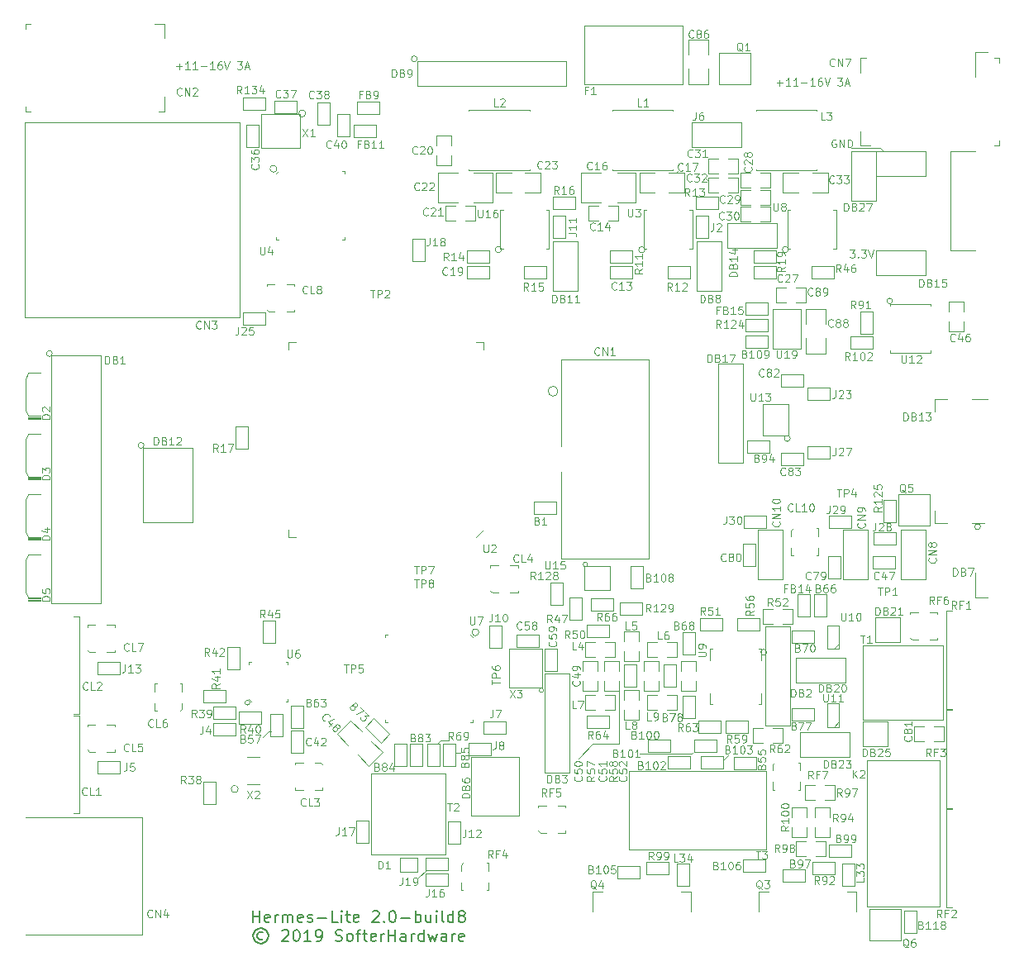
<source format=gto>
G04 #@! TF.GenerationSoftware,KiCad,Pcbnew,5.0.2-bee76a0~70~ubuntu16.04.1*
G04 #@! TF.CreationDate,2019-02-23T19:03:37-08:00*
G04 #@! TF.ProjectId,hermeslite,6865726d-6573-46c6-9974-652e6b696361,2.0-build8*
G04 #@! TF.SameCoordinates,PX42c1d80PY2625a00*
G04 #@! TF.FileFunction,Legend,Top*
G04 #@! TF.FilePolarity,Positive*
%FSLAX46Y46*%
G04 Gerber Fmt 4.6, Leading zero omitted, Abs format (unit mm)*
G04 Created by KiCad (PCBNEW 5.0.2-bee76a0~70~ubuntu16.04.1) date Sat 23 Feb 2019 07:03:37 PM PST*
%MOMM*%
%LPD*%
G01*
G04 APERTURE LIST*
%ADD10C,0.100000*%
%ADD11C,0.150000*%
G04 APERTURE END LIST*
D10*
X54700000Y-40350000D02*
G75*
G03X54700000Y-40350000I-500000J0D01*
G01*
X41200000Y-89400000D02*
X40400000Y-90200000D01*
X44700000Y-77400000D02*
X44200000Y-77400000D01*
X68400000Y-77500000D02*
X63100000Y-77500000D01*
X68600000Y-77300000D02*
X68400000Y-77500000D01*
X72200000Y-77600000D02*
X71700000Y-78100000D01*
X15604761Y-7057142D02*
X16214285Y-7057142D01*
X15909523Y-7361904D02*
X15909523Y-6752380D01*
X17014285Y-7361904D02*
X16557142Y-7361904D01*
X16785714Y-7361904D02*
X16785714Y-6561904D01*
X16709523Y-6676190D01*
X16633333Y-6752380D01*
X16557142Y-6790476D01*
X17776190Y-7361904D02*
X17319047Y-7361904D01*
X17547619Y-7361904D02*
X17547619Y-6561904D01*
X17471428Y-6676190D01*
X17395238Y-6752380D01*
X17319047Y-6790476D01*
X18119047Y-7057142D02*
X18728571Y-7057142D01*
X19528571Y-7361904D02*
X19071428Y-7361904D01*
X19300000Y-7361904D02*
X19300000Y-6561904D01*
X19223809Y-6676190D01*
X19147619Y-6752380D01*
X19071428Y-6790476D01*
X20214285Y-6561904D02*
X20061904Y-6561904D01*
X19985714Y-6600000D01*
X19947619Y-6638095D01*
X19871428Y-6752380D01*
X19833333Y-6904761D01*
X19833333Y-7209523D01*
X19871428Y-7285714D01*
X19909523Y-7323809D01*
X19985714Y-7361904D01*
X20138095Y-7361904D01*
X20214285Y-7323809D01*
X20252380Y-7285714D01*
X20290476Y-7209523D01*
X20290476Y-7019047D01*
X20252380Y-6942857D01*
X20214285Y-6904761D01*
X20138095Y-6866666D01*
X19985714Y-6866666D01*
X19909523Y-6904761D01*
X19871428Y-6942857D01*
X19833333Y-7019047D01*
X20519047Y-6561904D02*
X20785714Y-7361904D01*
X21052380Y-6561904D01*
X21852380Y-6561904D02*
X22347619Y-6561904D01*
X22080952Y-6866666D01*
X22195238Y-6866666D01*
X22271428Y-6904761D01*
X22309523Y-6942857D01*
X22347619Y-7019047D01*
X22347619Y-7209523D01*
X22309523Y-7285714D01*
X22271428Y-7323809D01*
X22195238Y-7361904D01*
X21966666Y-7361904D01*
X21890476Y-7323809D01*
X21852380Y-7285714D01*
X22652380Y-7133333D02*
X23033333Y-7133333D01*
X22576190Y-7361904D02*
X22842857Y-6561904D01*
X23109523Y-7361904D01*
X87700000Y-15400000D02*
X88100000Y-15800000D01*
X84800000Y-15400000D02*
X87700000Y-15400000D01*
X83190476Y-14600000D02*
X83114285Y-14561904D01*
X83000000Y-14561904D01*
X82885714Y-14600000D01*
X82809523Y-14676190D01*
X82771428Y-14752380D01*
X82733333Y-14904761D01*
X82733333Y-15019047D01*
X82771428Y-15171428D01*
X82809523Y-15247619D01*
X82885714Y-15323809D01*
X83000000Y-15361904D01*
X83076190Y-15361904D01*
X83190476Y-15323809D01*
X83228571Y-15285714D01*
X83228571Y-15019047D01*
X83076190Y-15019047D01*
X83571428Y-15361904D02*
X83571428Y-14561904D01*
X84028571Y-15361904D01*
X84028571Y-14561904D01*
X84409523Y-15361904D02*
X84409523Y-14561904D01*
X84600000Y-14561904D01*
X84714285Y-14600000D01*
X84790476Y-14676190D01*
X84828571Y-14752380D01*
X84866666Y-14904761D01*
X84866666Y-15019047D01*
X84828571Y-15171428D01*
X84790476Y-15247619D01*
X84714285Y-15323809D01*
X84600000Y-15361904D01*
X84409523Y-15361904D01*
X84619047Y-25861904D02*
X85114285Y-25861904D01*
X84847619Y-26166666D01*
X84961904Y-26166666D01*
X85038095Y-26204761D01*
X85076190Y-26242857D01*
X85114285Y-26319047D01*
X85114285Y-26509523D01*
X85076190Y-26585714D01*
X85038095Y-26623809D01*
X84961904Y-26661904D01*
X84733333Y-26661904D01*
X84657142Y-26623809D01*
X84619047Y-26585714D01*
X85457142Y-26585714D02*
X85495238Y-26623809D01*
X85457142Y-26661904D01*
X85419047Y-26623809D01*
X85457142Y-26585714D01*
X85457142Y-26661904D01*
X85761904Y-25861904D02*
X86257142Y-25861904D01*
X85990476Y-26166666D01*
X86104761Y-26166666D01*
X86180952Y-26204761D01*
X86219047Y-26242857D01*
X86257142Y-26319047D01*
X86257142Y-26509523D01*
X86219047Y-26585714D01*
X86180952Y-26623809D01*
X86104761Y-26661904D01*
X85876190Y-26661904D01*
X85800000Y-26623809D01*
X85761904Y-26585714D01*
X86485714Y-25861904D02*
X86752380Y-26661904D01*
X87019047Y-25861904D01*
X77104761Y-8757142D02*
X77714285Y-8757142D01*
X77409523Y-9061904D02*
X77409523Y-8452380D01*
X78514285Y-9061904D02*
X78057142Y-9061904D01*
X78285714Y-9061904D02*
X78285714Y-8261904D01*
X78209523Y-8376190D01*
X78133333Y-8452380D01*
X78057142Y-8490476D01*
X79276190Y-9061904D02*
X78819047Y-9061904D01*
X79047619Y-9061904D02*
X79047619Y-8261904D01*
X78971428Y-8376190D01*
X78895238Y-8452380D01*
X78819047Y-8490476D01*
X79619047Y-8757142D02*
X80228571Y-8757142D01*
X81028571Y-9061904D02*
X80571428Y-9061904D01*
X80800000Y-9061904D02*
X80800000Y-8261904D01*
X80723809Y-8376190D01*
X80647619Y-8452380D01*
X80571428Y-8490476D01*
X81714285Y-8261904D02*
X81561904Y-8261904D01*
X81485714Y-8300000D01*
X81447619Y-8338095D01*
X81371428Y-8452380D01*
X81333333Y-8604761D01*
X81333333Y-8909523D01*
X81371428Y-8985714D01*
X81409523Y-9023809D01*
X81485714Y-9061904D01*
X81638095Y-9061904D01*
X81714285Y-9023809D01*
X81752380Y-8985714D01*
X81790476Y-8909523D01*
X81790476Y-8719047D01*
X81752380Y-8642857D01*
X81714285Y-8604761D01*
X81638095Y-8566666D01*
X81485714Y-8566666D01*
X81409523Y-8604761D01*
X81371428Y-8642857D01*
X81333333Y-8719047D01*
X82019047Y-8261904D02*
X82285714Y-9061904D01*
X82552380Y-8261904D01*
X83352380Y-8261904D02*
X83847619Y-8261904D01*
X83580952Y-8566666D01*
X83695238Y-8566666D01*
X83771428Y-8604761D01*
X83809523Y-8642857D01*
X83847619Y-8719047D01*
X83847619Y-8909523D01*
X83809523Y-8985714D01*
X83771428Y-9023809D01*
X83695238Y-9061904D01*
X83466666Y-9061904D01*
X83390476Y-9023809D01*
X83352380Y-8985714D01*
X84152380Y-8833333D02*
X84533333Y-8833333D01*
X84076190Y-9061904D02*
X84342857Y-8261904D01*
X84609523Y-9061904D01*
X53223607Y-71000000D02*
G75*
G03X53223607Y-71000000I-223607J0D01*
G01*
X70000000Y-18700000D02*
X70100000Y-18700000D01*
X69800000Y-18500000D02*
X70000000Y-18700000D01*
X66900000Y-17900000D02*
X66900000Y-18000000D01*
X67100000Y-17700000D02*
X66900000Y-17900000D01*
X25100000Y-75200000D02*
X25300000Y-75200000D01*
X24500000Y-75800000D02*
X25100000Y-75200000D01*
D11*
X23471428Y-94767857D02*
X23471428Y-93567857D01*
X23471428Y-94139285D02*
X24157142Y-94139285D01*
X24157142Y-94767857D02*
X24157142Y-93567857D01*
X25185714Y-94710714D02*
X25071428Y-94767857D01*
X24842857Y-94767857D01*
X24728571Y-94710714D01*
X24671428Y-94596428D01*
X24671428Y-94139285D01*
X24728571Y-94025000D01*
X24842857Y-93967857D01*
X25071428Y-93967857D01*
X25185714Y-94025000D01*
X25242857Y-94139285D01*
X25242857Y-94253571D01*
X24671428Y-94367857D01*
X25757142Y-94767857D02*
X25757142Y-93967857D01*
X25757142Y-94196428D02*
X25814285Y-94082142D01*
X25871428Y-94025000D01*
X25985714Y-93967857D01*
X26100000Y-93967857D01*
X26500000Y-94767857D02*
X26500000Y-93967857D01*
X26500000Y-94082142D02*
X26557142Y-94025000D01*
X26671428Y-93967857D01*
X26842857Y-93967857D01*
X26957142Y-94025000D01*
X27014285Y-94139285D01*
X27014285Y-94767857D01*
X27014285Y-94139285D02*
X27071428Y-94025000D01*
X27185714Y-93967857D01*
X27357142Y-93967857D01*
X27471428Y-94025000D01*
X27528571Y-94139285D01*
X27528571Y-94767857D01*
X28557142Y-94710714D02*
X28442857Y-94767857D01*
X28214285Y-94767857D01*
X28100000Y-94710714D01*
X28042857Y-94596428D01*
X28042857Y-94139285D01*
X28100000Y-94025000D01*
X28214285Y-93967857D01*
X28442857Y-93967857D01*
X28557142Y-94025000D01*
X28614285Y-94139285D01*
X28614285Y-94253571D01*
X28042857Y-94367857D01*
X29071428Y-94710714D02*
X29185714Y-94767857D01*
X29414285Y-94767857D01*
X29528571Y-94710714D01*
X29585714Y-94596428D01*
X29585714Y-94539285D01*
X29528571Y-94425000D01*
X29414285Y-94367857D01*
X29242857Y-94367857D01*
X29128571Y-94310714D01*
X29071428Y-94196428D01*
X29071428Y-94139285D01*
X29128571Y-94025000D01*
X29242857Y-93967857D01*
X29414285Y-93967857D01*
X29528571Y-94025000D01*
X30100000Y-94310714D02*
X31014285Y-94310714D01*
X32157142Y-94767857D02*
X31585714Y-94767857D01*
X31585714Y-93567857D01*
X32557142Y-94767857D02*
X32557142Y-93967857D01*
X32557142Y-93567857D02*
X32500000Y-93625000D01*
X32557142Y-93682142D01*
X32614285Y-93625000D01*
X32557142Y-93567857D01*
X32557142Y-93682142D01*
X32957142Y-93967857D02*
X33414285Y-93967857D01*
X33128571Y-93567857D02*
X33128571Y-94596428D01*
X33185714Y-94710714D01*
X33300000Y-94767857D01*
X33414285Y-94767857D01*
X34271428Y-94710714D02*
X34157142Y-94767857D01*
X33928571Y-94767857D01*
X33814285Y-94710714D01*
X33757142Y-94596428D01*
X33757142Y-94139285D01*
X33814285Y-94025000D01*
X33928571Y-93967857D01*
X34157142Y-93967857D01*
X34271428Y-94025000D01*
X34328571Y-94139285D01*
X34328571Y-94253571D01*
X33757142Y-94367857D01*
X35700000Y-93682142D02*
X35757142Y-93625000D01*
X35871428Y-93567857D01*
X36157142Y-93567857D01*
X36271428Y-93625000D01*
X36328571Y-93682142D01*
X36385714Y-93796428D01*
X36385714Y-93910714D01*
X36328571Y-94082142D01*
X35642857Y-94767857D01*
X36385714Y-94767857D01*
X36900000Y-94653571D02*
X36957142Y-94710714D01*
X36900000Y-94767857D01*
X36842857Y-94710714D01*
X36900000Y-94653571D01*
X36900000Y-94767857D01*
X37700000Y-93567857D02*
X37814285Y-93567857D01*
X37928571Y-93625000D01*
X37985714Y-93682142D01*
X38042857Y-93796428D01*
X38100000Y-94025000D01*
X38100000Y-94310714D01*
X38042857Y-94539285D01*
X37985714Y-94653571D01*
X37928571Y-94710714D01*
X37814285Y-94767857D01*
X37700000Y-94767857D01*
X37585714Y-94710714D01*
X37528571Y-94653571D01*
X37471428Y-94539285D01*
X37414285Y-94310714D01*
X37414285Y-94025000D01*
X37471428Y-93796428D01*
X37528571Y-93682142D01*
X37585714Y-93625000D01*
X37700000Y-93567857D01*
X38614285Y-94310714D02*
X39528571Y-94310714D01*
X40100000Y-94767857D02*
X40100000Y-93567857D01*
X40100000Y-94025000D02*
X40214285Y-93967857D01*
X40442857Y-93967857D01*
X40557142Y-94025000D01*
X40614285Y-94082142D01*
X40671428Y-94196428D01*
X40671428Y-94539285D01*
X40614285Y-94653571D01*
X40557142Y-94710714D01*
X40442857Y-94767857D01*
X40214285Y-94767857D01*
X40100000Y-94710714D01*
X41700000Y-93967857D02*
X41700000Y-94767857D01*
X41185714Y-93967857D02*
X41185714Y-94596428D01*
X41242857Y-94710714D01*
X41357142Y-94767857D01*
X41528571Y-94767857D01*
X41642857Y-94710714D01*
X41700000Y-94653571D01*
X42271428Y-94767857D02*
X42271428Y-93967857D01*
X42271428Y-93567857D02*
X42214285Y-93625000D01*
X42271428Y-93682142D01*
X42328571Y-93625000D01*
X42271428Y-93567857D01*
X42271428Y-93682142D01*
X43014285Y-94767857D02*
X42900000Y-94710714D01*
X42842857Y-94596428D01*
X42842857Y-93567857D01*
X43985714Y-94767857D02*
X43985714Y-93567857D01*
X43985714Y-94710714D02*
X43871428Y-94767857D01*
X43642857Y-94767857D01*
X43528571Y-94710714D01*
X43471428Y-94653571D01*
X43414285Y-94539285D01*
X43414285Y-94196428D01*
X43471428Y-94082142D01*
X43528571Y-94025000D01*
X43642857Y-93967857D01*
X43871428Y-93967857D01*
X43985714Y-94025000D01*
X44728571Y-94082142D02*
X44614285Y-94025000D01*
X44557142Y-93967857D01*
X44500000Y-93853571D01*
X44500000Y-93796428D01*
X44557142Y-93682142D01*
X44614285Y-93625000D01*
X44728571Y-93567857D01*
X44957142Y-93567857D01*
X45071428Y-93625000D01*
X45128571Y-93682142D01*
X45185714Y-93796428D01*
X45185714Y-93853571D01*
X45128571Y-93967857D01*
X45071428Y-94025000D01*
X44957142Y-94082142D01*
X44728571Y-94082142D01*
X44614285Y-94139285D01*
X44557142Y-94196428D01*
X44500000Y-94310714D01*
X44500000Y-94539285D01*
X44557142Y-94653571D01*
X44614285Y-94710714D01*
X44728571Y-94767857D01*
X44957142Y-94767857D01*
X45071428Y-94710714D01*
X45128571Y-94653571D01*
X45185714Y-94539285D01*
X45185714Y-94310714D01*
X45128571Y-94196428D01*
X45071428Y-94139285D01*
X44957142Y-94082142D01*
X24499999Y-95803571D02*
X24385714Y-95746428D01*
X24157142Y-95746428D01*
X24042857Y-95803571D01*
X23928571Y-95917857D01*
X23871428Y-96032142D01*
X23871428Y-96260714D01*
X23928571Y-96375000D01*
X24042857Y-96489285D01*
X24157142Y-96546428D01*
X24385714Y-96546428D01*
X24499999Y-96489285D01*
X24271428Y-95346428D02*
X23985714Y-95403571D01*
X23699999Y-95575000D01*
X23528571Y-95860714D01*
X23471428Y-96146428D01*
X23528571Y-96432142D01*
X23699999Y-96717857D01*
X23985714Y-96889285D01*
X24271428Y-96946428D01*
X24557142Y-96889285D01*
X24842857Y-96717857D01*
X25014285Y-96432142D01*
X25071428Y-96146428D01*
X25014285Y-95860714D01*
X24842857Y-95575000D01*
X24557142Y-95403571D01*
X24271428Y-95346428D01*
X26442857Y-95632142D02*
X26499999Y-95575000D01*
X26614285Y-95517857D01*
X26899999Y-95517857D01*
X27014285Y-95575000D01*
X27071428Y-95632142D01*
X27128571Y-95746428D01*
X27128571Y-95860714D01*
X27071428Y-96032142D01*
X26385714Y-96717857D01*
X27128571Y-96717857D01*
X27871428Y-95517857D02*
X27985714Y-95517857D01*
X28099999Y-95575000D01*
X28157142Y-95632142D01*
X28214285Y-95746428D01*
X28271428Y-95975000D01*
X28271428Y-96260714D01*
X28214285Y-96489285D01*
X28157142Y-96603571D01*
X28099999Y-96660714D01*
X27985714Y-96717857D01*
X27871428Y-96717857D01*
X27757142Y-96660714D01*
X27699999Y-96603571D01*
X27642857Y-96489285D01*
X27585714Y-96260714D01*
X27585714Y-95975000D01*
X27642857Y-95746428D01*
X27699999Y-95632142D01*
X27757142Y-95575000D01*
X27871428Y-95517857D01*
X29414285Y-96717857D02*
X28728571Y-96717857D01*
X29071428Y-96717857D02*
X29071428Y-95517857D01*
X28957142Y-95689285D01*
X28842857Y-95803571D01*
X28728571Y-95860714D01*
X29985714Y-96717857D02*
X30214285Y-96717857D01*
X30328571Y-96660714D01*
X30385714Y-96603571D01*
X30499999Y-96432142D01*
X30557142Y-96203571D01*
X30557142Y-95746428D01*
X30499999Y-95632142D01*
X30442857Y-95575000D01*
X30328571Y-95517857D01*
X30099999Y-95517857D01*
X29985714Y-95575000D01*
X29928571Y-95632142D01*
X29871428Y-95746428D01*
X29871428Y-96032142D01*
X29928571Y-96146428D01*
X29985714Y-96203571D01*
X30099999Y-96260714D01*
X30328571Y-96260714D01*
X30442857Y-96203571D01*
X30499999Y-96146428D01*
X30557142Y-96032142D01*
X31928571Y-96660714D02*
X32099999Y-96717857D01*
X32385714Y-96717857D01*
X32499999Y-96660714D01*
X32557142Y-96603571D01*
X32614285Y-96489285D01*
X32614285Y-96375000D01*
X32557142Y-96260714D01*
X32499999Y-96203571D01*
X32385714Y-96146428D01*
X32157142Y-96089285D01*
X32042857Y-96032142D01*
X31985714Y-95975000D01*
X31928571Y-95860714D01*
X31928571Y-95746428D01*
X31985714Y-95632142D01*
X32042857Y-95575000D01*
X32157142Y-95517857D01*
X32442857Y-95517857D01*
X32614285Y-95575000D01*
X33299999Y-96717857D02*
X33185714Y-96660714D01*
X33128571Y-96603571D01*
X33071428Y-96489285D01*
X33071428Y-96146428D01*
X33128571Y-96032142D01*
X33185714Y-95975000D01*
X33299999Y-95917857D01*
X33471428Y-95917857D01*
X33585714Y-95975000D01*
X33642857Y-96032142D01*
X33699999Y-96146428D01*
X33699999Y-96489285D01*
X33642857Y-96603571D01*
X33585714Y-96660714D01*
X33471428Y-96717857D01*
X33299999Y-96717857D01*
X34042857Y-95917857D02*
X34499999Y-95917857D01*
X34214285Y-96717857D02*
X34214285Y-95689285D01*
X34271428Y-95575000D01*
X34385714Y-95517857D01*
X34499999Y-95517857D01*
X34728571Y-95917857D02*
X35185714Y-95917857D01*
X34899999Y-95517857D02*
X34899999Y-96546428D01*
X34957142Y-96660714D01*
X35071428Y-96717857D01*
X35185714Y-96717857D01*
X36042857Y-96660714D02*
X35928571Y-96717857D01*
X35699999Y-96717857D01*
X35585714Y-96660714D01*
X35528571Y-96546428D01*
X35528571Y-96089285D01*
X35585714Y-95975000D01*
X35699999Y-95917857D01*
X35928571Y-95917857D01*
X36042857Y-95975000D01*
X36099999Y-96089285D01*
X36099999Y-96203571D01*
X35528571Y-96317857D01*
X36614285Y-96717857D02*
X36614285Y-95917857D01*
X36614285Y-96146428D02*
X36671428Y-96032142D01*
X36728571Y-95975000D01*
X36842857Y-95917857D01*
X36957142Y-95917857D01*
X37357142Y-96717857D02*
X37357142Y-95517857D01*
X37357142Y-96089285D02*
X38042857Y-96089285D01*
X38042857Y-96717857D02*
X38042857Y-95517857D01*
X39128571Y-96717857D02*
X39128571Y-96089285D01*
X39071428Y-95975000D01*
X38957142Y-95917857D01*
X38728571Y-95917857D01*
X38614285Y-95975000D01*
X39128571Y-96660714D02*
X39014285Y-96717857D01*
X38728571Y-96717857D01*
X38614285Y-96660714D01*
X38557142Y-96546428D01*
X38557142Y-96432142D01*
X38614285Y-96317857D01*
X38728571Y-96260714D01*
X39014285Y-96260714D01*
X39128571Y-96203571D01*
X39699999Y-96717857D02*
X39699999Y-95917857D01*
X39699999Y-96146428D02*
X39757142Y-96032142D01*
X39814285Y-95975000D01*
X39928571Y-95917857D01*
X40042857Y-95917857D01*
X40957142Y-96717857D02*
X40957142Y-95517857D01*
X40957142Y-96660714D02*
X40842857Y-96717857D01*
X40614285Y-96717857D01*
X40499999Y-96660714D01*
X40442857Y-96603571D01*
X40385714Y-96489285D01*
X40385714Y-96146428D01*
X40442857Y-96032142D01*
X40499999Y-95975000D01*
X40614285Y-95917857D01*
X40842857Y-95917857D01*
X40957142Y-95975000D01*
X41414285Y-95917857D02*
X41642857Y-96717857D01*
X41871428Y-96146428D01*
X42100000Y-96717857D01*
X42328571Y-95917857D01*
X43300000Y-96717857D02*
X43300000Y-96089285D01*
X43242857Y-95975000D01*
X43128571Y-95917857D01*
X42900000Y-95917857D01*
X42785714Y-95975000D01*
X43300000Y-96660714D02*
X43185714Y-96717857D01*
X42900000Y-96717857D01*
X42785714Y-96660714D01*
X42728571Y-96546428D01*
X42728571Y-96432142D01*
X42785714Y-96317857D01*
X42900000Y-96260714D01*
X43185714Y-96260714D01*
X43300000Y-96203571D01*
X43871428Y-96717857D02*
X43871428Y-95917857D01*
X43871428Y-96146428D02*
X43928571Y-96032142D01*
X43985714Y-95975000D01*
X44100000Y-95917857D01*
X44214285Y-95917857D01*
X45071428Y-96660714D02*
X44957142Y-96717857D01*
X44728571Y-96717857D01*
X44614285Y-96660714D01*
X44557142Y-96546428D01*
X44557142Y-96089285D01*
X44614285Y-95975000D01*
X44728571Y-95917857D01*
X44957142Y-95917857D01*
X45071428Y-95975000D01*
X45128571Y-96089285D01*
X45128571Y-96203571D01*
X44557142Y-96317857D01*
D10*
X42700000Y-76100000D02*
X42300000Y-76500000D01*
X43500000Y-76100000D02*
X42700000Y-76100000D01*
X61000000Y-76500000D02*
X61000000Y-76100000D01*
X58300000Y-76500000D02*
X61000000Y-76500000D01*
X56800000Y-78000000D02*
X58300000Y-76500000D01*
X61000000Y-71000000D02*
X61000000Y-76100000D01*
G04 #@! TO.C,U4*
X32816525Y-24815000D02*
X32816525Y-24565000D01*
X32566525Y-24815000D02*
X32816525Y-24815000D01*
X25816525Y-24815000D02*
X25816525Y-24565000D01*
X26066525Y-24815000D02*
X25816525Y-24815000D01*
X32816525Y-17815000D02*
X32816525Y-18065000D01*
X32566525Y-17815000D02*
X32816525Y-17815000D01*
X25816525Y-18065000D02*
X26066525Y-17815000D01*
X25920078Y-17565000D02*
G75*
G03X25920078Y-17565000I-353553J0D01*
G01*
G04 #@! TO.C,Q3*
X85300000Y-91600000D02*
X85300000Y-93700000D01*
X85300000Y-91600000D02*
X84300000Y-91600000D01*
X75300000Y-91600000D02*
X75300000Y-93700000D01*
X76300000Y-91600000D02*
X75300000Y-91600000D01*
G04 #@! TO.C,Q4*
X68300000Y-91600000D02*
X68300000Y-93700000D01*
X68300000Y-91600000D02*
X67300000Y-91600000D01*
X58300000Y-91600000D02*
X58300000Y-93700000D01*
X59300000Y-91600000D02*
X58300000Y-91600000D01*
G04 #@! TO.C,U2*
X27100000Y-35300000D02*
X27100000Y-36050000D01*
X27850000Y-35300000D02*
X27100000Y-35300000D01*
X47100000Y-35300000D02*
X47100000Y-36050000D01*
X46350000Y-35300000D02*
X47100000Y-35300000D01*
X27100000Y-55300000D02*
X27100000Y-54550000D01*
X27850000Y-55300000D02*
X27100000Y-55300000D01*
X47100000Y-54550000D02*
X46350000Y-55300000D01*
G04 #@! TO.C,RF2*
X94500000Y-93200000D02*
X94500000Y-83200000D01*
X94500000Y-83200000D02*
X95100000Y-83200000D01*
X94500000Y-93200000D02*
X95100000Y-93200000D01*
G04 #@! TO.C,RF3*
X94500000Y-83040000D02*
X94500000Y-73040000D01*
X94500000Y-73040000D02*
X95100000Y-73040000D01*
X94500000Y-83040000D02*
X95100000Y-83040000D01*
G04 #@! TO.C,RF1*
X94500000Y-72880000D02*
X94500000Y-62880000D01*
X94500000Y-62880000D02*
X95100000Y-62880000D01*
X94500000Y-72880000D02*
X95100000Y-72880000D01*
G04 #@! TO.C,CL2*
X5700000Y-63440000D02*
X5700000Y-73440000D01*
X5700000Y-73440000D02*
X5100000Y-73440000D01*
X5700000Y-63440000D02*
X5100000Y-63440000D01*
G04 #@! TO.C,CL1*
X5700000Y-73600000D02*
X5700000Y-83600000D01*
X5700000Y-83600000D02*
X5100000Y-83600000D01*
X5700000Y-73600000D02*
X5100000Y-73600000D01*
G04 #@! TO.C,R45*
X25735000Y-63857000D02*
X25735000Y-66143000D01*
X25735000Y-66143000D02*
X24465000Y-66143000D01*
X24465000Y-66143000D02*
X24465000Y-63857000D01*
X24465000Y-63857000D02*
X25735000Y-63857000D01*
G04 #@! TO.C,U6*
X23155000Y-72270715D02*
G75*
G03X23155000Y-72270715I-250000J0D01*
G01*
X23305000Y-72120715D02*
X23055000Y-71870715D01*
X23055000Y-68370715D02*
X23055000Y-68120715D01*
X23055000Y-68120715D02*
X23305000Y-68120715D01*
X27055000Y-71870715D02*
X27055000Y-72120715D01*
X27055000Y-72120715D02*
X26805000Y-72120715D01*
X27055000Y-68370715D02*
X27055000Y-68120715D01*
X27055000Y-68120715D02*
X26805000Y-68120715D01*
G04 #@! TO.C,U7*
X46603553Y-65050000D02*
G75*
G03X46603553Y-65050000I-353553J0D01*
G01*
X45750000Y-65300000D02*
X46000000Y-65550000D01*
X46000000Y-74050000D02*
X46000000Y-74300000D01*
X46000000Y-74300000D02*
X45750000Y-74300000D01*
X37000000Y-65550000D02*
X37000000Y-65300000D01*
X37000000Y-65300000D02*
X37250000Y-65300000D01*
X37000000Y-74050000D02*
X37000000Y-74300000D01*
X37000000Y-74300000D02*
X37250000Y-74300000D01*
G04 #@! TO.C,U9*
X76100000Y-67100000D02*
G75*
G03X76100000Y-67100000I-300000J0D01*
G01*
X70300000Y-66700000D02*
X70300000Y-67900000D01*
X75500000Y-66700000D02*
X75500000Y-67900000D01*
X70300000Y-72400000D02*
X70300000Y-71300000D01*
X75500000Y-72400000D02*
X75500000Y-71300000D01*
X70500000Y-72400000D02*
X70300000Y-72400000D01*
X70500000Y-66700000D02*
X70300000Y-66700000D01*
X75300000Y-66700000D02*
X75500000Y-66700000D01*
X75300000Y-72400000D02*
X75500000Y-72400000D01*
G04 #@! TO.C,U16*
X48916228Y-25850000D02*
G75*
G03X48916228Y-25850000I-316228J0D01*
G01*
X53500000Y-25750000D02*
X53800000Y-25750000D01*
X53800000Y-25750000D02*
X53800000Y-21750000D01*
X53800000Y-21750000D02*
X53500000Y-21750000D01*
X49100000Y-21750000D02*
X48800000Y-21750000D01*
X48800000Y-21750000D02*
X48800000Y-25750000D01*
X48800000Y-25750000D02*
X49100000Y-25750000D01*
G04 #@! TO.C,U3*
X63616228Y-25850000D02*
G75*
G03X63616228Y-25850000I-316228J0D01*
G01*
X68200000Y-25750000D02*
X68500000Y-25750000D01*
X68500000Y-25750000D02*
X68500000Y-21750000D01*
X68500000Y-21750000D02*
X68200000Y-21750000D01*
X63800000Y-21750000D02*
X63500000Y-21750000D01*
X63500000Y-21750000D02*
X63500000Y-25750000D01*
X63500000Y-25750000D02*
X63800000Y-25750000D01*
G04 #@! TO.C,U8*
X78316228Y-25850000D02*
G75*
G03X78316228Y-25850000I-316228J0D01*
G01*
X82900000Y-25750000D02*
X83200000Y-25750000D01*
X83200000Y-25750000D02*
X83200000Y-21750000D01*
X83200000Y-21750000D02*
X82900000Y-21750000D01*
X78500000Y-21750000D02*
X78200000Y-21750000D01*
X78200000Y-21750000D02*
X78200000Y-25750000D01*
X78200000Y-25750000D02*
X78500000Y-25750000D01*
G04 #@! TO.C,CN10*
X77770000Y-59610000D02*
X77770000Y-54530000D01*
X75230000Y-59610000D02*
X75230000Y-54530000D01*
X77770000Y-59610000D02*
X75230000Y-59610000D01*
X77770000Y-54530000D02*
X75230000Y-54530000D01*
G04 #@! TO.C,CN9*
X86470000Y-59610000D02*
X86470000Y-54530000D01*
X83930000Y-59610000D02*
X83930000Y-54530000D01*
X86470000Y-59610000D02*
X83930000Y-59610000D01*
X86470000Y-54530000D02*
X83930000Y-54530000D01*
G04 #@! TO.C,CN8*
X92370000Y-59610000D02*
X92370000Y-54530000D01*
X89830000Y-59610000D02*
X89830000Y-54530000D01*
X92370000Y-59610000D02*
X89830000Y-59610000D01*
X92370000Y-54530000D02*
X89830000Y-54530000D01*
G04 #@! TO.C,C80*
X74935000Y-55957000D02*
X74935000Y-58243000D01*
X74935000Y-58243000D02*
X73665000Y-58243000D01*
X73665000Y-58243000D02*
X73665000Y-55957000D01*
X73665000Y-55957000D02*
X74935000Y-55957000D01*
G04 #@! TO.C,C79*
X83635000Y-57257000D02*
X83635000Y-59543000D01*
X83635000Y-59543000D02*
X82365000Y-59543000D01*
X82365000Y-59543000D02*
X82365000Y-57257000D01*
X82365000Y-57257000D02*
X83635000Y-57257000D01*
G04 #@! TO.C,C47*
X86957000Y-57265000D02*
X89243000Y-57265000D01*
X89243000Y-57265000D02*
X89243000Y-58535000D01*
X89243000Y-58535000D02*
X86957000Y-58535000D01*
X86957000Y-58535000D02*
X86957000Y-57265000D01*
G04 #@! TO.C,C83*
X79843000Y-47935000D02*
X77557000Y-47935000D01*
X77557000Y-47935000D02*
X77557000Y-46665000D01*
X77557000Y-46665000D02*
X79843000Y-46665000D01*
X79843000Y-46665000D02*
X79843000Y-47935000D01*
G04 #@! TO.C,C82*
X79843000Y-39935000D02*
X77557000Y-39935000D01*
X77557000Y-39935000D02*
X77557000Y-38665000D01*
X77557000Y-38665000D02*
X79843000Y-38665000D01*
X79843000Y-38665000D02*
X79843000Y-39935000D01*
G04 #@! TO.C,U13*
X78500000Y-45200000D02*
G75*
G03X78500000Y-45200000I-300000J0D01*
G01*
X75700000Y-44900000D02*
X75700000Y-41700000D01*
X75700000Y-41700000D02*
X78300000Y-41700000D01*
X78300000Y-41700000D02*
X78300000Y-44900000D01*
X78300000Y-44900000D02*
X75700000Y-44900000D01*
G04 #@! TO.C,DB17*
X73670000Y-37530000D02*
X71130000Y-37530000D01*
X71130000Y-37530000D02*
X71130000Y-47690000D01*
X71130000Y-47690000D02*
X73670000Y-47690000D01*
X73670000Y-47690000D02*
X73670000Y-37530000D01*
G04 #@! TO.C,B94*
X74057000Y-45365000D02*
X76343000Y-45365000D01*
X76343000Y-45365000D02*
X76343000Y-46635000D01*
X76343000Y-46635000D02*
X74057000Y-46635000D01*
X74057000Y-46635000D02*
X74057000Y-45365000D01*
G04 #@! TO.C,B108*
X63435000Y-58257000D02*
X63435000Y-60543000D01*
X63435000Y-60543000D02*
X62165000Y-60543000D01*
X62165000Y-60543000D02*
X62165000Y-58257000D01*
X62165000Y-58257000D02*
X63435000Y-58257000D01*
G04 #@! TO.C,FB14*
X79265000Y-63443000D02*
X79265000Y-61157000D01*
X79265000Y-61157000D02*
X80535000Y-61157000D01*
X80535000Y-61157000D02*
X80535000Y-63443000D01*
X80535000Y-63443000D02*
X79265000Y-63443000D01*
G04 #@! TO.C,B66*
X82235000Y-61157000D02*
X82235000Y-63443000D01*
X82235000Y-63443000D02*
X80965000Y-63443000D01*
X80965000Y-63443000D02*
X80965000Y-61157000D01*
X80965000Y-61157000D02*
X82235000Y-61157000D01*
G04 #@! TO.C,R125*
X88065000Y-53743000D02*
X88065000Y-51457000D01*
X88065000Y-51457000D02*
X89335000Y-51457000D01*
X89335000Y-51457000D02*
X89335000Y-53743000D01*
X89335000Y-53743000D02*
X88065000Y-53743000D01*
G04 #@! TO.C,R102*
X84657000Y-34765000D02*
X86943000Y-34765000D01*
X86943000Y-34765000D02*
X86943000Y-36035000D01*
X86943000Y-36035000D02*
X84657000Y-36035000D01*
X84657000Y-36035000D02*
X84657000Y-34765000D01*
G04 #@! TO.C,R91*
X86935000Y-32157000D02*
X86935000Y-34443000D01*
X86935000Y-34443000D02*
X85665000Y-34443000D01*
X85665000Y-34443000D02*
X85665000Y-32157000D01*
X85665000Y-32157000D02*
X86935000Y-32157000D01*
G04 #@! TO.C,C46*
X94738000Y-32192000D02*
X94738000Y-31176000D01*
X94738000Y-31176000D02*
X96262000Y-31176000D01*
X96262000Y-31176000D02*
X96262000Y-32192000D01*
X96262000Y-33208000D02*
X96262000Y-34224000D01*
X96262000Y-34224000D02*
X94738000Y-34224000D01*
X94738000Y-34224000D02*
X94738000Y-33208000D01*
G04 #@! TO.C,FB15*
X73957000Y-31265000D02*
X76243000Y-31265000D01*
X76243000Y-31265000D02*
X76243000Y-32535000D01*
X76243000Y-32535000D02*
X73957000Y-32535000D01*
X73957000Y-32535000D02*
X73957000Y-31265000D01*
G04 #@! TO.C,DB27*
X84730000Y-15810000D02*
X84730000Y-20890000D01*
X87270000Y-15810000D02*
X87270000Y-20890000D01*
X84730000Y-15810000D02*
X87270000Y-15810000D01*
X84730000Y-20890000D02*
X87270000Y-20890000D01*
G04 #@! TO.C,R46*
X80657000Y-27565000D02*
X82943000Y-27565000D01*
X82943000Y-27565000D02*
X82943000Y-28835000D01*
X82943000Y-28835000D02*
X80657000Y-28835000D01*
X80657000Y-28835000D02*
X80657000Y-27565000D01*
G04 #@! TO.C,R19*
X74757000Y-25965000D02*
X77043000Y-25965000D01*
X77043000Y-25965000D02*
X77043000Y-27235000D01*
X77043000Y-27235000D02*
X74757000Y-27235000D01*
X74757000Y-27235000D02*
X74757000Y-25965000D01*
G04 #@! TO.C,L3*
X81200000Y-11600000D02*
X81200000Y-11500000D01*
X81200000Y-11500000D02*
X75000000Y-11500000D01*
X75000000Y-11500000D02*
X75000000Y-11600000D01*
X81200000Y-17600000D02*
X81200000Y-17700000D01*
X81200000Y-17700000D02*
X75000000Y-17700000D01*
X75000000Y-17700000D02*
X75000000Y-17600000D01*
G04 #@! TO.C,DB14*
X77110000Y-23130000D02*
X72030000Y-23130000D01*
X77110000Y-25670000D02*
X72030000Y-25670000D01*
X77110000Y-23130000D02*
X77110000Y-25670000D01*
X72030000Y-23130000D02*
X72030000Y-25670000D01*
G04 #@! TO.C,C33*
X79350000Y-18000000D02*
X77750000Y-18000000D01*
X77750000Y-18000000D02*
X77750000Y-20000000D01*
X77750000Y-20000000D02*
X79350000Y-20000000D01*
X80750000Y-20000000D02*
X82350000Y-20000000D01*
X82350000Y-20000000D02*
X82350000Y-18000000D01*
X82350000Y-18000000D02*
X80750000Y-18000000D01*
G04 #@! TO.C,C32*
X72108000Y-18438000D02*
X73124000Y-18438000D01*
X73124000Y-18438000D02*
X73124000Y-19962000D01*
X73124000Y-19962000D02*
X72108000Y-19962000D01*
X71092000Y-19962000D02*
X70076000Y-19962000D01*
X70076000Y-19962000D02*
X70076000Y-18438000D01*
X70076000Y-18438000D02*
X71092000Y-18438000D01*
G04 #@! TO.C,C31*
X72108000Y-16538000D02*
X73124000Y-16538000D01*
X73124000Y-16538000D02*
X73124000Y-18062000D01*
X73124000Y-18062000D02*
X72108000Y-18062000D01*
X71092000Y-18062000D02*
X70076000Y-18062000D01*
X70076000Y-18062000D02*
X70076000Y-16538000D01*
X70076000Y-16538000D02*
X71092000Y-16538000D01*
G04 #@! TO.C,C30*
X74392000Y-22962000D02*
X73376000Y-22962000D01*
X73376000Y-22962000D02*
X73376000Y-21438000D01*
X73376000Y-21438000D02*
X74392000Y-21438000D01*
X75408000Y-21438000D02*
X76424000Y-21438000D01*
X76424000Y-21438000D02*
X76424000Y-22962000D01*
X76424000Y-22962000D02*
X75408000Y-22962000D01*
G04 #@! TO.C,C29*
X74392000Y-21262000D02*
X73376000Y-21262000D01*
X73376000Y-21262000D02*
X73376000Y-19738000D01*
X73376000Y-19738000D02*
X74392000Y-19738000D01*
X75408000Y-19738000D02*
X76424000Y-19738000D01*
X76424000Y-19738000D02*
X76424000Y-21262000D01*
X76424000Y-21262000D02*
X75408000Y-21262000D01*
G04 #@! TO.C,C28*
X74392000Y-19462000D02*
X73376000Y-19462000D01*
X73376000Y-19462000D02*
X73376000Y-17938000D01*
X73376000Y-17938000D02*
X74392000Y-17938000D01*
X75408000Y-17938000D02*
X76424000Y-17938000D01*
X76424000Y-17938000D02*
X76424000Y-19462000D01*
X76424000Y-19462000D02*
X75408000Y-19462000D01*
G04 #@! TO.C,C27*
X74757000Y-27565000D02*
X77043000Y-27565000D01*
X77043000Y-27565000D02*
X77043000Y-28835000D01*
X77043000Y-28835000D02*
X74757000Y-28835000D01*
X74757000Y-28835000D02*
X74757000Y-27565000D01*
G04 #@! TO.C,DB11*
X54230000Y-24990000D02*
X54230000Y-30070000D01*
X56770000Y-24990000D02*
X56770000Y-30070000D01*
X54230000Y-24990000D02*
X56770000Y-24990000D01*
X54230000Y-30070000D02*
X56770000Y-30070000D01*
G04 #@! TO.C,DB8*
X68930000Y-24990000D02*
X68930000Y-30070000D01*
X71470000Y-24990000D02*
X71470000Y-30070000D01*
X68930000Y-24990000D02*
X71470000Y-24990000D01*
X68930000Y-30070000D02*
X71470000Y-30070000D01*
G04 #@! TO.C,F1*
X57400000Y-2900000D02*
X67500000Y-2900000D01*
X67500000Y-2900000D02*
X67500000Y-8900000D01*
X67500000Y-8900000D02*
X57400000Y-8900000D01*
X57400000Y-8900000D02*
X57400000Y-2900000D01*
G04 #@! TO.C,C81*
X92192000Y-76262000D02*
X91176000Y-76262000D01*
X91176000Y-76262000D02*
X91176000Y-74738000D01*
X91176000Y-74738000D02*
X92192000Y-74738000D01*
X93208000Y-74738000D02*
X94224000Y-74738000D01*
X94224000Y-74738000D02*
X94224000Y-76262000D01*
X94224000Y-76262000D02*
X93208000Y-76262000D01*
G04 #@! TO.C,DB23*
X79490000Y-77870000D02*
X84570000Y-77870000D01*
X79490000Y-75330000D02*
X84570000Y-75330000D01*
X79490000Y-77870000D02*
X79490000Y-75330000D01*
X84570000Y-77870000D02*
X84570000Y-75330000D01*
G04 #@! TO.C,DB20*
X79090000Y-70170000D02*
X84170000Y-70170000D01*
X79090000Y-67630000D02*
X84170000Y-67630000D01*
X79090000Y-70170000D02*
X79090000Y-67630000D01*
X84170000Y-70170000D02*
X84170000Y-67630000D01*
G04 #@! TO.C,U11*
X82312500Y-72358500D02*
X83519000Y-72358500D01*
X82947500Y-74771500D02*
X83519000Y-74200000D01*
X83519000Y-72358500D02*
X83519000Y-74771500D01*
X83519000Y-74771500D02*
X82312500Y-74771500D01*
X82312500Y-74771500D02*
X82312500Y-72358500D01*
G04 #@! TO.C,U10*
X82312500Y-64358500D02*
X83519000Y-64358500D01*
X82947500Y-66771500D02*
X83519000Y-66200000D01*
X83519000Y-64358500D02*
X83519000Y-66771500D01*
X83519000Y-66771500D02*
X82312500Y-66771500D01*
X82312500Y-66771500D02*
X82312500Y-64358500D01*
G04 #@! TO.C,R62*
X76708000Y-74838000D02*
X77724000Y-74838000D01*
X77724000Y-74838000D02*
X77724000Y-76362000D01*
X77724000Y-76362000D02*
X76708000Y-76362000D01*
X75692000Y-76362000D02*
X74676000Y-76362000D01*
X74676000Y-76362000D02*
X74676000Y-74838000D01*
X74676000Y-74838000D02*
X75692000Y-74838000D01*
G04 #@! TO.C,R52*
X77708000Y-62638000D02*
X78724000Y-62638000D01*
X78724000Y-62638000D02*
X78724000Y-64162000D01*
X78724000Y-64162000D02*
X77708000Y-64162000D01*
X76692000Y-64162000D02*
X75676000Y-64162000D01*
X75676000Y-64162000D02*
X75676000Y-62638000D01*
X75676000Y-62638000D02*
X76692000Y-62638000D01*
G04 #@! TO.C,B77*
X80943000Y-74135000D02*
X78657000Y-74135000D01*
X78657000Y-74135000D02*
X78657000Y-72865000D01*
X78657000Y-72865000D02*
X80943000Y-72865000D01*
X80943000Y-72865000D02*
X80943000Y-74135000D01*
G04 #@! TO.C,B70*
X80943000Y-66135000D02*
X78657000Y-66135000D01*
X78657000Y-66135000D02*
X78657000Y-64865000D01*
X78657000Y-64865000D02*
X80943000Y-64865000D01*
X80943000Y-64865000D02*
X80943000Y-66135000D01*
G04 #@! TO.C,DB3*
X53330000Y-79470000D02*
X55870000Y-79470000D01*
X55870000Y-79470000D02*
X55870000Y-69310000D01*
X55870000Y-69310000D02*
X53330000Y-69310000D01*
X53330000Y-69310000D02*
X53330000Y-79470000D01*
G04 #@! TO.C,B100*
X63957000Y-76065000D02*
X66243000Y-76065000D01*
X66243000Y-76065000D02*
X66243000Y-77335000D01*
X66243000Y-77335000D02*
X63957000Y-77335000D01*
X63957000Y-77335000D02*
X63957000Y-76065000D01*
G04 #@! TO.C,B99*
X84793000Y-88035000D02*
X82507000Y-88035000D01*
X82507000Y-88035000D02*
X82507000Y-86765000D01*
X82507000Y-86765000D02*
X84793000Y-86765000D01*
X84793000Y-86765000D02*
X84793000Y-88035000D01*
G04 #@! TO.C,B97*
X77757000Y-89365000D02*
X80043000Y-89365000D01*
X80043000Y-89365000D02*
X80043000Y-90635000D01*
X80043000Y-90635000D02*
X77757000Y-90635000D01*
X77757000Y-90635000D02*
X77757000Y-89365000D01*
G04 #@! TO.C,R100*
X80162000Y-85008000D02*
X80162000Y-86024000D01*
X80162000Y-86024000D02*
X78638000Y-86024000D01*
X78638000Y-86024000D02*
X78638000Y-85008000D01*
X78638000Y-83992000D02*
X78638000Y-82976000D01*
X78638000Y-82976000D02*
X80162000Y-82976000D01*
X80162000Y-82976000D02*
X80162000Y-83992000D01*
G04 #@! TO.C,R98*
X80092000Y-87962000D02*
X79076000Y-87962000D01*
X79076000Y-87962000D02*
X79076000Y-86438000D01*
X79076000Y-86438000D02*
X80092000Y-86438000D01*
X81108000Y-86438000D02*
X82124000Y-86438000D01*
X82124000Y-86438000D02*
X82124000Y-87962000D01*
X82124000Y-87962000D02*
X81108000Y-87962000D01*
G04 #@! TO.C,R97*
X80992000Y-82262000D02*
X79976000Y-82262000D01*
X79976000Y-82262000D02*
X79976000Y-80738000D01*
X79976000Y-80738000D02*
X80992000Y-80738000D01*
X82008000Y-80738000D02*
X83024000Y-80738000D01*
X83024000Y-80738000D02*
X83024000Y-82262000D01*
X83024000Y-82262000D02*
X82008000Y-82262000D01*
G04 #@! TO.C,R94*
X82562000Y-85008000D02*
X82562000Y-86024000D01*
X82562000Y-86024000D02*
X81038000Y-86024000D01*
X81038000Y-86024000D02*
X81038000Y-85008000D01*
X81038000Y-83992000D02*
X81038000Y-82976000D01*
X81038000Y-82976000D02*
X82562000Y-82976000D01*
X82562000Y-82976000D02*
X82562000Y-83992000D01*
G04 #@! TO.C,B106*
X73657000Y-88365000D02*
X75943000Y-88365000D01*
X75943000Y-88365000D02*
X75943000Y-89635000D01*
X75943000Y-89635000D02*
X73657000Y-89635000D01*
X73657000Y-89635000D02*
X73657000Y-88365000D01*
G04 #@! TO.C,B105*
X60757000Y-88965000D02*
X63043000Y-88965000D01*
X63043000Y-88965000D02*
X63043000Y-90235000D01*
X63043000Y-90235000D02*
X60757000Y-90235000D01*
X60757000Y-90235000D02*
X60757000Y-88965000D01*
G04 #@! TO.C,B103*
X71643000Y-79035000D02*
X69357000Y-79035000D01*
X69357000Y-79035000D02*
X69357000Y-77765000D01*
X69357000Y-77765000D02*
X71643000Y-77765000D01*
X71643000Y-77765000D02*
X71643000Y-79035000D01*
G04 #@! TO.C,B102*
X65957000Y-77765000D02*
X68243000Y-77765000D01*
X68243000Y-77765000D02*
X68243000Y-79035000D01*
X68243000Y-79035000D02*
X65957000Y-79035000D01*
X65957000Y-79035000D02*
X65957000Y-77765000D01*
G04 #@! TO.C,B101*
X70943000Y-77335000D02*
X68657000Y-77335000D01*
X68657000Y-77335000D02*
X68657000Y-76065000D01*
X68657000Y-76065000D02*
X70943000Y-76065000D01*
X70943000Y-76065000D02*
X70943000Y-77335000D01*
G04 #@! TO.C,DB2*
X78470000Y-64430000D02*
X75930000Y-64430000D01*
X75930000Y-64430000D02*
X75930000Y-74590000D01*
X75930000Y-74590000D02*
X78470000Y-74590000D01*
X78470000Y-74590000D02*
X78470000Y-64430000D01*
G04 #@! TO.C,R63*
X71343000Y-75335000D02*
X69057000Y-75335000D01*
X69057000Y-75335000D02*
X69057000Y-74065000D01*
X69057000Y-74065000D02*
X71343000Y-74065000D01*
X71343000Y-74065000D02*
X71343000Y-75335000D01*
G04 #@! TO.C,R59*
X74143000Y-75335000D02*
X71857000Y-75335000D01*
X71857000Y-75335000D02*
X71857000Y-74065000D01*
X71857000Y-74065000D02*
X74143000Y-74065000D01*
X74143000Y-74065000D02*
X74143000Y-75335000D01*
G04 #@! TO.C,R56*
X75343000Y-64835000D02*
X73057000Y-64835000D01*
X73057000Y-64835000D02*
X73057000Y-63565000D01*
X73057000Y-63565000D02*
X75343000Y-63565000D01*
X75343000Y-63565000D02*
X75343000Y-64835000D01*
G04 #@! TO.C,R51*
X71543000Y-64835000D02*
X69257000Y-64835000D01*
X69257000Y-64835000D02*
X69257000Y-63565000D01*
X69257000Y-63565000D02*
X71543000Y-63565000D01*
X71543000Y-63565000D02*
X71543000Y-64835000D01*
G04 #@! TO.C,R64*
X59943000Y-74835000D02*
X57657000Y-74835000D01*
X57657000Y-74835000D02*
X57657000Y-73565000D01*
X57657000Y-73565000D02*
X59943000Y-73565000D01*
X59943000Y-73565000D02*
X59943000Y-74835000D01*
G04 #@! TO.C,R58*
X65565000Y-70643000D02*
X65565000Y-68357000D01*
X65565000Y-68357000D02*
X66835000Y-68357000D01*
X66835000Y-68357000D02*
X66835000Y-70643000D01*
X66835000Y-70643000D02*
X65565000Y-70643000D01*
G04 #@! TO.C,R57*
X61465000Y-70643000D02*
X61465000Y-68357000D01*
X61465000Y-68357000D02*
X62735000Y-68357000D01*
X62735000Y-68357000D02*
X62735000Y-70643000D01*
X62735000Y-70643000D02*
X61465000Y-70643000D01*
G04 #@! TO.C,R50*
X57657000Y-64265000D02*
X59943000Y-64265000D01*
X59943000Y-64265000D02*
X59943000Y-65535000D01*
X59943000Y-65535000D02*
X57657000Y-65535000D01*
X57657000Y-65535000D02*
X57657000Y-64265000D01*
G04 #@! TO.C,L9*
X65908000Y-71438000D02*
X66924000Y-71438000D01*
X66924000Y-71438000D02*
X66924000Y-72962000D01*
X66924000Y-72962000D02*
X65908000Y-72962000D01*
X64892000Y-72962000D02*
X63876000Y-72962000D01*
X63876000Y-72962000D02*
X63876000Y-71438000D01*
X63876000Y-71438000D02*
X64892000Y-71438000D01*
G04 #@! TO.C,L8*
X62962000Y-73008000D02*
X62962000Y-74024000D01*
X62962000Y-74024000D02*
X61438000Y-74024000D01*
X61438000Y-74024000D02*
X61438000Y-73008000D01*
X61438000Y-71992000D02*
X61438000Y-70976000D01*
X61438000Y-70976000D02*
X62962000Y-70976000D01*
X62962000Y-70976000D02*
X62962000Y-71992000D01*
G04 #@! TO.C,L7*
X59508000Y-71438000D02*
X60524000Y-71438000D01*
X60524000Y-71438000D02*
X60524000Y-72962000D01*
X60524000Y-72962000D02*
X59508000Y-72962000D01*
X58492000Y-72962000D02*
X57476000Y-72962000D01*
X57476000Y-72962000D02*
X57476000Y-71438000D01*
X57476000Y-71438000D02*
X58492000Y-71438000D01*
G04 #@! TO.C,L6*
X64892000Y-67562000D02*
X63876000Y-67562000D01*
X63876000Y-67562000D02*
X63876000Y-66038000D01*
X63876000Y-66038000D02*
X64892000Y-66038000D01*
X65908000Y-66038000D02*
X66924000Y-66038000D01*
X66924000Y-66038000D02*
X66924000Y-67562000D01*
X66924000Y-67562000D02*
X65908000Y-67562000D01*
G04 #@! TO.C,L5*
X62962000Y-67008000D02*
X62962000Y-68024000D01*
X62962000Y-68024000D02*
X61438000Y-68024000D01*
X61438000Y-68024000D02*
X61438000Y-67008000D01*
X61438000Y-65992000D02*
X61438000Y-64976000D01*
X61438000Y-64976000D02*
X62962000Y-64976000D01*
X62962000Y-64976000D02*
X62962000Y-65992000D01*
G04 #@! TO.C,L4*
X58492000Y-67562000D02*
X57476000Y-67562000D01*
X57476000Y-67562000D02*
X57476000Y-66038000D01*
X57476000Y-66038000D02*
X58492000Y-66038000D01*
X59508000Y-66038000D02*
X60524000Y-66038000D01*
X60524000Y-66038000D02*
X60524000Y-67562000D01*
X60524000Y-67562000D02*
X59508000Y-67562000D01*
G04 #@! TO.C,C52*
X67338000Y-68992000D02*
X67338000Y-67976000D01*
X67338000Y-67976000D02*
X68862000Y-67976000D01*
X68862000Y-67976000D02*
X68862000Y-68992000D01*
X68862000Y-70008000D02*
X68862000Y-71024000D01*
X68862000Y-71024000D02*
X67338000Y-71024000D01*
X67338000Y-71024000D02*
X67338000Y-70008000D01*
G04 #@! TO.C,C51*
X63538000Y-68992000D02*
X63538000Y-67976000D01*
X63538000Y-67976000D02*
X65062000Y-67976000D01*
X65062000Y-67976000D02*
X65062000Y-68992000D01*
X65062000Y-70008000D02*
X65062000Y-71024000D01*
X65062000Y-71024000D02*
X63538000Y-71024000D01*
X63538000Y-71024000D02*
X63538000Y-70008000D01*
G04 #@! TO.C,C50*
X59438000Y-68992000D02*
X59438000Y-67976000D01*
X59438000Y-67976000D02*
X60962000Y-67976000D01*
X60962000Y-67976000D02*
X60962000Y-68992000D01*
X60962000Y-70008000D02*
X60962000Y-71024000D01*
X60962000Y-71024000D02*
X59438000Y-71024000D01*
X59438000Y-71024000D02*
X59438000Y-70008000D01*
G04 #@! TO.C,C49*
X57238000Y-68992000D02*
X57238000Y-67976000D01*
X57238000Y-67976000D02*
X58762000Y-67976000D01*
X58762000Y-67976000D02*
X58762000Y-68992000D01*
X58762000Y-70008000D02*
X58762000Y-71024000D01*
X58762000Y-71024000D02*
X57238000Y-71024000D01*
X57238000Y-71024000D02*
X57238000Y-70008000D01*
G04 #@! TO.C,B78*
X67465000Y-73843000D02*
X67465000Y-71557000D01*
X67465000Y-71557000D02*
X68735000Y-71557000D01*
X68735000Y-71557000D02*
X68735000Y-73843000D01*
X68735000Y-73843000D02*
X67465000Y-73843000D01*
G04 #@! TO.C,B68*
X68735000Y-65057000D02*
X68735000Y-67343000D01*
X68735000Y-67343000D02*
X67465000Y-67343000D01*
X67465000Y-67343000D02*
X67465000Y-65057000D01*
X67465000Y-65057000D02*
X68735000Y-65057000D01*
G04 #@! TO.C,C23*
X49950000Y-18000000D02*
X48350000Y-18000000D01*
X48350000Y-18000000D02*
X48350000Y-20000000D01*
X48350000Y-20000000D02*
X49950000Y-20000000D01*
X51350000Y-20000000D02*
X52950000Y-20000000D01*
X52950000Y-20000000D02*
X52950000Y-18000000D01*
X52950000Y-18000000D02*
X51350000Y-18000000D01*
G04 #@! TO.C,C17*
X64650000Y-18000000D02*
X63050000Y-18000000D01*
X63050000Y-18000000D02*
X63050000Y-20000000D01*
X63050000Y-20000000D02*
X64650000Y-20000000D01*
X66050000Y-20000000D02*
X67650000Y-20000000D01*
X67650000Y-20000000D02*
X67650000Y-18000000D01*
X67650000Y-18000000D02*
X66050000Y-18000000D01*
G04 #@! TO.C,R17*
X22935000Y-43957000D02*
X22935000Y-46243000D01*
X22935000Y-46243000D02*
X21665000Y-46243000D01*
X21665000Y-46243000D02*
X21665000Y-43957000D01*
X21665000Y-43957000D02*
X22935000Y-43957000D01*
G04 #@! TO.C,J16*
X43443000Y-91035000D02*
X41157000Y-91035000D01*
X41157000Y-91035000D02*
X41157000Y-89765000D01*
X41157000Y-89765000D02*
X43443000Y-89765000D01*
X43443000Y-89765000D02*
X43443000Y-91035000D01*
G04 #@! TO.C,J12*
X43465000Y-86743000D02*
X43465000Y-84457000D01*
X43465000Y-84457000D02*
X44735000Y-84457000D01*
X44735000Y-84457000D02*
X44735000Y-86743000D01*
X44735000Y-86743000D02*
X43465000Y-86743000D01*
G04 #@! TO.C,B84*
X37965000Y-78743000D02*
X37965000Y-76457000D01*
X37965000Y-76457000D02*
X39235000Y-76457000D01*
X39235000Y-76457000D02*
X39235000Y-78743000D01*
X39235000Y-78743000D02*
X37965000Y-78743000D01*
G04 #@! TO.C,B83*
X39565000Y-78743000D02*
X39565000Y-76457000D01*
X39565000Y-76457000D02*
X40835000Y-76457000D01*
X40835000Y-76457000D02*
X40835000Y-78743000D01*
X40835000Y-78743000D02*
X39565000Y-78743000D01*
G04 #@! TO.C,X3*
X49700000Y-70700000D02*
X49700000Y-66700000D01*
X49700000Y-66700000D02*
X53100000Y-66700000D01*
X53100000Y-66700000D02*
X53100000Y-70700000D01*
X53100000Y-70700000D02*
X49700000Y-70700000D01*
G04 #@! TO.C,C59*
X53365000Y-69043000D02*
X53365000Y-66757000D01*
X53365000Y-66757000D02*
X54635000Y-66757000D01*
X54635000Y-66757000D02*
X54635000Y-69043000D01*
X54635000Y-69043000D02*
X53365000Y-69043000D01*
G04 #@! TO.C,C58*
X50457000Y-65265000D02*
X52743000Y-65265000D01*
X52743000Y-65265000D02*
X52743000Y-66535000D01*
X52743000Y-66535000D02*
X50457000Y-66535000D01*
X50457000Y-66535000D02*
X50457000Y-65265000D01*
G04 #@! TO.C,J8*
X47843000Y-77635000D02*
X45557000Y-77635000D01*
X45557000Y-77635000D02*
X45557000Y-76365000D01*
X45557000Y-76365000D02*
X47843000Y-76365000D01*
X47843000Y-76365000D02*
X47843000Y-77635000D01*
G04 #@! TO.C,J7*
X49343000Y-75435000D02*
X47057000Y-75435000D01*
X47057000Y-75435000D02*
X47057000Y-74165000D01*
X47057000Y-74165000D02*
X49343000Y-74165000D01*
X49343000Y-74165000D02*
X49343000Y-75435000D01*
G04 #@! TO.C,R69*
X41365000Y-78743000D02*
X41365000Y-76457000D01*
X41365000Y-76457000D02*
X42635000Y-76457000D01*
X42635000Y-76457000D02*
X42635000Y-78743000D01*
X42635000Y-78743000D02*
X41365000Y-78743000D01*
G04 #@! TO.C,J10*
X48935000Y-64357000D02*
X48935000Y-66643000D01*
X48935000Y-66643000D02*
X47665000Y-66643000D01*
X47665000Y-66643000D02*
X47665000Y-64357000D01*
X47665000Y-64357000D02*
X48935000Y-64357000D01*
G04 #@! TO.C,B85*
X44235000Y-76457000D02*
X44235000Y-78743000D01*
X44235000Y-78743000D02*
X42965000Y-78743000D01*
X42965000Y-78743000D02*
X42965000Y-76457000D01*
X42965000Y-76457000D02*
X44235000Y-76457000D01*
G04 #@! TO.C,B73*
X36559210Y-76357236D02*
X34942764Y-74740790D01*
X34942764Y-74740790D02*
X35840790Y-73842764D01*
X35840790Y-73842764D02*
X37457236Y-75459210D01*
X37457236Y-75459210D02*
X36559210Y-76357236D01*
G04 #@! TO.C,R16*
X54157000Y-20465000D02*
X56443000Y-20465000D01*
X56443000Y-20465000D02*
X56443000Y-21735000D01*
X56443000Y-21735000D02*
X54157000Y-21735000D01*
X54157000Y-21735000D02*
X54157000Y-20465000D01*
G04 #@! TO.C,R15*
X51257000Y-27565000D02*
X53543000Y-27565000D01*
X53543000Y-27565000D02*
X53543000Y-28835000D01*
X53543000Y-28835000D02*
X51257000Y-28835000D01*
X51257000Y-28835000D02*
X51257000Y-27565000D01*
G04 #@! TO.C,R14*
X45357000Y-25965000D02*
X47643000Y-25965000D01*
X47643000Y-25965000D02*
X47643000Y-27235000D01*
X47643000Y-27235000D02*
X45357000Y-27235000D01*
X45357000Y-27235000D02*
X45357000Y-25965000D01*
G04 #@! TO.C,L2*
X51800000Y-11600000D02*
X51800000Y-11500000D01*
X51800000Y-11500000D02*
X45600000Y-11500000D01*
X45600000Y-11500000D02*
X45600000Y-11600000D01*
X51800000Y-17600000D02*
X51800000Y-17700000D01*
X51800000Y-17700000D02*
X45600000Y-17700000D01*
X45600000Y-17700000D02*
X45600000Y-17600000D01*
G04 #@! TO.C,J11*
X54165000Y-24643000D02*
X54165000Y-22357000D01*
X54165000Y-22357000D02*
X55435000Y-22357000D01*
X55435000Y-22357000D02*
X55435000Y-24643000D01*
X55435000Y-24643000D02*
X54165000Y-24643000D01*
G04 #@! TO.C,C22*
X42406000Y-17976000D02*
X42406000Y-21024000D01*
X46089000Y-21024000D02*
X47994000Y-21024000D01*
X47994000Y-21024000D02*
X47994000Y-17976000D01*
X47994000Y-17976000D02*
X46089000Y-17976000D01*
X44438000Y-17976000D02*
X42406000Y-17976000D01*
X42406000Y-21024000D02*
X44438000Y-21024000D01*
G04 #@! TO.C,C21*
X44192000Y-22862000D02*
X43176000Y-22862000D01*
X43176000Y-22862000D02*
X43176000Y-21338000D01*
X43176000Y-21338000D02*
X44192000Y-21338000D01*
X45208000Y-21338000D02*
X46224000Y-21338000D01*
X46224000Y-21338000D02*
X46224000Y-22862000D01*
X46224000Y-22862000D02*
X45208000Y-22862000D01*
G04 #@! TO.C,C20*
X43762000Y-16208000D02*
X43762000Y-17224000D01*
X43762000Y-17224000D02*
X42238000Y-17224000D01*
X42238000Y-17224000D02*
X42238000Y-16208000D01*
X42238000Y-15192000D02*
X42238000Y-14176000D01*
X42238000Y-14176000D02*
X43762000Y-14176000D01*
X43762000Y-14176000D02*
X43762000Y-15192000D01*
G04 #@! TO.C,C19*
X45357000Y-27565000D02*
X47643000Y-27565000D01*
X47643000Y-27565000D02*
X47643000Y-28835000D01*
X47643000Y-28835000D02*
X45357000Y-28835000D01*
X45357000Y-28835000D02*
X45357000Y-27565000D01*
G04 #@! TO.C,L1*
X66500000Y-11600000D02*
X66500000Y-11500000D01*
X66500000Y-11500000D02*
X60300000Y-11500000D01*
X60300000Y-11500000D02*
X60300000Y-11600000D01*
X66500000Y-17600000D02*
X66500000Y-17700000D01*
X66500000Y-17700000D02*
X60300000Y-17700000D01*
X60300000Y-17700000D02*
X60300000Y-17600000D01*
G04 #@! TO.C,R13*
X68857000Y-20465000D02*
X71143000Y-20465000D01*
X71143000Y-20465000D02*
X71143000Y-21735000D01*
X71143000Y-21735000D02*
X68857000Y-21735000D01*
X68857000Y-21735000D02*
X68857000Y-20465000D01*
G04 #@! TO.C,R12*
X65957000Y-27565000D02*
X68243000Y-27565000D01*
X68243000Y-27565000D02*
X68243000Y-28835000D01*
X68243000Y-28835000D02*
X65957000Y-28835000D01*
X65957000Y-28835000D02*
X65957000Y-27565000D01*
G04 #@! TO.C,R11*
X60057000Y-25965000D02*
X62343000Y-25965000D01*
X62343000Y-25965000D02*
X62343000Y-27235000D01*
X62343000Y-27235000D02*
X60057000Y-27235000D01*
X60057000Y-27235000D02*
X60057000Y-25965000D01*
G04 #@! TO.C,J2*
X68865000Y-24643000D02*
X68865000Y-22357000D01*
X68865000Y-22357000D02*
X70135000Y-22357000D01*
X70135000Y-22357000D02*
X70135000Y-24643000D01*
X70135000Y-24643000D02*
X68865000Y-24643000D01*
G04 #@! TO.C,C16*
X57106000Y-17976000D02*
X57106000Y-21024000D01*
X60789000Y-21024000D02*
X62694000Y-21024000D01*
X62694000Y-21024000D02*
X62694000Y-17976000D01*
X62694000Y-17976000D02*
X60789000Y-17976000D01*
X59138000Y-17976000D02*
X57106000Y-17976000D01*
X57106000Y-21024000D02*
X59138000Y-21024000D01*
G04 #@! TO.C,C14*
X58892000Y-22862000D02*
X57876000Y-22862000D01*
X57876000Y-22862000D02*
X57876000Y-21338000D01*
X57876000Y-21338000D02*
X58892000Y-21338000D01*
X59908000Y-21338000D02*
X60924000Y-21338000D01*
X60924000Y-21338000D02*
X60924000Y-22862000D01*
X60924000Y-22862000D02*
X59908000Y-22862000D01*
G04 #@! TO.C,C13*
X60057000Y-27565000D02*
X62343000Y-27565000D01*
X62343000Y-27565000D02*
X62343000Y-28835000D01*
X62343000Y-28835000D02*
X60057000Y-28835000D01*
X60057000Y-28835000D02*
X60057000Y-27565000D01*
G04 #@! TO.C,R42*
X22135000Y-66557000D02*
X22135000Y-68843000D01*
X22135000Y-68843000D02*
X20865000Y-68843000D01*
X20865000Y-68843000D02*
X20865000Y-66557000D01*
X20865000Y-66557000D02*
X22135000Y-66557000D01*
G04 #@! TO.C,R41*
X18357000Y-70965000D02*
X20643000Y-70965000D01*
X20643000Y-70965000D02*
X20643000Y-72235000D01*
X20643000Y-72235000D02*
X18357000Y-72235000D01*
X18357000Y-72235000D02*
X18357000Y-70965000D01*
G04 #@! TO.C,R40*
X22057000Y-73165000D02*
X24343000Y-73165000D01*
X24343000Y-73165000D02*
X24343000Y-74435000D01*
X24343000Y-74435000D02*
X22057000Y-74435000D01*
X22057000Y-74435000D02*
X22057000Y-73165000D01*
G04 #@! TO.C,R39*
X21643000Y-73935000D02*
X19357000Y-73935000D01*
X19357000Y-73935000D02*
X19357000Y-72665000D01*
X19357000Y-72665000D02*
X21643000Y-72665000D01*
X21643000Y-72665000D02*
X21643000Y-73935000D01*
G04 #@! TO.C,R38*
X19635000Y-80357000D02*
X19635000Y-82643000D01*
X19635000Y-82643000D02*
X18365000Y-82643000D01*
X18365000Y-82643000D02*
X18365000Y-80357000D01*
X18365000Y-80357000D02*
X19635000Y-80357000D01*
G04 #@! TO.C,J4*
X19357000Y-74365000D02*
X21643000Y-74365000D01*
X21643000Y-74365000D02*
X21643000Y-75635000D01*
X21643000Y-75635000D02*
X19357000Y-75635000D01*
X19357000Y-75635000D02*
X19357000Y-74365000D01*
G04 #@! TO.C,C42*
X28635000Y-75157000D02*
X28635000Y-77443000D01*
X28635000Y-77443000D02*
X27365000Y-77443000D01*
X27365000Y-77443000D02*
X27365000Y-75157000D01*
X27365000Y-75157000D02*
X28635000Y-75157000D01*
G04 #@! TO.C,B57*
X25265000Y-75743000D02*
X25265000Y-73457000D01*
X25265000Y-73457000D02*
X26535000Y-73457000D01*
X26535000Y-73457000D02*
X26535000Y-75743000D01*
X26535000Y-75743000D02*
X25265000Y-75743000D01*
G04 #@! TO.C,B63*
X28635000Y-72557000D02*
X28635000Y-74843000D01*
X28635000Y-74843000D02*
X27365000Y-74843000D01*
X27365000Y-74843000D02*
X27365000Y-72557000D01*
X27365000Y-72557000D02*
X28635000Y-72557000D01*
G04 #@! TO.C,B1*
X52257000Y-51665000D02*
X54543000Y-51665000D01*
X54543000Y-51665000D02*
X54543000Y-52935000D01*
X54543000Y-52935000D02*
X52257000Y-52935000D01*
X52257000Y-52935000D02*
X52257000Y-51665000D01*
G04 #@! TO.C,CN1*
X55000000Y-46000000D02*
X55000000Y-37100000D01*
X55000000Y-37100000D02*
X64000000Y-37100000D01*
X64000000Y-37100000D02*
X64000000Y-57500000D01*
X64000000Y-57500000D02*
X55000000Y-57500000D01*
X55000000Y-57500000D02*
X55000000Y-48600000D01*
G04 #@! TO.C,FB11*
X36043000Y-14335000D02*
X33757000Y-14335000D01*
X33757000Y-14335000D02*
X33757000Y-13065000D01*
X33757000Y-13065000D02*
X36043000Y-13065000D01*
X36043000Y-13065000D02*
X36043000Y-14335000D01*
G04 #@! TO.C,FB9*
X36443000Y-11935000D02*
X34157000Y-11935000D01*
X34157000Y-11935000D02*
X34157000Y-10665000D01*
X34157000Y-10665000D02*
X36443000Y-10665000D01*
X36443000Y-10665000D02*
X36443000Y-11935000D01*
G04 #@! TO.C,C40*
X32065000Y-14243000D02*
X32065000Y-11957000D01*
X32065000Y-11957000D02*
X33335000Y-11957000D01*
X33335000Y-11957000D02*
X33335000Y-14243000D01*
X33335000Y-14243000D02*
X32065000Y-14243000D01*
G04 #@! TO.C,C38*
X31335000Y-10757000D02*
X31335000Y-13043000D01*
X31335000Y-13043000D02*
X30065000Y-13043000D01*
X30065000Y-13043000D02*
X30065000Y-10757000D01*
X30065000Y-10757000D02*
X31335000Y-10757000D01*
G04 #@! TO.C,C37*
X27943000Y-11835000D02*
X25657000Y-11835000D01*
X25657000Y-11835000D02*
X25657000Y-10565000D01*
X25657000Y-10565000D02*
X27943000Y-10565000D01*
X27943000Y-10565000D02*
X27943000Y-11835000D01*
G04 #@! TO.C,C36*
X22765000Y-15343000D02*
X22765000Y-13057000D01*
X22765000Y-13057000D02*
X24035000Y-13057000D01*
X24035000Y-13057000D02*
X24035000Y-15343000D01*
X24035000Y-15343000D02*
X22765000Y-15343000D01*
G04 #@! TO.C,CN3*
X100000Y-32800000D02*
X100000Y-12800000D01*
X100000Y-12800000D02*
X22100000Y-12800000D01*
X22100000Y-12800000D02*
X22100000Y-32800000D01*
X22100000Y-32800000D02*
X100000Y-32800000D01*
G04 #@! TO.C,U12*
X88982843Y-31100000D02*
G75*
G03X88982843Y-31100000I-282843J0D01*
G01*
X88700000Y-36200000D02*
X88700000Y-36400000D01*
X88700000Y-36400000D02*
X92900000Y-36400000D01*
X92900000Y-36400000D02*
X92900000Y-36200000D01*
X88700000Y-31600000D02*
X88700000Y-31400000D01*
X88700000Y-31400000D02*
X92900000Y-31400000D01*
X92900000Y-31400000D02*
X92900000Y-31600000D01*
G04 #@! TO.C,Q1*
X74400000Y-5700000D02*
X71200000Y-5700000D01*
X71200000Y-5700000D02*
X71200000Y-8900000D01*
X71200000Y-8900000D02*
X74400000Y-8900000D01*
X74400000Y-8900000D02*
X74400000Y-5700000D01*
G04 #@! TO.C,Q5*
X92800000Y-54100000D02*
X92800000Y-50900000D01*
X92800000Y-50900000D02*
X89600000Y-50900000D01*
X89600000Y-50900000D02*
X89600000Y-54100000D01*
X89600000Y-54100000D02*
X92800000Y-54100000D01*
G04 #@! TO.C,DB21*
X87230000Y-63530000D02*
X89770000Y-63530000D01*
X89770000Y-63530000D02*
X89770000Y-66070000D01*
X89770000Y-66070000D02*
X87230000Y-66070000D01*
X87230000Y-63530000D02*
X87230000Y-66070000D01*
G04 #@! TO.C,DB25*
X85930000Y-74230000D02*
X88470000Y-74230000D01*
X88470000Y-74230000D02*
X88470000Y-76770000D01*
X88470000Y-76770000D02*
X85930000Y-76770000D01*
X85930000Y-74230000D02*
X85930000Y-76770000D01*
G04 #@! TO.C,B118*
X90165000Y-95843000D02*
X90165000Y-93557000D01*
X90165000Y-93557000D02*
X91435000Y-93557000D01*
X91435000Y-93557000D02*
X91435000Y-95843000D01*
X91435000Y-95843000D02*
X90165000Y-95843000D01*
G04 #@! TO.C,Q6*
X86600000Y-93400000D02*
X86600000Y-96600000D01*
X86600000Y-96600000D02*
X89800000Y-96600000D01*
X89800000Y-96600000D02*
X89800000Y-93400000D01*
X89800000Y-93400000D02*
X86600000Y-93400000D01*
G04 #@! TO.C,C86*
X68100000Y-7300000D02*
X68100000Y-8900000D01*
X68100000Y-8900000D02*
X70100000Y-8900000D01*
X70100000Y-8900000D02*
X70100000Y-7300000D01*
X70100000Y-5900000D02*
X70100000Y-4300000D01*
X70100000Y-4300000D02*
X68100000Y-4300000D01*
X68100000Y-4300000D02*
X68100000Y-5900000D01*
G04 #@! TO.C,R124*
X73957000Y-32965000D02*
X76243000Y-32965000D01*
X76243000Y-32965000D02*
X76243000Y-34235000D01*
X76243000Y-34235000D02*
X73957000Y-34235000D01*
X73957000Y-34235000D02*
X73957000Y-32965000D01*
G04 #@! TO.C,U15*
X57723607Y-58100000D02*
G75*
G03X57723607Y-58100000I-223607J0D01*
G01*
X60000000Y-58300000D02*
X60000000Y-60700000D01*
X60000000Y-60700000D02*
X57400000Y-60700000D01*
X57400000Y-60700000D02*
X57400000Y-58300000D01*
X57400000Y-58300000D02*
X60000000Y-58300000D01*
G04 #@! TO.C,K2*
X86350000Y-78200000D02*
X93850000Y-78200000D01*
X93850000Y-78200000D02*
X93850000Y-90600000D01*
X93850000Y-90600000D02*
X93850000Y-93150000D01*
X93850000Y-93150000D02*
X86350000Y-93150000D01*
X86350000Y-93150000D02*
X86350000Y-78200000D01*
G04 #@! TO.C,R128*
X55235000Y-59957000D02*
X55235000Y-62243000D01*
X55235000Y-62243000D02*
X53965000Y-62243000D01*
X53965000Y-62243000D02*
X53965000Y-59957000D01*
X53965000Y-59957000D02*
X55235000Y-59957000D01*
G04 #@! TO.C,R129*
X63343000Y-63235000D02*
X61057000Y-63235000D01*
X61057000Y-63235000D02*
X61057000Y-61965000D01*
X61057000Y-61965000D02*
X63343000Y-61965000D01*
X63343000Y-61965000D02*
X63343000Y-63235000D01*
G04 #@! TO.C,B109*
X76243000Y-35935000D02*
X73957000Y-35935000D01*
X73957000Y-35935000D02*
X73957000Y-34665000D01*
X73957000Y-34665000D02*
X76243000Y-34665000D01*
X76243000Y-34665000D02*
X76243000Y-35935000D01*
G04 #@! TO.C,C89*
X79108000Y-29738000D02*
X80124000Y-29738000D01*
X80124000Y-29738000D02*
X80124000Y-31262000D01*
X80124000Y-31262000D02*
X79108000Y-31262000D01*
X78092000Y-31262000D02*
X77076000Y-31262000D01*
X77076000Y-31262000D02*
X77076000Y-29738000D01*
X77076000Y-29738000D02*
X78092000Y-29738000D01*
G04 #@! TO.C,J6*
X73510000Y-12830000D02*
X68430000Y-12830000D01*
X73510000Y-15370000D02*
X68430000Y-15370000D01*
X73510000Y-12830000D02*
X73510000Y-15370000D01*
X68430000Y-12830000D02*
X68430000Y-15370000D01*
G04 #@! TO.C,U19*
X79600000Y-36000000D02*
X79600000Y-31900000D01*
X79600000Y-31900000D02*
X76700000Y-31900000D01*
X76700000Y-31900000D02*
X76700000Y-36000000D01*
X76700000Y-36000000D02*
X79600000Y-36000000D01*
G04 #@! TO.C,R134*
X22457000Y-10265000D02*
X24743000Y-10265000D01*
X24743000Y-10265000D02*
X24743000Y-11535000D01*
X24743000Y-11535000D02*
X22457000Y-11535000D01*
X22457000Y-11535000D02*
X22457000Y-10265000D01*
G04 #@! TO.C,C48*
X34612132Y-75197918D02*
X33480761Y-74066548D01*
X33480761Y-74066548D02*
X32066548Y-75480761D01*
X32066548Y-75480761D02*
X33197918Y-76612132D01*
X34187868Y-77602082D02*
X35319239Y-78733452D01*
X35319239Y-78733452D02*
X36733452Y-77319239D01*
X36733452Y-77319239D02*
X35602082Y-76187868D01*
G04 #@! TO.C,L33*
X85135000Y-88757000D02*
X85135000Y-91043000D01*
X85135000Y-91043000D02*
X83865000Y-91043000D01*
X83865000Y-91043000D02*
X83865000Y-88757000D01*
X83865000Y-88757000D02*
X85135000Y-88757000D01*
G04 #@! TO.C,L34*
X68135000Y-88757000D02*
X68135000Y-91043000D01*
X68135000Y-91043000D02*
X66865000Y-91043000D01*
X66865000Y-91043000D02*
X66865000Y-88757000D01*
X66865000Y-88757000D02*
X68135000Y-88757000D01*
G04 #@! TO.C,R92*
X80757000Y-88565000D02*
X83043000Y-88565000D01*
X83043000Y-88565000D02*
X83043000Y-89835000D01*
X83043000Y-89835000D02*
X80757000Y-89835000D01*
X80757000Y-89835000D02*
X80757000Y-88565000D01*
G04 #@! TO.C,R99*
X63757000Y-88565000D02*
X66043000Y-88565000D01*
X66043000Y-88565000D02*
X66043000Y-89835000D01*
X66043000Y-89835000D02*
X63757000Y-89835000D01*
X63757000Y-89835000D02*
X63757000Y-88565000D01*
G04 #@! TO.C,R66*
X60343000Y-62835000D02*
X58057000Y-62835000D01*
X58057000Y-62835000D02*
X58057000Y-61565000D01*
X58057000Y-61565000D02*
X60343000Y-61565000D01*
X60343000Y-61565000D02*
X60343000Y-62835000D01*
G04 #@! TO.C,R47*
X57135000Y-61457000D02*
X57135000Y-63743000D01*
X57135000Y-63743000D02*
X55865000Y-63743000D01*
X55865000Y-63743000D02*
X55865000Y-61457000D01*
X55865000Y-61457000D02*
X57135000Y-61457000D01*
G04 #@! TO.C,T2*
X43210000Y-87791000D02*
X43210000Y-79536000D01*
X35590000Y-79536000D02*
X35590000Y-87791000D01*
X35590000Y-79536000D02*
X43210000Y-79536000D01*
X35590000Y-87791000D02*
X43210000Y-87791000D01*
G04 #@! TO.C,T3*
X62000000Y-87300000D02*
X76000000Y-87300000D01*
X76000000Y-87300000D02*
X76000000Y-79300000D01*
X76000000Y-79300000D02*
X62000000Y-79300000D01*
X62000000Y-79300000D02*
X62000000Y-87300000D01*
G04 #@! TO.C,T1*
X94191000Y-66390000D02*
X85936000Y-66390000D01*
X85936000Y-74010000D02*
X94191000Y-74010000D01*
X85936000Y-74010000D02*
X85936000Y-66390000D01*
X94191000Y-74010000D02*
X94191000Y-66390000D01*
G04 #@! TO.C,X1*
X28860555Y-11900000D02*
G75*
G03X28860555Y-11900000I-360555J0D01*
G01*
X28300000Y-15400000D02*
X24300000Y-15400000D01*
X24300000Y-15400000D02*
X24300000Y-12000000D01*
X24300000Y-12000000D02*
X28300000Y-12000000D01*
X28300000Y-12000000D02*
X28300000Y-15400000D01*
G04 #@! TO.C,D1*
X40299160Y-88198960D02*
X38500840Y-88198960D01*
X38500840Y-88198960D02*
X38500840Y-89601040D01*
X38500840Y-89601040D02*
X40299160Y-89601040D01*
X40299160Y-89601040D02*
X40299160Y-88198960D01*
G04 #@! TO.C,C88*
X82100000Y-33500000D02*
X82100000Y-31900000D01*
X82100000Y-31900000D02*
X80100000Y-31900000D01*
X80100000Y-31900000D02*
X80100000Y-33500000D01*
X80100000Y-34900000D02*
X80100000Y-36500000D01*
X80100000Y-36500000D02*
X82100000Y-36500000D01*
X82100000Y-36500000D02*
X82100000Y-34900000D01*
G04 #@! TO.C,D2*
X1700000Y-43200000D02*
X400000Y-43200000D01*
X1700000Y-43100000D02*
X400000Y-43100000D01*
X1700000Y-43000000D02*
X400000Y-43000000D01*
X1700000Y-38500000D02*
X400000Y-38500000D01*
X400000Y-38500000D02*
X200000Y-39100000D01*
X200000Y-39100000D02*
X200000Y-42300000D01*
X200000Y-42300000D02*
X400000Y-42900000D01*
X400000Y-42900000D02*
X1700000Y-42900000D01*
G04 #@! TO.C,D3*
X1700000Y-49400000D02*
X400000Y-49400000D01*
X1700000Y-49300000D02*
X400000Y-49300000D01*
X1700000Y-49200000D02*
X400000Y-49200000D01*
X1700000Y-44700000D02*
X400000Y-44700000D01*
X400000Y-44700000D02*
X200000Y-45300000D01*
X200000Y-45300000D02*
X200000Y-48500000D01*
X200000Y-48500000D02*
X400000Y-49100000D01*
X400000Y-49100000D02*
X1700000Y-49100000D01*
G04 #@! TO.C,D4*
X1700000Y-55600000D02*
X400000Y-55600000D01*
X1700000Y-55500000D02*
X400000Y-55500000D01*
X1700000Y-55400000D02*
X400000Y-55400000D01*
X1700000Y-50900000D02*
X400000Y-50900000D01*
X400000Y-50900000D02*
X200000Y-51500000D01*
X200000Y-51500000D02*
X200000Y-54700000D01*
X200000Y-54700000D02*
X400000Y-55300000D01*
X400000Y-55300000D02*
X1700000Y-55300000D01*
G04 #@! TO.C,D5*
X1700000Y-61800000D02*
X400000Y-61800000D01*
X1700000Y-61700000D02*
X400000Y-61700000D01*
X1700000Y-61600000D02*
X400000Y-61600000D01*
X1700000Y-57100000D02*
X400000Y-57100000D01*
X400000Y-57100000D02*
X200000Y-57700000D01*
X200000Y-57700000D02*
X200000Y-60900000D01*
X200000Y-60900000D02*
X400000Y-61500000D01*
X400000Y-61500000D02*
X1700000Y-61500000D01*
G04 #@! TO.C,CL3*
X29800000Y-78400000D02*
X30400000Y-78400000D01*
X30400000Y-78400000D02*
X30600000Y-78600000D01*
X27800000Y-78600000D02*
X27800000Y-78400000D01*
X27800000Y-78400000D02*
X28600000Y-78400000D01*
X28600000Y-81200000D02*
X27800000Y-81200000D01*
X27800000Y-81200000D02*
X27800000Y-81000000D01*
X30600000Y-81000000D02*
X30600000Y-81200000D01*
X30600000Y-81200000D02*
X29800000Y-81200000D01*
G04 #@! TO.C,CL5*
X7300000Y-77300000D02*
X6700000Y-77300000D01*
X6700000Y-77300000D02*
X6500000Y-77100000D01*
X9300000Y-77100000D02*
X9300000Y-77300000D01*
X9300000Y-77300000D02*
X8500000Y-77300000D01*
X8500000Y-74500000D02*
X9300000Y-74500000D01*
X9300000Y-74500000D02*
X9300000Y-74700000D01*
X6500000Y-74700000D02*
X6500000Y-74500000D01*
X6500000Y-74500000D02*
X7300000Y-74500000D01*
G04 #@! TO.C,CL6*
X16200000Y-72300000D02*
X16200000Y-72900000D01*
X16200000Y-72900000D02*
X16000000Y-73100000D01*
X16000000Y-70300000D02*
X16200000Y-70300000D01*
X16200000Y-70300000D02*
X16200000Y-71100000D01*
X13400000Y-71100000D02*
X13400000Y-70300000D01*
X13400000Y-70300000D02*
X13600000Y-70300000D01*
X13600000Y-73100000D02*
X13400000Y-73100000D01*
X13400000Y-73100000D02*
X13400000Y-72300000D01*
G04 #@! TO.C,CL7*
X7300000Y-67100000D02*
X6700000Y-67100000D01*
X6700000Y-67100000D02*
X6500000Y-66900000D01*
X9300000Y-66900000D02*
X9300000Y-67100000D01*
X9300000Y-67100000D02*
X8500000Y-67100000D01*
X8500000Y-64300000D02*
X9300000Y-64300000D01*
X9300000Y-64300000D02*
X9300000Y-64500000D01*
X6500000Y-64500000D02*
X6500000Y-64300000D01*
X6500000Y-64300000D02*
X7300000Y-64300000D01*
G04 #@! TO.C,CL8*
X25700000Y-32200000D02*
X25100000Y-32200000D01*
X25100000Y-32200000D02*
X24900000Y-32000000D01*
X27700000Y-32000000D02*
X27700000Y-32200000D01*
X27700000Y-32200000D02*
X26900000Y-32200000D01*
X26900000Y-29400000D02*
X27700000Y-29400000D01*
X27700000Y-29400000D02*
X27700000Y-29600000D01*
X24900000Y-29600000D02*
X24900000Y-29400000D01*
X24900000Y-29400000D02*
X25700000Y-29400000D01*
G04 #@! TO.C,J5*
X7557000Y-78265000D02*
X9843000Y-78265000D01*
X9843000Y-78265000D02*
X9843000Y-79535000D01*
X9843000Y-79535000D02*
X7557000Y-79535000D01*
X7557000Y-79535000D02*
X7557000Y-78265000D01*
G04 #@! TO.C,J13*
X9843000Y-69335000D02*
X7557000Y-69335000D01*
X7557000Y-69335000D02*
X7557000Y-68065000D01*
X7557000Y-68065000D02*
X9843000Y-68065000D01*
X9843000Y-68065000D02*
X9843000Y-69335000D01*
G04 #@! TO.C,DB7*
X98700000Y-41210000D02*
X97430000Y-41210000D01*
X98700000Y-5650000D02*
X97430000Y-5650000D01*
X97430000Y-5650000D02*
X97430000Y-8190000D01*
X98700000Y-61530000D02*
X97430000Y-61530000D01*
X97430000Y-61530000D02*
X97430000Y-58990000D01*
G04 #@! TO.C,DB15*
X92350000Y-15810000D02*
X92350000Y-18350000D01*
X92350000Y-18350000D02*
X87270000Y-18350000D01*
X87270000Y-18350000D02*
X87270000Y-15810000D01*
X87270000Y-15810000D02*
X92350000Y-15810000D01*
X87270000Y-25970000D02*
X92350000Y-25970000D01*
X92350000Y-25970000D02*
X92350000Y-28510000D01*
X92350000Y-28510000D02*
X87270000Y-28510000D01*
X87270000Y-28510000D02*
X87270000Y-25970000D01*
X97430000Y-15810000D02*
X94890000Y-15810000D01*
X94890000Y-15810000D02*
X94890000Y-25970000D01*
X94890000Y-25970000D02*
X97430000Y-25970000D01*
G04 #@! TO.C,CL10*
X78600000Y-55200000D02*
X78600000Y-54600000D01*
X78600000Y-54600000D02*
X78800000Y-54400000D01*
X78800000Y-57200000D02*
X78600000Y-57200000D01*
X78600000Y-57200000D02*
X78600000Y-56400000D01*
X81400000Y-56400000D02*
X81400000Y-57200000D01*
X81400000Y-57200000D02*
X81200000Y-57200000D01*
X81200000Y-54400000D02*
X81400000Y-54400000D01*
X81400000Y-54400000D02*
X81400000Y-55200000D01*
G04 #@! TO.C,CL4*
X48600000Y-61000000D02*
X48000000Y-61000000D01*
X48000000Y-61000000D02*
X47800000Y-60800000D01*
X50600000Y-60800000D02*
X50600000Y-61000000D01*
X50600000Y-61000000D02*
X49800000Y-61000000D01*
X49800000Y-58200000D02*
X50600000Y-58200000D01*
X50600000Y-58200000D02*
X50600000Y-58400000D01*
X47800000Y-58400000D02*
X47800000Y-58200000D01*
X47800000Y-58200000D02*
X48600000Y-58200000D01*
G04 #@! TO.C,RF4*
X44800000Y-89500000D02*
X44800000Y-88900000D01*
X44800000Y-88900000D02*
X45000000Y-88700000D01*
X45000000Y-91500000D02*
X44800000Y-91500000D01*
X44800000Y-91500000D02*
X44800000Y-90700000D01*
X47600000Y-90700000D02*
X47600000Y-91500000D01*
X47600000Y-91500000D02*
X47400000Y-91500000D01*
X47400000Y-88700000D02*
X47600000Y-88700000D01*
X47600000Y-88700000D02*
X47600000Y-89500000D01*
G04 #@! TO.C,RF5*
X53500000Y-85600000D02*
X52900000Y-85600000D01*
X52900000Y-85600000D02*
X52700000Y-85400000D01*
X55500000Y-85400000D02*
X55500000Y-85600000D01*
X55500000Y-85600000D02*
X54700000Y-85600000D01*
X54700000Y-82800000D02*
X55500000Y-82800000D01*
X55500000Y-82800000D02*
X55500000Y-83000000D01*
X52700000Y-83000000D02*
X52700000Y-82800000D01*
X52700000Y-82800000D02*
X53500000Y-82800000D01*
G04 #@! TO.C,RF6*
X91600000Y-65800000D02*
X91000000Y-65800000D01*
X91000000Y-65800000D02*
X90800000Y-65600000D01*
X93600000Y-65600000D02*
X93600000Y-65800000D01*
X93600000Y-65800000D02*
X92800000Y-65800000D01*
X92800000Y-63000000D02*
X93600000Y-63000000D01*
X93600000Y-63000000D02*
X93600000Y-63200000D01*
X90800000Y-63200000D02*
X90800000Y-63000000D01*
X90800000Y-63000000D02*
X91600000Y-63000000D01*
G04 #@! TO.C,B55*
X72757000Y-77865000D02*
X75043000Y-77865000D01*
X75043000Y-77865000D02*
X75043000Y-79135000D01*
X75043000Y-79135000D02*
X72757000Y-79135000D01*
X72757000Y-79135000D02*
X72757000Y-77865000D01*
G04 #@! TO.C,RF7*
X76700000Y-79200000D02*
X76700000Y-78600000D01*
X76700000Y-78600000D02*
X76900000Y-78400000D01*
X76900000Y-81200000D02*
X76700000Y-81200000D01*
X76700000Y-81200000D02*
X76700000Y-80400000D01*
X79500000Y-80400000D02*
X79500000Y-81200000D01*
X79500000Y-81200000D02*
X79300000Y-81200000D01*
X79300000Y-78400000D02*
X79500000Y-78400000D01*
X79500000Y-78400000D02*
X79500000Y-79200000D01*
G04 #@! TO.C,J17*
X35335000Y-84357000D02*
X35335000Y-86643000D01*
X35335000Y-86643000D02*
X34065000Y-86643000D01*
X34065000Y-86643000D02*
X34065000Y-84357000D01*
X34065000Y-84357000D02*
X35335000Y-84357000D01*
G04 #@! TO.C,J18*
X41035000Y-24757000D02*
X41035000Y-27043000D01*
X41035000Y-27043000D02*
X39765000Y-27043000D01*
X39765000Y-27043000D02*
X39765000Y-24757000D01*
X39765000Y-24757000D02*
X41035000Y-24757000D01*
G04 #@! TO.C,J19*
X41157000Y-88165000D02*
X43443000Y-88165000D01*
X43443000Y-88165000D02*
X43443000Y-89435000D01*
X43443000Y-89435000D02*
X41157000Y-89435000D01*
X41157000Y-89435000D02*
X41157000Y-88165000D01*
G04 #@! TO.C,J23*
X80257000Y-39965000D02*
X82543000Y-39965000D01*
X82543000Y-39965000D02*
X82543000Y-41235000D01*
X82543000Y-41235000D02*
X80257000Y-41235000D01*
X80257000Y-41235000D02*
X80257000Y-39965000D01*
G04 #@! TO.C,J25*
X24743000Y-33535000D02*
X22457000Y-33535000D01*
X22457000Y-33535000D02*
X22457000Y-32265000D01*
X22457000Y-32265000D02*
X24743000Y-32265000D01*
X24743000Y-32265000D02*
X24743000Y-33535000D01*
G04 #@! TO.C,J27*
X80257000Y-45965000D02*
X82543000Y-45965000D01*
X82543000Y-45965000D02*
X82543000Y-47235000D01*
X82543000Y-47235000D02*
X80257000Y-47235000D01*
X80257000Y-47235000D02*
X80257000Y-45965000D01*
G04 #@! TO.C,J28*
X89343000Y-56035000D02*
X87057000Y-56035000D01*
X87057000Y-56035000D02*
X87057000Y-54765000D01*
X87057000Y-54765000D02*
X89343000Y-54765000D01*
X89343000Y-54765000D02*
X89343000Y-56035000D01*
G04 #@! TO.C,J29*
X84743000Y-54335000D02*
X82457000Y-54335000D01*
X82457000Y-54335000D02*
X82457000Y-53065000D01*
X82457000Y-53065000D02*
X84743000Y-53065000D01*
X84743000Y-53065000D02*
X84743000Y-54335000D01*
G04 #@! TO.C,J30*
X76043000Y-54335000D02*
X73757000Y-54335000D01*
X73757000Y-54335000D02*
X73757000Y-53065000D01*
X73757000Y-53065000D02*
X76043000Y-53065000D01*
X76043000Y-53065000D02*
X76043000Y-54335000D01*
G04 #@! TO.C,CN2*
X200000Y-3200000D02*
X200000Y-2700000D01*
X200000Y-2700000D02*
X700000Y-2700000D01*
X200000Y-11200000D02*
X200000Y-11700000D01*
X200000Y-11700000D02*
X700000Y-11700000D01*
X14400000Y-2700000D02*
X13400000Y-2700000D01*
X13800000Y-11700000D02*
X14400000Y-11700000D01*
X14400000Y-11700000D02*
X14400000Y-10200000D01*
X14400000Y-2700000D02*
X14400000Y-4200000D01*
G04 #@! TO.C,CN7*
X99900000Y-14700000D02*
X99900000Y-15200000D01*
X99900000Y-15200000D02*
X99400000Y-15200000D01*
X99900000Y-6700000D02*
X99900000Y-6200000D01*
X99900000Y-6200000D02*
X99400000Y-6200000D01*
X85700000Y-15200000D02*
X86700000Y-15200000D01*
X86300000Y-6200000D02*
X85700000Y-6200000D01*
X85700000Y-6200000D02*
X85700000Y-7700000D01*
X85700000Y-15200000D02*
X85700000Y-13700000D01*
G04 #@! TO.C,DB12*
X12300000Y-45900000D02*
G75*
G03X12300000Y-45900000I-300000J0D01*
G01*
X12230000Y-46190000D02*
X17310000Y-46190000D01*
X17310000Y-46190000D02*
X17310000Y-53810000D01*
X17310000Y-53810000D02*
X12230000Y-53810000D01*
X12230000Y-53810000D02*
X12230000Y-46190000D01*
G04 #@! TO.C,DB1*
X2910000Y-36490000D02*
G75*
G03X2910000Y-36490000I-300000J0D01*
G01*
X7850000Y-58280000D02*
X7850000Y-62090000D01*
X7850000Y-62090000D02*
X2770000Y-62090000D01*
X2770000Y-62090000D02*
X2770000Y-58280000D01*
X7850000Y-36690000D02*
X7850000Y-58280000D01*
X7850000Y-36690000D02*
X2770000Y-36690000D01*
X2770000Y-36690000D02*
X2770000Y-58280000D01*
G04 #@! TO.C,DB9*
X40300000Y-6300000D02*
G75*
G03X40300000Y-6300000I-300000J0D01*
G01*
X50490000Y-9070000D02*
X55570000Y-9070000D01*
X50490000Y-6530000D02*
X55570000Y-6530000D01*
X40330000Y-6530000D02*
X40330000Y-9070000D01*
X40330000Y-9070000D02*
X50490000Y-9070000D01*
X55570000Y-9070000D02*
X55570000Y-6530000D01*
X50490000Y-6530000D02*
X40330000Y-6530000D01*
G04 #@! TO.C,DB13*
X98000000Y-54240000D02*
G75*
G03X98000000Y-54240000I-300000J0D01*
G01*
X97100000Y-53910000D02*
X98370000Y-53910000D01*
X97100000Y-41210000D02*
X98370000Y-41210000D01*
X93290000Y-42480000D02*
X93290000Y-41210000D01*
X93290000Y-41210000D02*
X94560000Y-41210000D01*
X93290000Y-52640000D02*
X93290000Y-53910000D01*
X93290000Y-53910000D02*
X94560000Y-53910000D01*
G04 #@! TO.C,CN4*
X200000Y-84000000D02*
X12100000Y-84000000D01*
X12100000Y-84000000D02*
X12100000Y-96000000D01*
X12100000Y-96000000D02*
X200000Y-96000000D01*
G04 #@! TO.C,DB6*
X45800000Y-83800000D02*
X50700000Y-83800000D01*
X50700000Y-83800000D02*
X50700000Y-77800000D01*
X50700000Y-77800000D02*
X45800000Y-77800000D01*
X45800000Y-77800000D02*
X45800000Y-83800000D01*
G04 #@! TO.C,X2*
X21955555Y-81105000D02*
G75*
G03X21955555Y-81105000I-360555J0D01*
G01*
X22900000Y-77800000D02*
X24100000Y-77800000D01*
X22900000Y-80600000D02*
X24100000Y-80600000D01*
G04 #@! TO.C,U4*
X24190476Y-25561904D02*
X24190476Y-26209523D01*
X24228571Y-26285714D01*
X24266666Y-26323809D01*
X24342857Y-26361904D01*
X24495238Y-26361904D01*
X24571428Y-26323809D01*
X24609523Y-26285714D01*
X24647619Y-26209523D01*
X24647619Y-25561904D01*
X25371428Y-25828571D02*
X25371428Y-26361904D01*
X25180952Y-25523809D02*
X24990476Y-26095238D01*
X25485714Y-26095238D01*
G04 #@! TO.C,Q3*
X75623809Y-91338095D02*
X75547619Y-91300000D01*
X75471428Y-91223809D01*
X75357142Y-91109523D01*
X75280952Y-91071428D01*
X75204761Y-91071428D01*
X75242857Y-91261904D02*
X75166666Y-91223809D01*
X75090476Y-91147619D01*
X75052380Y-90995238D01*
X75052380Y-90728571D01*
X75090476Y-90576190D01*
X75166666Y-90500000D01*
X75242857Y-90461904D01*
X75395238Y-90461904D01*
X75471428Y-90500000D01*
X75547619Y-90576190D01*
X75585714Y-90728571D01*
X75585714Y-90995238D01*
X75547619Y-91147619D01*
X75471428Y-91223809D01*
X75395238Y-91261904D01*
X75242857Y-91261904D01*
X75852380Y-90461904D02*
X76347619Y-90461904D01*
X76080952Y-90766666D01*
X76195238Y-90766666D01*
X76271428Y-90804761D01*
X76309523Y-90842857D01*
X76347619Y-90919047D01*
X76347619Y-91109523D01*
X76309523Y-91185714D01*
X76271428Y-91223809D01*
X76195238Y-91261904D01*
X75966666Y-91261904D01*
X75890476Y-91223809D01*
X75852380Y-91185714D01*
G04 #@! TO.C,Q4*
X58623809Y-91338095D02*
X58547619Y-91300000D01*
X58471428Y-91223809D01*
X58357142Y-91109523D01*
X58280952Y-91071428D01*
X58204761Y-91071428D01*
X58242857Y-91261904D02*
X58166666Y-91223809D01*
X58090476Y-91147619D01*
X58052380Y-90995238D01*
X58052380Y-90728571D01*
X58090476Y-90576190D01*
X58166666Y-90500000D01*
X58242857Y-90461904D01*
X58395238Y-90461904D01*
X58471428Y-90500000D01*
X58547619Y-90576190D01*
X58585714Y-90728571D01*
X58585714Y-90995238D01*
X58547619Y-91147619D01*
X58471428Y-91223809D01*
X58395238Y-91261904D01*
X58242857Y-91261904D01*
X59271428Y-90728571D02*
X59271428Y-91261904D01*
X59080952Y-90423809D02*
X58890476Y-90995238D01*
X59385714Y-90995238D01*
G04 #@! TO.C,U2*
X47090476Y-56061904D02*
X47090476Y-56709523D01*
X47128571Y-56785714D01*
X47166666Y-56823809D01*
X47242857Y-56861904D01*
X47395238Y-56861904D01*
X47471428Y-56823809D01*
X47509523Y-56785714D01*
X47547619Y-56709523D01*
X47547619Y-56061904D01*
X47890476Y-56138095D02*
X47928571Y-56100000D01*
X48004761Y-56061904D01*
X48195238Y-56061904D01*
X48271428Y-56100000D01*
X48309523Y-56138095D01*
X48347619Y-56214285D01*
X48347619Y-56290476D01*
X48309523Y-56404761D01*
X47852380Y-56861904D01*
X48347619Y-56861904D01*
G04 #@! TO.C,RF2*
X94023809Y-94261904D02*
X93757142Y-93880952D01*
X93566666Y-94261904D02*
X93566666Y-93461904D01*
X93871428Y-93461904D01*
X93947619Y-93500000D01*
X93985714Y-93538095D01*
X94023809Y-93614285D01*
X94023809Y-93728571D01*
X93985714Y-93804761D01*
X93947619Y-93842857D01*
X93871428Y-93880952D01*
X93566666Y-93880952D01*
X94633333Y-93842857D02*
X94366666Y-93842857D01*
X94366666Y-94261904D02*
X94366666Y-93461904D01*
X94747619Y-93461904D01*
X95014285Y-93538095D02*
X95052380Y-93500000D01*
X95128571Y-93461904D01*
X95319047Y-93461904D01*
X95395238Y-93500000D01*
X95433333Y-93538095D01*
X95471428Y-93614285D01*
X95471428Y-93690476D01*
X95433333Y-93804761D01*
X94976190Y-94261904D01*
X95471428Y-94261904D01*
G04 #@! TO.C,RF3*
X92923809Y-77761904D02*
X92657142Y-77380952D01*
X92466666Y-77761904D02*
X92466666Y-76961904D01*
X92771428Y-76961904D01*
X92847619Y-77000000D01*
X92885714Y-77038095D01*
X92923809Y-77114285D01*
X92923809Y-77228571D01*
X92885714Y-77304761D01*
X92847619Y-77342857D01*
X92771428Y-77380952D01*
X92466666Y-77380952D01*
X93533333Y-77342857D02*
X93266666Y-77342857D01*
X93266666Y-77761904D02*
X93266666Y-76961904D01*
X93647619Y-76961904D01*
X93876190Y-76961904D02*
X94371428Y-76961904D01*
X94104761Y-77266666D01*
X94219047Y-77266666D01*
X94295238Y-77304761D01*
X94333333Y-77342857D01*
X94371428Y-77419047D01*
X94371428Y-77609523D01*
X94333333Y-77685714D01*
X94295238Y-77723809D01*
X94219047Y-77761904D01*
X93990476Y-77761904D01*
X93914285Y-77723809D01*
X93876190Y-77685714D01*
G04 #@! TO.C,RF1*
X95523809Y-62661904D02*
X95257142Y-62280952D01*
X95066666Y-62661904D02*
X95066666Y-61861904D01*
X95371428Y-61861904D01*
X95447619Y-61900000D01*
X95485714Y-61938095D01*
X95523809Y-62014285D01*
X95523809Y-62128571D01*
X95485714Y-62204761D01*
X95447619Y-62242857D01*
X95371428Y-62280952D01*
X95066666Y-62280952D01*
X96133333Y-62242857D02*
X95866666Y-62242857D01*
X95866666Y-62661904D02*
X95866666Y-61861904D01*
X96247619Y-61861904D01*
X96971428Y-62661904D02*
X96514285Y-62661904D01*
X96742857Y-62661904D02*
X96742857Y-61861904D01*
X96666666Y-61976190D01*
X96590476Y-62052380D01*
X96514285Y-62090476D01*
G04 #@! TO.C,CL2*
X6542857Y-70885714D02*
X6504761Y-70923809D01*
X6390476Y-70961904D01*
X6314285Y-70961904D01*
X6200000Y-70923809D01*
X6123809Y-70847619D01*
X6085714Y-70771428D01*
X6047619Y-70619047D01*
X6047619Y-70504761D01*
X6085714Y-70352380D01*
X6123809Y-70276190D01*
X6200000Y-70200000D01*
X6314285Y-70161904D01*
X6390476Y-70161904D01*
X6504761Y-70200000D01*
X6542857Y-70238095D01*
X7266666Y-70961904D02*
X6885714Y-70961904D01*
X6885714Y-70161904D01*
X7495238Y-70238095D02*
X7533333Y-70200000D01*
X7609523Y-70161904D01*
X7800000Y-70161904D01*
X7876190Y-70200000D01*
X7914285Y-70238095D01*
X7952380Y-70314285D01*
X7952380Y-70390476D01*
X7914285Y-70504761D01*
X7457142Y-70961904D01*
X7952380Y-70961904D01*
G04 #@! TO.C,CL1*
X6442857Y-81685714D02*
X6404761Y-81723809D01*
X6290476Y-81761904D01*
X6214285Y-81761904D01*
X6100000Y-81723809D01*
X6023809Y-81647619D01*
X5985714Y-81571428D01*
X5947619Y-81419047D01*
X5947619Y-81304761D01*
X5985714Y-81152380D01*
X6023809Y-81076190D01*
X6100000Y-81000000D01*
X6214285Y-80961904D01*
X6290476Y-80961904D01*
X6404761Y-81000000D01*
X6442857Y-81038095D01*
X7166666Y-81761904D02*
X6785714Y-81761904D01*
X6785714Y-80961904D01*
X7852380Y-81761904D02*
X7395238Y-81761904D01*
X7623809Y-81761904D02*
X7623809Y-80961904D01*
X7547619Y-81076190D01*
X7471428Y-81152380D01*
X7395238Y-81190476D01*
G04 #@! TO.C,R45*
X24685714Y-63561904D02*
X24419047Y-63180952D01*
X24228571Y-63561904D02*
X24228571Y-62761904D01*
X24533333Y-62761904D01*
X24609523Y-62800000D01*
X24647619Y-62838095D01*
X24685714Y-62914285D01*
X24685714Y-63028571D01*
X24647619Y-63104761D01*
X24609523Y-63142857D01*
X24533333Y-63180952D01*
X24228571Y-63180952D01*
X25371428Y-63028571D02*
X25371428Y-63561904D01*
X25180952Y-62723809D02*
X24990476Y-63295238D01*
X25485714Y-63295238D01*
X26171428Y-62761904D02*
X25790476Y-62761904D01*
X25752380Y-63142857D01*
X25790476Y-63104761D01*
X25866666Y-63066666D01*
X26057142Y-63066666D01*
X26133333Y-63104761D01*
X26171428Y-63142857D01*
X26209523Y-63219047D01*
X26209523Y-63409523D01*
X26171428Y-63485714D01*
X26133333Y-63523809D01*
X26057142Y-63561904D01*
X25866666Y-63561904D01*
X25790476Y-63523809D01*
X25752380Y-63485714D01*
G04 #@! TO.C,U6*
X26990476Y-66861904D02*
X26990476Y-67509523D01*
X27028571Y-67585714D01*
X27066666Y-67623809D01*
X27142857Y-67661904D01*
X27295238Y-67661904D01*
X27371428Y-67623809D01*
X27409523Y-67585714D01*
X27447619Y-67509523D01*
X27447619Y-66861904D01*
X28171428Y-66861904D02*
X28019047Y-66861904D01*
X27942857Y-66900000D01*
X27904761Y-66938095D01*
X27828571Y-67052380D01*
X27790476Y-67204761D01*
X27790476Y-67509523D01*
X27828571Y-67585714D01*
X27866666Y-67623809D01*
X27942857Y-67661904D01*
X28095238Y-67661904D01*
X28171428Y-67623809D01*
X28209523Y-67585714D01*
X28247619Y-67509523D01*
X28247619Y-67319047D01*
X28209523Y-67242857D01*
X28171428Y-67204761D01*
X28095238Y-67166666D01*
X27942857Y-67166666D01*
X27866666Y-67204761D01*
X27828571Y-67242857D01*
X27790476Y-67319047D01*
G04 #@! TO.C,U7*
X45690476Y-63461904D02*
X45690476Y-64109523D01*
X45728571Y-64185714D01*
X45766666Y-64223809D01*
X45842857Y-64261904D01*
X45995238Y-64261904D01*
X46071428Y-64223809D01*
X46109523Y-64185714D01*
X46147619Y-64109523D01*
X46147619Y-63461904D01*
X46452380Y-63461904D02*
X46985714Y-63461904D01*
X46642857Y-64261904D01*
G04 #@! TO.C,U9*
X69061904Y-67509523D02*
X69709523Y-67509523D01*
X69785714Y-67471428D01*
X69823809Y-67433333D01*
X69861904Y-67357142D01*
X69861904Y-67204761D01*
X69823809Y-67128571D01*
X69785714Y-67090476D01*
X69709523Y-67052380D01*
X69061904Y-67052380D01*
X69861904Y-66633333D02*
X69861904Y-66480952D01*
X69823809Y-66404761D01*
X69785714Y-66366666D01*
X69671428Y-66290476D01*
X69519047Y-66252380D01*
X69214285Y-66252380D01*
X69138095Y-66290476D01*
X69100000Y-66328571D01*
X69061904Y-66404761D01*
X69061904Y-66557142D01*
X69100000Y-66633333D01*
X69138095Y-66671428D01*
X69214285Y-66709523D01*
X69404761Y-66709523D01*
X69480952Y-66671428D01*
X69519047Y-66633333D01*
X69557142Y-66557142D01*
X69557142Y-66404761D01*
X69519047Y-66328571D01*
X69480952Y-66290476D01*
X69404761Y-66252380D01*
G04 #@! TO.C,U16*
X46509523Y-21761904D02*
X46509523Y-22409523D01*
X46547619Y-22485714D01*
X46585714Y-22523809D01*
X46661904Y-22561904D01*
X46814285Y-22561904D01*
X46890476Y-22523809D01*
X46928571Y-22485714D01*
X46966666Y-22409523D01*
X46966666Y-21761904D01*
X47766666Y-22561904D02*
X47309523Y-22561904D01*
X47538095Y-22561904D02*
X47538095Y-21761904D01*
X47461904Y-21876190D01*
X47385714Y-21952380D01*
X47309523Y-21990476D01*
X48452380Y-21761904D02*
X48300000Y-21761904D01*
X48223809Y-21800000D01*
X48185714Y-21838095D01*
X48109523Y-21952380D01*
X48071428Y-22104761D01*
X48071428Y-22409523D01*
X48109523Y-22485714D01*
X48147619Y-22523809D01*
X48223809Y-22561904D01*
X48376190Y-22561904D01*
X48452380Y-22523809D01*
X48490476Y-22485714D01*
X48528571Y-22409523D01*
X48528571Y-22219047D01*
X48490476Y-22142857D01*
X48452380Y-22104761D01*
X48376190Y-22066666D01*
X48223809Y-22066666D01*
X48147619Y-22104761D01*
X48109523Y-22142857D01*
X48071428Y-22219047D01*
G04 #@! TO.C,U3*
X61890476Y-21661904D02*
X61890476Y-22309523D01*
X61928571Y-22385714D01*
X61966666Y-22423809D01*
X62042857Y-22461904D01*
X62195238Y-22461904D01*
X62271428Y-22423809D01*
X62309523Y-22385714D01*
X62347619Y-22309523D01*
X62347619Y-21661904D01*
X62652380Y-21661904D02*
X63147619Y-21661904D01*
X62880952Y-21966666D01*
X62995238Y-21966666D01*
X63071428Y-22004761D01*
X63109523Y-22042857D01*
X63147619Y-22119047D01*
X63147619Y-22309523D01*
X63109523Y-22385714D01*
X63071428Y-22423809D01*
X62995238Y-22461904D01*
X62766666Y-22461904D01*
X62690476Y-22423809D01*
X62652380Y-22385714D01*
G04 #@! TO.C,U8*
X76790476Y-21061904D02*
X76790476Y-21709523D01*
X76828571Y-21785714D01*
X76866666Y-21823809D01*
X76942857Y-21861904D01*
X77095238Y-21861904D01*
X77171428Y-21823809D01*
X77209523Y-21785714D01*
X77247619Y-21709523D01*
X77247619Y-21061904D01*
X77742857Y-21404761D02*
X77666666Y-21366666D01*
X77628571Y-21328571D01*
X77590476Y-21252380D01*
X77590476Y-21214285D01*
X77628571Y-21138095D01*
X77666666Y-21100000D01*
X77742857Y-21061904D01*
X77895238Y-21061904D01*
X77971428Y-21100000D01*
X78009523Y-21138095D01*
X78047619Y-21214285D01*
X78047619Y-21252380D01*
X78009523Y-21328571D01*
X77971428Y-21366666D01*
X77895238Y-21404761D01*
X77742857Y-21404761D01*
X77666666Y-21442857D01*
X77628571Y-21480952D01*
X77590476Y-21557142D01*
X77590476Y-21709523D01*
X77628571Y-21785714D01*
X77666666Y-21823809D01*
X77742857Y-21861904D01*
X77895238Y-21861904D01*
X77971428Y-21823809D01*
X78009523Y-21785714D01*
X78047619Y-21709523D01*
X78047619Y-21557142D01*
X78009523Y-21480952D01*
X77971428Y-21442857D01*
X77895238Y-21404761D01*
G04 #@! TO.C,CN10*
X77385714Y-53733333D02*
X77423809Y-53771428D01*
X77461904Y-53885714D01*
X77461904Y-53961904D01*
X77423809Y-54076190D01*
X77347619Y-54152380D01*
X77271428Y-54190476D01*
X77119047Y-54228571D01*
X77004761Y-54228571D01*
X76852380Y-54190476D01*
X76776190Y-54152380D01*
X76700000Y-54076190D01*
X76661904Y-53961904D01*
X76661904Y-53885714D01*
X76700000Y-53771428D01*
X76738095Y-53733333D01*
X77461904Y-53390476D02*
X76661904Y-53390476D01*
X77461904Y-52933333D01*
X76661904Y-52933333D01*
X77461904Y-52133333D02*
X77461904Y-52590476D01*
X77461904Y-52361904D02*
X76661904Y-52361904D01*
X76776190Y-52438095D01*
X76852380Y-52514285D01*
X76890476Y-52590476D01*
X76661904Y-51638095D02*
X76661904Y-51561904D01*
X76700000Y-51485714D01*
X76738095Y-51447619D01*
X76814285Y-51409523D01*
X76966666Y-51371428D01*
X77157142Y-51371428D01*
X77309523Y-51409523D01*
X77385714Y-51447619D01*
X77423809Y-51485714D01*
X77461904Y-51561904D01*
X77461904Y-51638095D01*
X77423809Y-51714285D01*
X77385714Y-51752380D01*
X77309523Y-51790476D01*
X77157142Y-51828571D01*
X76966666Y-51828571D01*
X76814285Y-51790476D01*
X76738095Y-51752380D01*
X76700000Y-51714285D01*
X76661904Y-51638095D01*
G04 #@! TO.C,CN9*
X86085714Y-53852380D02*
X86123809Y-53890476D01*
X86161904Y-54004761D01*
X86161904Y-54080952D01*
X86123809Y-54195238D01*
X86047619Y-54271428D01*
X85971428Y-54309523D01*
X85819047Y-54347619D01*
X85704761Y-54347619D01*
X85552380Y-54309523D01*
X85476190Y-54271428D01*
X85400000Y-54195238D01*
X85361904Y-54080952D01*
X85361904Y-54004761D01*
X85400000Y-53890476D01*
X85438095Y-53852380D01*
X86161904Y-53509523D02*
X85361904Y-53509523D01*
X86161904Y-53052380D01*
X85361904Y-53052380D01*
X86161904Y-52633333D02*
X86161904Y-52480952D01*
X86123809Y-52404761D01*
X86085714Y-52366666D01*
X85971428Y-52290476D01*
X85819047Y-52252380D01*
X85514285Y-52252380D01*
X85438095Y-52290476D01*
X85400000Y-52328571D01*
X85361904Y-52404761D01*
X85361904Y-52557142D01*
X85400000Y-52633333D01*
X85438095Y-52671428D01*
X85514285Y-52709523D01*
X85704761Y-52709523D01*
X85780952Y-52671428D01*
X85819047Y-52633333D01*
X85857142Y-52557142D01*
X85857142Y-52404761D01*
X85819047Y-52328571D01*
X85780952Y-52290476D01*
X85704761Y-52252380D01*
G04 #@! TO.C,CN8*
X93385714Y-57452380D02*
X93423809Y-57490476D01*
X93461904Y-57604761D01*
X93461904Y-57680952D01*
X93423809Y-57795238D01*
X93347619Y-57871428D01*
X93271428Y-57909523D01*
X93119047Y-57947619D01*
X93004761Y-57947619D01*
X92852380Y-57909523D01*
X92776190Y-57871428D01*
X92700000Y-57795238D01*
X92661904Y-57680952D01*
X92661904Y-57604761D01*
X92700000Y-57490476D01*
X92738095Y-57452380D01*
X93461904Y-57109523D02*
X92661904Y-57109523D01*
X93461904Y-56652380D01*
X92661904Y-56652380D01*
X93004761Y-56157142D02*
X92966666Y-56233333D01*
X92928571Y-56271428D01*
X92852380Y-56309523D01*
X92814285Y-56309523D01*
X92738095Y-56271428D01*
X92700000Y-56233333D01*
X92661904Y-56157142D01*
X92661904Y-56004761D01*
X92700000Y-55928571D01*
X92738095Y-55890476D01*
X92814285Y-55852380D01*
X92852380Y-55852380D01*
X92928571Y-55890476D01*
X92966666Y-55928571D01*
X93004761Y-56004761D01*
X93004761Y-56157142D01*
X93042857Y-56233333D01*
X93080952Y-56271428D01*
X93157142Y-56309523D01*
X93309523Y-56309523D01*
X93385714Y-56271428D01*
X93423809Y-56233333D01*
X93461904Y-56157142D01*
X93461904Y-56004761D01*
X93423809Y-55928571D01*
X93385714Y-55890476D01*
X93309523Y-55852380D01*
X93157142Y-55852380D01*
X93080952Y-55890476D01*
X93042857Y-55928571D01*
X93004761Y-56004761D01*
G04 #@! TO.C,C80*
X71885714Y-57685714D02*
X71847619Y-57723809D01*
X71733333Y-57761904D01*
X71657142Y-57761904D01*
X71542857Y-57723809D01*
X71466666Y-57647619D01*
X71428571Y-57571428D01*
X71390476Y-57419047D01*
X71390476Y-57304761D01*
X71428571Y-57152380D01*
X71466666Y-57076190D01*
X71542857Y-57000000D01*
X71657142Y-56961904D01*
X71733333Y-56961904D01*
X71847619Y-57000000D01*
X71885714Y-57038095D01*
X72342857Y-57304761D02*
X72266666Y-57266666D01*
X72228571Y-57228571D01*
X72190476Y-57152380D01*
X72190476Y-57114285D01*
X72228571Y-57038095D01*
X72266666Y-57000000D01*
X72342857Y-56961904D01*
X72495238Y-56961904D01*
X72571428Y-57000000D01*
X72609523Y-57038095D01*
X72647619Y-57114285D01*
X72647619Y-57152380D01*
X72609523Y-57228571D01*
X72571428Y-57266666D01*
X72495238Y-57304761D01*
X72342857Y-57304761D01*
X72266666Y-57342857D01*
X72228571Y-57380952D01*
X72190476Y-57457142D01*
X72190476Y-57609523D01*
X72228571Y-57685714D01*
X72266666Y-57723809D01*
X72342857Y-57761904D01*
X72495238Y-57761904D01*
X72571428Y-57723809D01*
X72609523Y-57685714D01*
X72647619Y-57609523D01*
X72647619Y-57457142D01*
X72609523Y-57380952D01*
X72571428Y-57342857D01*
X72495238Y-57304761D01*
X73142857Y-56961904D02*
X73219047Y-56961904D01*
X73295238Y-57000000D01*
X73333333Y-57038095D01*
X73371428Y-57114285D01*
X73409523Y-57266666D01*
X73409523Y-57457142D01*
X73371428Y-57609523D01*
X73333333Y-57685714D01*
X73295238Y-57723809D01*
X73219047Y-57761904D01*
X73142857Y-57761904D01*
X73066666Y-57723809D01*
X73028571Y-57685714D01*
X72990476Y-57609523D01*
X72952380Y-57457142D01*
X72952380Y-57266666D01*
X72990476Y-57114285D01*
X73028571Y-57038095D01*
X73066666Y-57000000D01*
X73142857Y-56961904D01*
G04 #@! TO.C,C79*
X80585714Y-59585714D02*
X80547619Y-59623809D01*
X80433333Y-59661904D01*
X80357142Y-59661904D01*
X80242857Y-59623809D01*
X80166666Y-59547619D01*
X80128571Y-59471428D01*
X80090476Y-59319047D01*
X80090476Y-59204761D01*
X80128571Y-59052380D01*
X80166666Y-58976190D01*
X80242857Y-58900000D01*
X80357142Y-58861904D01*
X80433333Y-58861904D01*
X80547619Y-58900000D01*
X80585714Y-58938095D01*
X80852380Y-58861904D02*
X81385714Y-58861904D01*
X81042857Y-59661904D01*
X81728571Y-59661904D02*
X81880952Y-59661904D01*
X81957142Y-59623809D01*
X81995238Y-59585714D01*
X82071428Y-59471428D01*
X82109523Y-59319047D01*
X82109523Y-59014285D01*
X82071428Y-58938095D01*
X82033333Y-58900000D01*
X81957142Y-58861904D01*
X81804761Y-58861904D01*
X81728571Y-58900000D01*
X81690476Y-58938095D01*
X81652380Y-59014285D01*
X81652380Y-59204761D01*
X81690476Y-59280952D01*
X81728571Y-59319047D01*
X81804761Y-59357142D01*
X81957142Y-59357142D01*
X82033333Y-59319047D01*
X82071428Y-59280952D01*
X82109523Y-59204761D01*
G04 #@! TO.C,C47*
X87585714Y-59585714D02*
X87547619Y-59623809D01*
X87433333Y-59661904D01*
X87357142Y-59661904D01*
X87242857Y-59623809D01*
X87166666Y-59547619D01*
X87128571Y-59471428D01*
X87090476Y-59319047D01*
X87090476Y-59204761D01*
X87128571Y-59052380D01*
X87166666Y-58976190D01*
X87242857Y-58900000D01*
X87357142Y-58861904D01*
X87433333Y-58861904D01*
X87547619Y-58900000D01*
X87585714Y-58938095D01*
X88271428Y-59128571D02*
X88271428Y-59661904D01*
X88080952Y-58823809D02*
X87890476Y-59395238D01*
X88385714Y-59395238D01*
X88614285Y-58861904D02*
X89147619Y-58861904D01*
X88804761Y-59661904D01*
G04 #@! TO.C,C83*
X77985714Y-48885714D02*
X77947619Y-48923809D01*
X77833333Y-48961904D01*
X77757142Y-48961904D01*
X77642857Y-48923809D01*
X77566666Y-48847619D01*
X77528571Y-48771428D01*
X77490476Y-48619047D01*
X77490476Y-48504761D01*
X77528571Y-48352380D01*
X77566666Y-48276190D01*
X77642857Y-48200000D01*
X77757142Y-48161904D01*
X77833333Y-48161904D01*
X77947619Y-48200000D01*
X77985714Y-48238095D01*
X78442857Y-48504761D02*
X78366666Y-48466666D01*
X78328571Y-48428571D01*
X78290476Y-48352380D01*
X78290476Y-48314285D01*
X78328571Y-48238095D01*
X78366666Y-48200000D01*
X78442857Y-48161904D01*
X78595238Y-48161904D01*
X78671428Y-48200000D01*
X78709523Y-48238095D01*
X78747619Y-48314285D01*
X78747619Y-48352380D01*
X78709523Y-48428571D01*
X78671428Y-48466666D01*
X78595238Y-48504761D01*
X78442857Y-48504761D01*
X78366666Y-48542857D01*
X78328571Y-48580952D01*
X78290476Y-48657142D01*
X78290476Y-48809523D01*
X78328571Y-48885714D01*
X78366666Y-48923809D01*
X78442857Y-48961904D01*
X78595238Y-48961904D01*
X78671428Y-48923809D01*
X78709523Y-48885714D01*
X78747619Y-48809523D01*
X78747619Y-48657142D01*
X78709523Y-48580952D01*
X78671428Y-48542857D01*
X78595238Y-48504761D01*
X79014285Y-48161904D02*
X79509523Y-48161904D01*
X79242857Y-48466666D01*
X79357142Y-48466666D01*
X79433333Y-48504761D01*
X79471428Y-48542857D01*
X79509523Y-48619047D01*
X79509523Y-48809523D01*
X79471428Y-48885714D01*
X79433333Y-48923809D01*
X79357142Y-48961904D01*
X79128571Y-48961904D01*
X79052380Y-48923809D01*
X79014285Y-48885714D01*
G04 #@! TO.C,C82*
X75785714Y-38785714D02*
X75747619Y-38823809D01*
X75633333Y-38861904D01*
X75557142Y-38861904D01*
X75442857Y-38823809D01*
X75366666Y-38747619D01*
X75328571Y-38671428D01*
X75290476Y-38519047D01*
X75290476Y-38404761D01*
X75328571Y-38252380D01*
X75366666Y-38176190D01*
X75442857Y-38100000D01*
X75557142Y-38061904D01*
X75633333Y-38061904D01*
X75747619Y-38100000D01*
X75785714Y-38138095D01*
X76242857Y-38404761D02*
X76166666Y-38366666D01*
X76128571Y-38328571D01*
X76090476Y-38252380D01*
X76090476Y-38214285D01*
X76128571Y-38138095D01*
X76166666Y-38100000D01*
X76242857Y-38061904D01*
X76395238Y-38061904D01*
X76471428Y-38100000D01*
X76509523Y-38138095D01*
X76547619Y-38214285D01*
X76547619Y-38252380D01*
X76509523Y-38328571D01*
X76471428Y-38366666D01*
X76395238Y-38404761D01*
X76242857Y-38404761D01*
X76166666Y-38442857D01*
X76128571Y-38480952D01*
X76090476Y-38557142D01*
X76090476Y-38709523D01*
X76128571Y-38785714D01*
X76166666Y-38823809D01*
X76242857Y-38861904D01*
X76395238Y-38861904D01*
X76471428Y-38823809D01*
X76509523Y-38785714D01*
X76547619Y-38709523D01*
X76547619Y-38557142D01*
X76509523Y-38480952D01*
X76471428Y-38442857D01*
X76395238Y-38404761D01*
X76852380Y-38138095D02*
X76890476Y-38100000D01*
X76966666Y-38061904D01*
X77157142Y-38061904D01*
X77233333Y-38100000D01*
X77271428Y-38138095D01*
X77309523Y-38214285D01*
X77309523Y-38290476D01*
X77271428Y-38404761D01*
X76814285Y-38861904D01*
X77309523Y-38861904D01*
G04 #@! TO.C,U13*
X74459523Y-40561904D02*
X74459523Y-41209523D01*
X74497619Y-41285714D01*
X74535714Y-41323809D01*
X74611904Y-41361904D01*
X74764285Y-41361904D01*
X74840476Y-41323809D01*
X74878571Y-41285714D01*
X74916666Y-41209523D01*
X74916666Y-40561904D01*
X75716666Y-41361904D02*
X75259523Y-41361904D01*
X75488095Y-41361904D02*
X75488095Y-40561904D01*
X75411904Y-40676190D01*
X75335714Y-40752380D01*
X75259523Y-40790476D01*
X75983333Y-40561904D02*
X76478571Y-40561904D01*
X76211904Y-40866666D01*
X76326190Y-40866666D01*
X76402380Y-40904761D01*
X76440476Y-40942857D01*
X76478571Y-41019047D01*
X76478571Y-41209523D01*
X76440476Y-41285714D01*
X76402380Y-41323809D01*
X76326190Y-41361904D01*
X76097619Y-41361904D01*
X76021428Y-41323809D01*
X75983333Y-41285714D01*
G04 #@! TO.C,DB17*
X70028571Y-37361904D02*
X70028571Y-36561904D01*
X70219047Y-36561904D01*
X70333333Y-36600000D01*
X70409523Y-36676190D01*
X70447619Y-36752380D01*
X70485714Y-36904761D01*
X70485714Y-37019047D01*
X70447619Y-37171428D01*
X70409523Y-37247619D01*
X70333333Y-37323809D01*
X70219047Y-37361904D01*
X70028571Y-37361904D01*
X71095238Y-36942857D02*
X71209523Y-36980952D01*
X71247619Y-37019047D01*
X71285714Y-37095238D01*
X71285714Y-37209523D01*
X71247619Y-37285714D01*
X71209523Y-37323809D01*
X71133333Y-37361904D01*
X70828571Y-37361904D01*
X70828571Y-36561904D01*
X71095238Y-36561904D01*
X71171428Y-36600000D01*
X71209523Y-36638095D01*
X71247619Y-36714285D01*
X71247619Y-36790476D01*
X71209523Y-36866666D01*
X71171428Y-36904761D01*
X71095238Y-36942857D01*
X70828571Y-36942857D01*
X72047619Y-37361904D02*
X71590476Y-37361904D01*
X71819047Y-37361904D02*
X71819047Y-36561904D01*
X71742857Y-36676190D01*
X71666666Y-36752380D01*
X71590476Y-36790476D01*
X72314285Y-36561904D02*
X72847619Y-36561904D01*
X72504761Y-37361904D01*
G04 #@! TO.C,B94*
X75095238Y-47192857D02*
X75209523Y-47230952D01*
X75247619Y-47269047D01*
X75285714Y-47345238D01*
X75285714Y-47459523D01*
X75247619Y-47535714D01*
X75209523Y-47573809D01*
X75133333Y-47611904D01*
X74828571Y-47611904D01*
X74828571Y-46811904D01*
X75095238Y-46811904D01*
X75171428Y-46850000D01*
X75209523Y-46888095D01*
X75247619Y-46964285D01*
X75247619Y-47040476D01*
X75209523Y-47116666D01*
X75171428Y-47154761D01*
X75095238Y-47192857D01*
X74828571Y-47192857D01*
X75666666Y-47611904D02*
X75819047Y-47611904D01*
X75895238Y-47573809D01*
X75933333Y-47535714D01*
X76009523Y-47421428D01*
X76047619Y-47269047D01*
X76047619Y-46964285D01*
X76009523Y-46888095D01*
X75971428Y-46850000D01*
X75895238Y-46811904D01*
X75742857Y-46811904D01*
X75666666Y-46850000D01*
X75628571Y-46888095D01*
X75590476Y-46964285D01*
X75590476Y-47154761D01*
X75628571Y-47230952D01*
X75666666Y-47269047D01*
X75742857Y-47307142D01*
X75895238Y-47307142D01*
X75971428Y-47269047D01*
X76009523Y-47230952D01*
X76047619Y-47154761D01*
X76733333Y-47078571D02*
X76733333Y-47611904D01*
X76542857Y-46773809D02*
X76352380Y-47345238D01*
X76847619Y-47345238D01*
G04 #@! TO.C,B108*
X64014285Y-59442857D02*
X64128571Y-59480952D01*
X64166666Y-59519047D01*
X64204761Y-59595238D01*
X64204761Y-59709523D01*
X64166666Y-59785714D01*
X64128571Y-59823809D01*
X64052380Y-59861904D01*
X63747619Y-59861904D01*
X63747619Y-59061904D01*
X64014285Y-59061904D01*
X64090476Y-59100000D01*
X64128571Y-59138095D01*
X64166666Y-59214285D01*
X64166666Y-59290476D01*
X64128571Y-59366666D01*
X64090476Y-59404761D01*
X64014285Y-59442857D01*
X63747619Y-59442857D01*
X64966666Y-59861904D02*
X64509523Y-59861904D01*
X64738095Y-59861904D02*
X64738095Y-59061904D01*
X64661904Y-59176190D01*
X64585714Y-59252380D01*
X64509523Y-59290476D01*
X65461904Y-59061904D02*
X65538095Y-59061904D01*
X65614285Y-59100000D01*
X65652380Y-59138095D01*
X65690476Y-59214285D01*
X65728571Y-59366666D01*
X65728571Y-59557142D01*
X65690476Y-59709523D01*
X65652380Y-59785714D01*
X65614285Y-59823809D01*
X65538095Y-59861904D01*
X65461904Y-59861904D01*
X65385714Y-59823809D01*
X65347619Y-59785714D01*
X65309523Y-59709523D01*
X65271428Y-59557142D01*
X65271428Y-59366666D01*
X65309523Y-59214285D01*
X65347619Y-59138095D01*
X65385714Y-59100000D01*
X65461904Y-59061904D01*
X66185714Y-59404761D02*
X66109523Y-59366666D01*
X66071428Y-59328571D01*
X66033333Y-59252380D01*
X66033333Y-59214285D01*
X66071428Y-59138095D01*
X66109523Y-59100000D01*
X66185714Y-59061904D01*
X66338095Y-59061904D01*
X66414285Y-59100000D01*
X66452380Y-59138095D01*
X66490476Y-59214285D01*
X66490476Y-59252380D01*
X66452380Y-59328571D01*
X66414285Y-59366666D01*
X66338095Y-59404761D01*
X66185714Y-59404761D01*
X66109523Y-59442857D01*
X66071428Y-59480952D01*
X66033333Y-59557142D01*
X66033333Y-59709523D01*
X66071428Y-59785714D01*
X66109523Y-59823809D01*
X66185714Y-59861904D01*
X66338095Y-59861904D01*
X66414285Y-59823809D01*
X66452380Y-59785714D01*
X66490476Y-59709523D01*
X66490476Y-59557142D01*
X66452380Y-59480952D01*
X66414285Y-59442857D01*
X66338095Y-59404761D01*
G04 #@! TO.C,FB14*
X78152380Y-60542857D02*
X77885714Y-60542857D01*
X77885714Y-60961904D02*
X77885714Y-60161904D01*
X78266666Y-60161904D01*
X78838095Y-60542857D02*
X78952380Y-60580952D01*
X78990476Y-60619047D01*
X79028571Y-60695238D01*
X79028571Y-60809523D01*
X78990476Y-60885714D01*
X78952380Y-60923809D01*
X78876190Y-60961904D01*
X78571428Y-60961904D01*
X78571428Y-60161904D01*
X78838095Y-60161904D01*
X78914285Y-60200000D01*
X78952380Y-60238095D01*
X78990476Y-60314285D01*
X78990476Y-60390476D01*
X78952380Y-60466666D01*
X78914285Y-60504761D01*
X78838095Y-60542857D01*
X78571428Y-60542857D01*
X79790476Y-60961904D02*
X79333333Y-60961904D01*
X79561904Y-60961904D02*
X79561904Y-60161904D01*
X79485714Y-60276190D01*
X79409523Y-60352380D01*
X79333333Y-60390476D01*
X80476190Y-60428571D02*
X80476190Y-60961904D01*
X80285714Y-60123809D02*
X80095238Y-60695238D01*
X80590476Y-60695238D01*
G04 #@! TO.C,B66*
X81395238Y-60542857D02*
X81509523Y-60580952D01*
X81547619Y-60619047D01*
X81585714Y-60695238D01*
X81585714Y-60809523D01*
X81547619Y-60885714D01*
X81509523Y-60923809D01*
X81433333Y-60961904D01*
X81128571Y-60961904D01*
X81128571Y-60161904D01*
X81395238Y-60161904D01*
X81471428Y-60200000D01*
X81509523Y-60238095D01*
X81547619Y-60314285D01*
X81547619Y-60390476D01*
X81509523Y-60466666D01*
X81471428Y-60504761D01*
X81395238Y-60542857D01*
X81128571Y-60542857D01*
X82271428Y-60161904D02*
X82119047Y-60161904D01*
X82042857Y-60200000D01*
X82004761Y-60238095D01*
X81928571Y-60352380D01*
X81890476Y-60504761D01*
X81890476Y-60809523D01*
X81928571Y-60885714D01*
X81966666Y-60923809D01*
X82042857Y-60961904D01*
X82195238Y-60961904D01*
X82271428Y-60923809D01*
X82309523Y-60885714D01*
X82347619Y-60809523D01*
X82347619Y-60619047D01*
X82309523Y-60542857D01*
X82271428Y-60504761D01*
X82195238Y-60466666D01*
X82042857Y-60466666D01*
X81966666Y-60504761D01*
X81928571Y-60542857D01*
X81890476Y-60619047D01*
X83033333Y-60161904D02*
X82880952Y-60161904D01*
X82804761Y-60200000D01*
X82766666Y-60238095D01*
X82690476Y-60352380D01*
X82652380Y-60504761D01*
X82652380Y-60809523D01*
X82690476Y-60885714D01*
X82728571Y-60923809D01*
X82804761Y-60961904D01*
X82957142Y-60961904D01*
X83033333Y-60923809D01*
X83071428Y-60885714D01*
X83109523Y-60809523D01*
X83109523Y-60619047D01*
X83071428Y-60542857D01*
X83033333Y-60504761D01*
X82957142Y-60466666D01*
X82804761Y-60466666D01*
X82728571Y-60504761D01*
X82690476Y-60542857D01*
X82652380Y-60619047D01*
G04 #@! TO.C,R125*
X87861904Y-52195238D02*
X87480952Y-52461904D01*
X87861904Y-52652380D02*
X87061904Y-52652380D01*
X87061904Y-52347619D01*
X87100000Y-52271428D01*
X87138095Y-52233333D01*
X87214285Y-52195238D01*
X87328571Y-52195238D01*
X87404761Y-52233333D01*
X87442857Y-52271428D01*
X87480952Y-52347619D01*
X87480952Y-52652380D01*
X87861904Y-51433333D02*
X87861904Y-51890476D01*
X87861904Y-51661904D02*
X87061904Y-51661904D01*
X87176190Y-51738095D01*
X87252380Y-51814285D01*
X87290476Y-51890476D01*
X87138095Y-51128571D02*
X87100000Y-51090476D01*
X87061904Y-51014285D01*
X87061904Y-50823809D01*
X87100000Y-50747619D01*
X87138095Y-50709523D01*
X87214285Y-50671428D01*
X87290476Y-50671428D01*
X87404761Y-50709523D01*
X87861904Y-51166666D01*
X87861904Y-50671428D01*
X87061904Y-49947619D02*
X87061904Y-50328571D01*
X87442857Y-50366666D01*
X87404761Y-50328571D01*
X87366666Y-50252380D01*
X87366666Y-50061904D01*
X87404761Y-49985714D01*
X87442857Y-49947619D01*
X87519047Y-49909523D01*
X87709523Y-49909523D01*
X87785714Y-49947619D01*
X87823809Y-49985714D01*
X87861904Y-50061904D01*
X87861904Y-50252380D01*
X87823809Y-50328571D01*
X87785714Y-50366666D01*
G04 #@! TO.C,R102*
X84604761Y-37161904D02*
X84338095Y-36780952D01*
X84147619Y-37161904D02*
X84147619Y-36361904D01*
X84452380Y-36361904D01*
X84528571Y-36400000D01*
X84566666Y-36438095D01*
X84604761Y-36514285D01*
X84604761Y-36628571D01*
X84566666Y-36704761D01*
X84528571Y-36742857D01*
X84452380Y-36780952D01*
X84147619Y-36780952D01*
X85366666Y-37161904D02*
X84909523Y-37161904D01*
X85138095Y-37161904D02*
X85138095Y-36361904D01*
X85061904Y-36476190D01*
X84985714Y-36552380D01*
X84909523Y-36590476D01*
X85861904Y-36361904D02*
X85938095Y-36361904D01*
X86014285Y-36400000D01*
X86052380Y-36438095D01*
X86090476Y-36514285D01*
X86128571Y-36666666D01*
X86128571Y-36857142D01*
X86090476Y-37009523D01*
X86052380Y-37085714D01*
X86014285Y-37123809D01*
X85938095Y-37161904D01*
X85861904Y-37161904D01*
X85785714Y-37123809D01*
X85747619Y-37085714D01*
X85709523Y-37009523D01*
X85671428Y-36857142D01*
X85671428Y-36666666D01*
X85709523Y-36514285D01*
X85747619Y-36438095D01*
X85785714Y-36400000D01*
X85861904Y-36361904D01*
X86433333Y-36438095D02*
X86471428Y-36400000D01*
X86547619Y-36361904D01*
X86738095Y-36361904D01*
X86814285Y-36400000D01*
X86852380Y-36438095D01*
X86890476Y-36514285D01*
X86890476Y-36590476D01*
X86852380Y-36704761D01*
X86395238Y-37161904D01*
X86890476Y-37161904D01*
G04 #@! TO.C,R91*
X85185714Y-31861904D02*
X84919047Y-31480952D01*
X84728571Y-31861904D02*
X84728571Y-31061904D01*
X85033333Y-31061904D01*
X85109523Y-31100000D01*
X85147619Y-31138095D01*
X85185714Y-31214285D01*
X85185714Y-31328571D01*
X85147619Y-31404761D01*
X85109523Y-31442857D01*
X85033333Y-31480952D01*
X84728571Y-31480952D01*
X85566666Y-31861904D02*
X85719047Y-31861904D01*
X85795238Y-31823809D01*
X85833333Y-31785714D01*
X85909523Y-31671428D01*
X85947619Y-31519047D01*
X85947619Y-31214285D01*
X85909523Y-31138095D01*
X85871428Y-31100000D01*
X85795238Y-31061904D01*
X85642857Y-31061904D01*
X85566666Y-31100000D01*
X85528571Y-31138095D01*
X85490476Y-31214285D01*
X85490476Y-31404761D01*
X85528571Y-31480952D01*
X85566666Y-31519047D01*
X85642857Y-31557142D01*
X85795238Y-31557142D01*
X85871428Y-31519047D01*
X85909523Y-31480952D01*
X85947619Y-31404761D01*
X86709523Y-31861904D02*
X86252380Y-31861904D01*
X86480952Y-31861904D02*
X86480952Y-31061904D01*
X86404761Y-31176190D01*
X86328571Y-31252380D01*
X86252380Y-31290476D01*
G04 #@! TO.C,C46*
X95385714Y-35185714D02*
X95347619Y-35223809D01*
X95233333Y-35261904D01*
X95157142Y-35261904D01*
X95042857Y-35223809D01*
X94966666Y-35147619D01*
X94928571Y-35071428D01*
X94890476Y-34919047D01*
X94890476Y-34804761D01*
X94928571Y-34652380D01*
X94966666Y-34576190D01*
X95042857Y-34500000D01*
X95157142Y-34461904D01*
X95233333Y-34461904D01*
X95347619Y-34500000D01*
X95385714Y-34538095D01*
X96071428Y-34728571D02*
X96071428Y-35261904D01*
X95880952Y-34423809D02*
X95690476Y-34995238D01*
X96185714Y-34995238D01*
X96833333Y-34461904D02*
X96680952Y-34461904D01*
X96604761Y-34500000D01*
X96566666Y-34538095D01*
X96490476Y-34652380D01*
X96452380Y-34804761D01*
X96452380Y-35109523D01*
X96490476Y-35185714D01*
X96528571Y-35223809D01*
X96604761Y-35261904D01*
X96757142Y-35261904D01*
X96833333Y-35223809D01*
X96871428Y-35185714D01*
X96909523Y-35109523D01*
X96909523Y-34919047D01*
X96871428Y-34842857D01*
X96833333Y-34804761D01*
X96757142Y-34766666D01*
X96604761Y-34766666D01*
X96528571Y-34804761D01*
X96490476Y-34842857D01*
X96452380Y-34919047D01*
G04 #@! TO.C,FB15*
X71252380Y-32042857D02*
X70985714Y-32042857D01*
X70985714Y-32461904D02*
X70985714Y-31661904D01*
X71366666Y-31661904D01*
X71938095Y-32042857D02*
X72052380Y-32080952D01*
X72090476Y-32119047D01*
X72128571Y-32195238D01*
X72128571Y-32309523D01*
X72090476Y-32385714D01*
X72052380Y-32423809D01*
X71976190Y-32461904D01*
X71671428Y-32461904D01*
X71671428Y-31661904D01*
X71938095Y-31661904D01*
X72014285Y-31700000D01*
X72052380Y-31738095D01*
X72090476Y-31814285D01*
X72090476Y-31890476D01*
X72052380Y-31966666D01*
X72014285Y-32004761D01*
X71938095Y-32042857D01*
X71671428Y-32042857D01*
X72890476Y-32461904D02*
X72433333Y-32461904D01*
X72661904Y-32461904D02*
X72661904Y-31661904D01*
X72585714Y-31776190D01*
X72509523Y-31852380D01*
X72433333Y-31890476D01*
X73614285Y-31661904D02*
X73233333Y-31661904D01*
X73195238Y-32042857D01*
X73233333Y-32004761D01*
X73309523Y-31966666D01*
X73500000Y-31966666D01*
X73576190Y-32004761D01*
X73614285Y-32042857D01*
X73652380Y-32119047D01*
X73652380Y-32309523D01*
X73614285Y-32385714D01*
X73576190Y-32423809D01*
X73500000Y-32461904D01*
X73309523Y-32461904D01*
X73233333Y-32423809D01*
X73195238Y-32385714D01*
G04 #@! TO.C,DB27*
X84028571Y-21861904D02*
X84028571Y-21061904D01*
X84219047Y-21061904D01*
X84333333Y-21100000D01*
X84409523Y-21176190D01*
X84447619Y-21252380D01*
X84485714Y-21404761D01*
X84485714Y-21519047D01*
X84447619Y-21671428D01*
X84409523Y-21747619D01*
X84333333Y-21823809D01*
X84219047Y-21861904D01*
X84028571Y-21861904D01*
X85095238Y-21442857D02*
X85209523Y-21480952D01*
X85247619Y-21519047D01*
X85285714Y-21595238D01*
X85285714Y-21709523D01*
X85247619Y-21785714D01*
X85209523Y-21823809D01*
X85133333Y-21861904D01*
X84828571Y-21861904D01*
X84828571Y-21061904D01*
X85095238Y-21061904D01*
X85171428Y-21100000D01*
X85209523Y-21138095D01*
X85247619Y-21214285D01*
X85247619Y-21290476D01*
X85209523Y-21366666D01*
X85171428Y-21404761D01*
X85095238Y-21442857D01*
X84828571Y-21442857D01*
X85590476Y-21138095D02*
X85628571Y-21100000D01*
X85704761Y-21061904D01*
X85895238Y-21061904D01*
X85971428Y-21100000D01*
X86009523Y-21138095D01*
X86047619Y-21214285D01*
X86047619Y-21290476D01*
X86009523Y-21404761D01*
X85552380Y-21861904D01*
X86047619Y-21861904D01*
X86314285Y-21061904D02*
X86847619Y-21061904D01*
X86504761Y-21861904D01*
G04 #@! TO.C,R46*
X83685714Y-28161904D02*
X83419047Y-27780952D01*
X83228571Y-28161904D02*
X83228571Y-27361904D01*
X83533333Y-27361904D01*
X83609523Y-27400000D01*
X83647619Y-27438095D01*
X83685714Y-27514285D01*
X83685714Y-27628571D01*
X83647619Y-27704761D01*
X83609523Y-27742857D01*
X83533333Y-27780952D01*
X83228571Y-27780952D01*
X84371428Y-27628571D02*
X84371428Y-28161904D01*
X84180952Y-27323809D02*
X83990476Y-27895238D01*
X84485714Y-27895238D01*
X85133333Y-27361904D02*
X84980952Y-27361904D01*
X84904761Y-27400000D01*
X84866666Y-27438095D01*
X84790476Y-27552380D01*
X84752380Y-27704761D01*
X84752380Y-28009523D01*
X84790476Y-28085714D01*
X84828571Y-28123809D01*
X84904761Y-28161904D01*
X85057142Y-28161904D01*
X85133333Y-28123809D01*
X85171428Y-28085714D01*
X85209523Y-28009523D01*
X85209523Y-27819047D01*
X85171428Y-27742857D01*
X85133333Y-27704761D01*
X85057142Y-27666666D01*
X84904761Y-27666666D01*
X84828571Y-27704761D01*
X84790476Y-27742857D01*
X84752380Y-27819047D01*
G04 #@! TO.C,R19*
X77961904Y-27614285D02*
X77580952Y-27880952D01*
X77961904Y-28071428D02*
X77161904Y-28071428D01*
X77161904Y-27766666D01*
X77200000Y-27690476D01*
X77238095Y-27652380D01*
X77314285Y-27614285D01*
X77428571Y-27614285D01*
X77504761Y-27652380D01*
X77542857Y-27690476D01*
X77580952Y-27766666D01*
X77580952Y-28071428D01*
X77961904Y-26852380D02*
X77961904Y-27309523D01*
X77961904Y-27080952D02*
X77161904Y-27080952D01*
X77276190Y-27157142D01*
X77352380Y-27233333D01*
X77390476Y-27309523D01*
X77961904Y-26471428D02*
X77961904Y-26319047D01*
X77923809Y-26242857D01*
X77885714Y-26204761D01*
X77771428Y-26128571D01*
X77619047Y-26090476D01*
X77314285Y-26090476D01*
X77238095Y-26128571D01*
X77200000Y-26166666D01*
X77161904Y-26242857D01*
X77161904Y-26395238D01*
X77200000Y-26471428D01*
X77238095Y-26509523D01*
X77314285Y-26547619D01*
X77504761Y-26547619D01*
X77580952Y-26509523D01*
X77619047Y-26471428D01*
X77657142Y-26395238D01*
X77657142Y-26242857D01*
X77619047Y-26166666D01*
X77580952Y-26128571D01*
X77504761Y-26090476D01*
G04 #@! TO.C,L3*
X82066666Y-12561904D02*
X81685714Y-12561904D01*
X81685714Y-11761904D01*
X82257142Y-11761904D02*
X82752380Y-11761904D01*
X82485714Y-12066666D01*
X82600000Y-12066666D01*
X82676190Y-12104761D01*
X82714285Y-12142857D01*
X82752380Y-12219047D01*
X82752380Y-12409523D01*
X82714285Y-12485714D01*
X82676190Y-12523809D01*
X82600000Y-12561904D01*
X82371428Y-12561904D01*
X82295238Y-12523809D01*
X82257142Y-12485714D01*
G04 #@! TO.C,DB14*
X73061904Y-28571428D02*
X72261904Y-28571428D01*
X72261904Y-28380952D01*
X72300000Y-28266666D01*
X72376190Y-28190476D01*
X72452380Y-28152380D01*
X72604761Y-28114285D01*
X72719047Y-28114285D01*
X72871428Y-28152380D01*
X72947619Y-28190476D01*
X73023809Y-28266666D01*
X73061904Y-28380952D01*
X73061904Y-28571428D01*
X72642857Y-27504761D02*
X72680952Y-27390476D01*
X72719047Y-27352380D01*
X72795238Y-27314285D01*
X72909523Y-27314285D01*
X72985714Y-27352380D01*
X73023809Y-27390476D01*
X73061904Y-27466666D01*
X73061904Y-27771428D01*
X72261904Y-27771428D01*
X72261904Y-27504761D01*
X72300000Y-27428571D01*
X72338095Y-27390476D01*
X72414285Y-27352380D01*
X72490476Y-27352380D01*
X72566666Y-27390476D01*
X72604761Y-27428571D01*
X72642857Y-27504761D01*
X72642857Y-27771428D01*
X73061904Y-26552380D02*
X73061904Y-27009523D01*
X73061904Y-26780952D02*
X72261904Y-26780952D01*
X72376190Y-26857142D01*
X72452380Y-26933333D01*
X72490476Y-27009523D01*
X72528571Y-25866666D02*
X73061904Y-25866666D01*
X72223809Y-26057142D02*
X72795238Y-26247619D01*
X72795238Y-25752380D01*
G04 #@! TO.C,C33*
X82985714Y-18985714D02*
X82947619Y-19023809D01*
X82833333Y-19061904D01*
X82757142Y-19061904D01*
X82642857Y-19023809D01*
X82566666Y-18947619D01*
X82528571Y-18871428D01*
X82490476Y-18719047D01*
X82490476Y-18604761D01*
X82528571Y-18452380D01*
X82566666Y-18376190D01*
X82642857Y-18300000D01*
X82757142Y-18261904D01*
X82833333Y-18261904D01*
X82947619Y-18300000D01*
X82985714Y-18338095D01*
X83252380Y-18261904D02*
X83747619Y-18261904D01*
X83480952Y-18566666D01*
X83595238Y-18566666D01*
X83671428Y-18604761D01*
X83709523Y-18642857D01*
X83747619Y-18719047D01*
X83747619Y-18909523D01*
X83709523Y-18985714D01*
X83671428Y-19023809D01*
X83595238Y-19061904D01*
X83366666Y-19061904D01*
X83290476Y-19023809D01*
X83252380Y-18985714D01*
X84014285Y-18261904D02*
X84509523Y-18261904D01*
X84242857Y-18566666D01*
X84357142Y-18566666D01*
X84433333Y-18604761D01*
X84471428Y-18642857D01*
X84509523Y-18719047D01*
X84509523Y-18909523D01*
X84471428Y-18985714D01*
X84433333Y-19023809D01*
X84357142Y-19061904D01*
X84128571Y-19061904D01*
X84052380Y-19023809D01*
X84014285Y-18985714D01*
G04 #@! TO.C,C32*
X68385714Y-18785714D02*
X68347619Y-18823809D01*
X68233333Y-18861904D01*
X68157142Y-18861904D01*
X68042857Y-18823809D01*
X67966666Y-18747619D01*
X67928571Y-18671428D01*
X67890476Y-18519047D01*
X67890476Y-18404761D01*
X67928571Y-18252380D01*
X67966666Y-18176190D01*
X68042857Y-18100000D01*
X68157142Y-18061904D01*
X68233333Y-18061904D01*
X68347619Y-18100000D01*
X68385714Y-18138095D01*
X68652380Y-18061904D02*
X69147619Y-18061904D01*
X68880952Y-18366666D01*
X68995238Y-18366666D01*
X69071428Y-18404761D01*
X69109523Y-18442857D01*
X69147619Y-18519047D01*
X69147619Y-18709523D01*
X69109523Y-18785714D01*
X69071428Y-18823809D01*
X68995238Y-18861904D01*
X68766666Y-18861904D01*
X68690476Y-18823809D01*
X68652380Y-18785714D01*
X69452380Y-18138095D02*
X69490476Y-18100000D01*
X69566666Y-18061904D01*
X69757142Y-18061904D01*
X69833333Y-18100000D01*
X69871428Y-18138095D01*
X69909523Y-18214285D01*
X69909523Y-18290476D01*
X69871428Y-18404761D01*
X69414285Y-18861904D01*
X69909523Y-18861904D01*
G04 #@! TO.C,C31*
X68485714Y-16285714D02*
X68447619Y-16323809D01*
X68333333Y-16361904D01*
X68257142Y-16361904D01*
X68142857Y-16323809D01*
X68066666Y-16247619D01*
X68028571Y-16171428D01*
X67990476Y-16019047D01*
X67990476Y-15904761D01*
X68028571Y-15752380D01*
X68066666Y-15676190D01*
X68142857Y-15600000D01*
X68257142Y-15561904D01*
X68333333Y-15561904D01*
X68447619Y-15600000D01*
X68485714Y-15638095D01*
X68752380Y-15561904D02*
X69247619Y-15561904D01*
X68980952Y-15866666D01*
X69095238Y-15866666D01*
X69171428Y-15904761D01*
X69209523Y-15942857D01*
X69247619Y-16019047D01*
X69247619Y-16209523D01*
X69209523Y-16285714D01*
X69171428Y-16323809D01*
X69095238Y-16361904D01*
X68866666Y-16361904D01*
X68790476Y-16323809D01*
X68752380Y-16285714D01*
X70009523Y-16361904D02*
X69552380Y-16361904D01*
X69780952Y-16361904D02*
X69780952Y-15561904D01*
X69704761Y-15676190D01*
X69628571Y-15752380D01*
X69552380Y-15790476D01*
G04 #@! TO.C,C30*
X71685714Y-22685714D02*
X71647619Y-22723809D01*
X71533333Y-22761904D01*
X71457142Y-22761904D01*
X71342857Y-22723809D01*
X71266666Y-22647619D01*
X71228571Y-22571428D01*
X71190476Y-22419047D01*
X71190476Y-22304761D01*
X71228571Y-22152380D01*
X71266666Y-22076190D01*
X71342857Y-22000000D01*
X71457142Y-21961904D01*
X71533333Y-21961904D01*
X71647619Y-22000000D01*
X71685714Y-22038095D01*
X71952380Y-21961904D02*
X72447619Y-21961904D01*
X72180952Y-22266666D01*
X72295238Y-22266666D01*
X72371428Y-22304761D01*
X72409523Y-22342857D01*
X72447619Y-22419047D01*
X72447619Y-22609523D01*
X72409523Y-22685714D01*
X72371428Y-22723809D01*
X72295238Y-22761904D01*
X72066666Y-22761904D01*
X71990476Y-22723809D01*
X71952380Y-22685714D01*
X72942857Y-21961904D02*
X73019047Y-21961904D01*
X73095238Y-22000000D01*
X73133333Y-22038095D01*
X73171428Y-22114285D01*
X73209523Y-22266666D01*
X73209523Y-22457142D01*
X73171428Y-22609523D01*
X73133333Y-22685714D01*
X73095238Y-22723809D01*
X73019047Y-22761904D01*
X72942857Y-22761904D01*
X72866666Y-22723809D01*
X72828571Y-22685714D01*
X72790476Y-22609523D01*
X72752380Y-22457142D01*
X72752380Y-22266666D01*
X72790476Y-22114285D01*
X72828571Y-22038095D01*
X72866666Y-22000000D01*
X72942857Y-21961904D01*
G04 #@! TO.C,C29*
X71785714Y-20985714D02*
X71747619Y-21023809D01*
X71633333Y-21061904D01*
X71557142Y-21061904D01*
X71442857Y-21023809D01*
X71366666Y-20947619D01*
X71328571Y-20871428D01*
X71290476Y-20719047D01*
X71290476Y-20604761D01*
X71328571Y-20452380D01*
X71366666Y-20376190D01*
X71442857Y-20300000D01*
X71557142Y-20261904D01*
X71633333Y-20261904D01*
X71747619Y-20300000D01*
X71785714Y-20338095D01*
X72090476Y-20338095D02*
X72128571Y-20300000D01*
X72204761Y-20261904D01*
X72395238Y-20261904D01*
X72471428Y-20300000D01*
X72509523Y-20338095D01*
X72547619Y-20414285D01*
X72547619Y-20490476D01*
X72509523Y-20604761D01*
X72052380Y-21061904D01*
X72547619Y-21061904D01*
X72928571Y-21061904D02*
X73080952Y-21061904D01*
X73157142Y-21023809D01*
X73195238Y-20985714D01*
X73271428Y-20871428D01*
X73309523Y-20719047D01*
X73309523Y-20414285D01*
X73271428Y-20338095D01*
X73233333Y-20300000D01*
X73157142Y-20261904D01*
X73004761Y-20261904D01*
X72928571Y-20300000D01*
X72890476Y-20338095D01*
X72852380Y-20414285D01*
X72852380Y-20604761D01*
X72890476Y-20680952D01*
X72928571Y-20719047D01*
X73004761Y-20757142D01*
X73157142Y-20757142D01*
X73233333Y-20719047D01*
X73271428Y-20680952D01*
X73309523Y-20604761D01*
G04 #@! TO.C,C28*
X74485714Y-17414285D02*
X74523809Y-17452380D01*
X74561904Y-17566666D01*
X74561904Y-17642857D01*
X74523809Y-17757142D01*
X74447619Y-17833333D01*
X74371428Y-17871428D01*
X74219047Y-17909523D01*
X74104761Y-17909523D01*
X73952380Y-17871428D01*
X73876190Y-17833333D01*
X73800000Y-17757142D01*
X73761904Y-17642857D01*
X73761904Y-17566666D01*
X73800000Y-17452380D01*
X73838095Y-17414285D01*
X73838095Y-17109523D02*
X73800000Y-17071428D01*
X73761904Y-16995238D01*
X73761904Y-16804761D01*
X73800000Y-16728571D01*
X73838095Y-16690476D01*
X73914285Y-16652380D01*
X73990476Y-16652380D01*
X74104761Y-16690476D01*
X74561904Y-17147619D01*
X74561904Y-16652380D01*
X74104761Y-16195238D02*
X74066666Y-16271428D01*
X74028571Y-16309523D01*
X73952380Y-16347619D01*
X73914285Y-16347619D01*
X73838095Y-16309523D01*
X73800000Y-16271428D01*
X73761904Y-16195238D01*
X73761904Y-16042857D01*
X73800000Y-15966666D01*
X73838095Y-15928571D01*
X73914285Y-15890476D01*
X73952380Y-15890476D01*
X74028571Y-15928571D01*
X74066666Y-15966666D01*
X74104761Y-16042857D01*
X74104761Y-16195238D01*
X74142857Y-16271428D01*
X74180952Y-16309523D01*
X74257142Y-16347619D01*
X74409523Y-16347619D01*
X74485714Y-16309523D01*
X74523809Y-16271428D01*
X74561904Y-16195238D01*
X74561904Y-16042857D01*
X74523809Y-15966666D01*
X74485714Y-15928571D01*
X74409523Y-15890476D01*
X74257142Y-15890476D01*
X74180952Y-15928571D01*
X74142857Y-15966666D01*
X74104761Y-16042857D01*
G04 #@! TO.C,C27*
X77685714Y-29085714D02*
X77647619Y-29123809D01*
X77533333Y-29161904D01*
X77457142Y-29161904D01*
X77342857Y-29123809D01*
X77266666Y-29047619D01*
X77228571Y-28971428D01*
X77190476Y-28819047D01*
X77190476Y-28704761D01*
X77228571Y-28552380D01*
X77266666Y-28476190D01*
X77342857Y-28400000D01*
X77457142Y-28361904D01*
X77533333Y-28361904D01*
X77647619Y-28400000D01*
X77685714Y-28438095D01*
X77990476Y-28438095D02*
X78028571Y-28400000D01*
X78104761Y-28361904D01*
X78295238Y-28361904D01*
X78371428Y-28400000D01*
X78409523Y-28438095D01*
X78447619Y-28514285D01*
X78447619Y-28590476D01*
X78409523Y-28704761D01*
X77952380Y-29161904D01*
X78447619Y-29161904D01*
X78714285Y-28361904D02*
X79247619Y-28361904D01*
X78904761Y-29161904D01*
G04 #@! TO.C,DB11*
X54128571Y-31261904D02*
X54128571Y-30461904D01*
X54319047Y-30461904D01*
X54433333Y-30500000D01*
X54509523Y-30576190D01*
X54547619Y-30652380D01*
X54585714Y-30804761D01*
X54585714Y-30919047D01*
X54547619Y-31071428D01*
X54509523Y-31147619D01*
X54433333Y-31223809D01*
X54319047Y-31261904D01*
X54128571Y-31261904D01*
X55195238Y-30842857D02*
X55309523Y-30880952D01*
X55347619Y-30919047D01*
X55385714Y-30995238D01*
X55385714Y-31109523D01*
X55347619Y-31185714D01*
X55309523Y-31223809D01*
X55233333Y-31261904D01*
X54928571Y-31261904D01*
X54928571Y-30461904D01*
X55195238Y-30461904D01*
X55271428Y-30500000D01*
X55309523Y-30538095D01*
X55347619Y-30614285D01*
X55347619Y-30690476D01*
X55309523Y-30766666D01*
X55271428Y-30804761D01*
X55195238Y-30842857D01*
X54928571Y-30842857D01*
X56147619Y-31261904D02*
X55690476Y-31261904D01*
X55919047Y-31261904D02*
X55919047Y-30461904D01*
X55842857Y-30576190D01*
X55766666Y-30652380D01*
X55690476Y-30690476D01*
X56909523Y-31261904D02*
X56452380Y-31261904D01*
X56680952Y-31261904D02*
X56680952Y-30461904D01*
X56604761Y-30576190D01*
X56528571Y-30652380D01*
X56452380Y-30690476D01*
G04 #@! TO.C,DB8*
X69309523Y-31261904D02*
X69309523Y-30461904D01*
X69500000Y-30461904D01*
X69614285Y-30500000D01*
X69690476Y-30576190D01*
X69728571Y-30652380D01*
X69766666Y-30804761D01*
X69766666Y-30919047D01*
X69728571Y-31071428D01*
X69690476Y-31147619D01*
X69614285Y-31223809D01*
X69500000Y-31261904D01*
X69309523Y-31261904D01*
X70376190Y-30842857D02*
X70490476Y-30880952D01*
X70528571Y-30919047D01*
X70566666Y-30995238D01*
X70566666Y-31109523D01*
X70528571Y-31185714D01*
X70490476Y-31223809D01*
X70414285Y-31261904D01*
X70109523Y-31261904D01*
X70109523Y-30461904D01*
X70376190Y-30461904D01*
X70452380Y-30500000D01*
X70490476Y-30538095D01*
X70528571Y-30614285D01*
X70528571Y-30690476D01*
X70490476Y-30766666D01*
X70452380Y-30804761D01*
X70376190Y-30842857D01*
X70109523Y-30842857D01*
X71023809Y-30804761D02*
X70947619Y-30766666D01*
X70909523Y-30728571D01*
X70871428Y-30652380D01*
X70871428Y-30614285D01*
X70909523Y-30538095D01*
X70947619Y-30500000D01*
X71023809Y-30461904D01*
X71176190Y-30461904D01*
X71252380Y-30500000D01*
X71290476Y-30538095D01*
X71328571Y-30614285D01*
X71328571Y-30652380D01*
X71290476Y-30728571D01*
X71252380Y-30766666D01*
X71176190Y-30804761D01*
X71023809Y-30804761D01*
X70947619Y-30842857D01*
X70909523Y-30880952D01*
X70871428Y-30957142D01*
X70871428Y-31109523D01*
X70909523Y-31185714D01*
X70947619Y-31223809D01*
X71023809Y-31261904D01*
X71176190Y-31261904D01*
X71252380Y-31223809D01*
X71290476Y-31185714D01*
X71328571Y-31109523D01*
X71328571Y-30957142D01*
X71290476Y-30880952D01*
X71252380Y-30842857D01*
X71176190Y-30804761D01*
G04 #@! TO.C,F1*
X57733333Y-9542857D02*
X57466666Y-9542857D01*
X57466666Y-9961904D02*
X57466666Y-9161904D01*
X57847619Y-9161904D01*
X58571428Y-9961904D02*
X58114285Y-9961904D01*
X58342857Y-9961904D02*
X58342857Y-9161904D01*
X58266666Y-9276190D01*
X58190476Y-9352380D01*
X58114285Y-9390476D01*
G04 #@! TO.C,C81*
X90885714Y-75714285D02*
X90923809Y-75752380D01*
X90961904Y-75866666D01*
X90961904Y-75942857D01*
X90923809Y-76057142D01*
X90847619Y-76133333D01*
X90771428Y-76171428D01*
X90619047Y-76209523D01*
X90504761Y-76209523D01*
X90352380Y-76171428D01*
X90276190Y-76133333D01*
X90200000Y-76057142D01*
X90161904Y-75942857D01*
X90161904Y-75866666D01*
X90200000Y-75752380D01*
X90238095Y-75714285D01*
X90504761Y-75257142D02*
X90466666Y-75333333D01*
X90428571Y-75371428D01*
X90352380Y-75409523D01*
X90314285Y-75409523D01*
X90238095Y-75371428D01*
X90200000Y-75333333D01*
X90161904Y-75257142D01*
X90161904Y-75104761D01*
X90200000Y-75028571D01*
X90238095Y-74990476D01*
X90314285Y-74952380D01*
X90352380Y-74952380D01*
X90428571Y-74990476D01*
X90466666Y-75028571D01*
X90504761Y-75104761D01*
X90504761Y-75257142D01*
X90542857Y-75333333D01*
X90580952Y-75371428D01*
X90657142Y-75409523D01*
X90809523Y-75409523D01*
X90885714Y-75371428D01*
X90923809Y-75333333D01*
X90961904Y-75257142D01*
X90961904Y-75104761D01*
X90923809Y-75028571D01*
X90885714Y-74990476D01*
X90809523Y-74952380D01*
X90657142Y-74952380D01*
X90580952Y-74990476D01*
X90542857Y-75028571D01*
X90504761Y-75104761D01*
X90961904Y-74190476D02*
X90961904Y-74647619D01*
X90961904Y-74419047D02*
X90161904Y-74419047D01*
X90276190Y-74495238D01*
X90352380Y-74571428D01*
X90390476Y-74647619D01*
G04 #@! TO.C,DB23*
X81928571Y-78961904D02*
X81928571Y-78161904D01*
X82119047Y-78161904D01*
X82233333Y-78200000D01*
X82309523Y-78276190D01*
X82347619Y-78352380D01*
X82385714Y-78504761D01*
X82385714Y-78619047D01*
X82347619Y-78771428D01*
X82309523Y-78847619D01*
X82233333Y-78923809D01*
X82119047Y-78961904D01*
X81928571Y-78961904D01*
X82995238Y-78542857D02*
X83109523Y-78580952D01*
X83147619Y-78619047D01*
X83185714Y-78695238D01*
X83185714Y-78809523D01*
X83147619Y-78885714D01*
X83109523Y-78923809D01*
X83033333Y-78961904D01*
X82728571Y-78961904D01*
X82728571Y-78161904D01*
X82995238Y-78161904D01*
X83071428Y-78200000D01*
X83109523Y-78238095D01*
X83147619Y-78314285D01*
X83147619Y-78390476D01*
X83109523Y-78466666D01*
X83071428Y-78504761D01*
X82995238Y-78542857D01*
X82728571Y-78542857D01*
X83490476Y-78238095D02*
X83528571Y-78200000D01*
X83604761Y-78161904D01*
X83795238Y-78161904D01*
X83871428Y-78200000D01*
X83909523Y-78238095D01*
X83947619Y-78314285D01*
X83947619Y-78390476D01*
X83909523Y-78504761D01*
X83452380Y-78961904D01*
X83947619Y-78961904D01*
X84214285Y-78161904D02*
X84709523Y-78161904D01*
X84442857Y-78466666D01*
X84557142Y-78466666D01*
X84633333Y-78504761D01*
X84671428Y-78542857D01*
X84709523Y-78619047D01*
X84709523Y-78809523D01*
X84671428Y-78885714D01*
X84633333Y-78923809D01*
X84557142Y-78961904D01*
X84328571Y-78961904D01*
X84252380Y-78923809D01*
X84214285Y-78885714D01*
G04 #@! TO.C,DB20*
X81428571Y-71161904D02*
X81428571Y-70361904D01*
X81619047Y-70361904D01*
X81733333Y-70400000D01*
X81809523Y-70476190D01*
X81847619Y-70552380D01*
X81885714Y-70704761D01*
X81885714Y-70819047D01*
X81847619Y-70971428D01*
X81809523Y-71047619D01*
X81733333Y-71123809D01*
X81619047Y-71161904D01*
X81428571Y-71161904D01*
X82495238Y-70742857D02*
X82609523Y-70780952D01*
X82647619Y-70819047D01*
X82685714Y-70895238D01*
X82685714Y-71009523D01*
X82647619Y-71085714D01*
X82609523Y-71123809D01*
X82533333Y-71161904D01*
X82228571Y-71161904D01*
X82228571Y-70361904D01*
X82495238Y-70361904D01*
X82571428Y-70400000D01*
X82609523Y-70438095D01*
X82647619Y-70514285D01*
X82647619Y-70590476D01*
X82609523Y-70666666D01*
X82571428Y-70704761D01*
X82495238Y-70742857D01*
X82228571Y-70742857D01*
X82990476Y-70438095D02*
X83028571Y-70400000D01*
X83104761Y-70361904D01*
X83295238Y-70361904D01*
X83371428Y-70400000D01*
X83409523Y-70438095D01*
X83447619Y-70514285D01*
X83447619Y-70590476D01*
X83409523Y-70704761D01*
X82952380Y-71161904D01*
X83447619Y-71161904D01*
X83942857Y-70361904D02*
X84019047Y-70361904D01*
X84095238Y-70400000D01*
X84133333Y-70438095D01*
X84171428Y-70514285D01*
X84209523Y-70666666D01*
X84209523Y-70857142D01*
X84171428Y-71009523D01*
X84133333Y-71085714D01*
X84095238Y-71123809D01*
X84019047Y-71161904D01*
X83942857Y-71161904D01*
X83866666Y-71123809D01*
X83828571Y-71085714D01*
X83790476Y-71009523D01*
X83752380Y-70857142D01*
X83752380Y-70666666D01*
X83790476Y-70514285D01*
X83828571Y-70438095D01*
X83866666Y-70400000D01*
X83942857Y-70361904D01*
G04 #@! TO.C,U11*
X81909523Y-71361904D02*
X81909523Y-72009523D01*
X81947619Y-72085714D01*
X81985714Y-72123809D01*
X82061904Y-72161904D01*
X82214285Y-72161904D01*
X82290476Y-72123809D01*
X82328571Y-72085714D01*
X82366666Y-72009523D01*
X82366666Y-71361904D01*
X83166666Y-72161904D02*
X82709523Y-72161904D01*
X82938095Y-72161904D02*
X82938095Y-71361904D01*
X82861904Y-71476190D01*
X82785714Y-71552380D01*
X82709523Y-71590476D01*
X83928571Y-72161904D02*
X83471428Y-72161904D01*
X83700000Y-72161904D02*
X83700000Y-71361904D01*
X83623809Y-71476190D01*
X83547619Y-71552380D01*
X83471428Y-71590476D01*
G04 #@! TO.C,U10*
X83709523Y-63061904D02*
X83709523Y-63709523D01*
X83747619Y-63785714D01*
X83785714Y-63823809D01*
X83861904Y-63861904D01*
X84014285Y-63861904D01*
X84090476Y-63823809D01*
X84128571Y-63785714D01*
X84166666Y-63709523D01*
X84166666Y-63061904D01*
X84966666Y-63861904D02*
X84509523Y-63861904D01*
X84738095Y-63861904D02*
X84738095Y-63061904D01*
X84661904Y-63176190D01*
X84585714Y-63252380D01*
X84509523Y-63290476D01*
X85461904Y-63061904D02*
X85538095Y-63061904D01*
X85614285Y-63100000D01*
X85652380Y-63138095D01*
X85690476Y-63214285D01*
X85728571Y-63366666D01*
X85728571Y-63557142D01*
X85690476Y-63709523D01*
X85652380Y-63785714D01*
X85614285Y-63823809D01*
X85538095Y-63861904D01*
X85461904Y-63861904D01*
X85385714Y-63823809D01*
X85347619Y-63785714D01*
X85309523Y-63709523D01*
X85271428Y-63557142D01*
X85271428Y-63366666D01*
X85309523Y-63214285D01*
X85347619Y-63138095D01*
X85385714Y-63100000D01*
X85461904Y-63061904D01*
G04 #@! TO.C,R62*
X76885714Y-77361904D02*
X76619047Y-76980952D01*
X76428571Y-77361904D02*
X76428571Y-76561904D01*
X76733333Y-76561904D01*
X76809523Y-76600000D01*
X76847619Y-76638095D01*
X76885714Y-76714285D01*
X76885714Y-76828571D01*
X76847619Y-76904761D01*
X76809523Y-76942857D01*
X76733333Y-76980952D01*
X76428571Y-76980952D01*
X77571428Y-76561904D02*
X77419047Y-76561904D01*
X77342857Y-76600000D01*
X77304761Y-76638095D01*
X77228571Y-76752380D01*
X77190476Y-76904761D01*
X77190476Y-77209523D01*
X77228571Y-77285714D01*
X77266666Y-77323809D01*
X77342857Y-77361904D01*
X77495238Y-77361904D01*
X77571428Y-77323809D01*
X77609523Y-77285714D01*
X77647619Y-77209523D01*
X77647619Y-77019047D01*
X77609523Y-76942857D01*
X77571428Y-76904761D01*
X77495238Y-76866666D01*
X77342857Y-76866666D01*
X77266666Y-76904761D01*
X77228571Y-76942857D01*
X77190476Y-77019047D01*
X77952380Y-76638095D02*
X77990476Y-76600000D01*
X78066666Y-76561904D01*
X78257142Y-76561904D01*
X78333333Y-76600000D01*
X78371428Y-76638095D01*
X78409523Y-76714285D01*
X78409523Y-76790476D01*
X78371428Y-76904761D01*
X77914285Y-77361904D01*
X78409523Y-77361904D01*
G04 #@! TO.C,R52*
X76685714Y-62361904D02*
X76419047Y-61980952D01*
X76228571Y-62361904D02*
X76228571Y-61561904D01*
X76533333Y-61561904D01*
X76609523Y-61600000D01*
X76647619Y-61638095D01*
X76685714Y-61714285D01*
X76685714Y-61828571D01*
X76647619Y-61904761D01*
X76609523Y-61942857D01*
X76533333Y-61980952D01*
X76228571Y-61980952D01*
X77409523Y-61561904D02*
X77028571Y-61561904D01*
X76990476Y-61942857D01*
X77028571Y-61904761D01*
X77104761Y-61866666D01*
X77295238Y-61866666D01*
X77371428Y-61904761D01*
X77409523Y-61942857D01*
X77447619Y-62019047D01*
X77447619Y-62209523D01*
X77409523Y-62285714D01*
X77371428Y-62323809D01*
X77295238Y-62361904D01*
X77104761Y-62361904D01*
X77028571Y-62323809D01*
X76990476Y-62285714D01*
X77752380Y-61638095D02*
X77790476Y-61600000D01*
X77866666Y-61561904D01*
X78057142Y-61561904D01*
X78133333Y-61600000D01*
X78171428Y-61638095D01*
X78209523Y-61714285D01*
X78209523Y-61790476D01*
X78171428Y-61904761D01*
X77714285Y-62361904D01*
X78209523Y-62361904D01*
G04 #@! TO.C,B77*
X78895238Y-74642857D02*
X79009523Y-74680952D01*
X79047619Y-74719047D01*
X79085714Y-74795238D01*
X79085714Y-74909523D01*
X79047619Y-74985714D01*
X79009523Y-75023809D01*
X78933333Y-75061904D01*
X78628571Y-75061904D01*
X78628571Y-74261904D01*
X78895238Y-74261904D01*
X78971428Y-74300000D01*
X79009523Y-74338095D01*
X79047619Y-74414285D01*
X79047619Y-74490476D01*
X79009523Y-74566666D01*
X78971428Y-74604761D01*
X78895238Y-74642857D01*
X78628571Y-74642857D01*
X79352380Y-74261904D02*
X79885714Y-74261904D01*
X79542857Y-75061904D01*
X80114285Y-74261904D02*
X80647619Y-74261904D01*
X80304761Y-75061904D01*
G04 #@! TO.C,B70*
X79295238Y-66642857D02*
X79409523Y-66680952D01*
X79447619Y-66719047D01*
X79485714Y-66795238D01*
X79485714Y-66909523D01*
X79447619Y-66985714D01*
X79409523Y-67023809D01*
X79333333Y-67061904D01*
X79028571Y-67061904D01*
X79028571Y-66261904D01*
X79295238Y-66261904D01*
X79371428Y-66300000D01*
X79409523Y-66338095D01*
X79447619Y-66414285D01*
X79447619Y-66490476D01*
X79409523Y-66566666D01*
X79371428Y-66604761D01*
X79295238Y-66642857D01*
X79028571Y-66642857D01*
X79752380Y-66261904D02*
X80285714Y-66261904D01*
X79942857Y-67061904D01*
X80742857Y-66261904D02*
X80819047Y-66261904D01*
X80895238Y-66300000D01*
X80933333Y-66338095D01*
X80971428Y-66414285D01*
X81009523Y-66566666D01*
X81009523Y-66757142D01*
X80971428Y-66909523D01*
X80933333Y-66985714D01*
X80895238Y-67023809D01*
X80819047Y-67061904D01*
X80742857Y-67061904D01*
X80666666Y-67023809D01*
X80628571Y-66985714D01*
X80590476Y-66909523D01*
X80552380Y-66757142D01*
X80552380Y-66566666D01*
X80590476Y-66414285D01*
X80628571Y-66338095D01*
X80666666Y-66300000D01*
X80742857Y-66261904D01*
G04 #@! TO.C,DB3*
X53609523Y-80461904D02*
X53609523Y-79661904D01*
X53800000Y-79661904D01*
X53914285Y-79700000D01*
X53990476Y-79776190D01*
X54028571Y-79852380D01*
X54066666Y-80004761D01*
X54066666Y-80119047D01*
X54028571Y-80271428D01*
X53990476Y-80347619D01*
X53914285Y-80423809D01*
X53800000Y-80461904D01*
X53609523Y-80461904D01*
X54676190Y-80042857D02*
X54790476Y-80080952D01*
X54828571Y-80119047D01*
X54866666Y-80195238D01*
X54866666Y-80309523D01*
X54828571Y-80385714D01*
X54790476Y-80423809D01*
X54714285Y-80461904D01*
X54409523Y-80461904D01*
X54409523Y-79661904D01*
X54676190Y-79661904D01*
X54752380Y-79700000D01*
X54790476Y-79738095D01*
X54828571Y-79814285D01*
X54828571Y-79890476D01*
X54790476Y-79966666D01*
X54752380Y-80004761D01*
X54676190Y-80042857D01*
X54409523Y-80042857D01*
X55133333Y-79661904D02*
X55628571Y-79661904D01*
X55361904Y-79966666D01*
X55476190Y-79966666D01*
X55552380Y-80004761D01*
X55590476Y-80042857D01*
X55628571Y-80119047D01*
X55628571Y-80309523D01*
X55590476Y-80385714D01*
X55552380Y-80423809D01*
X55476190Y-80461904D01*
X55247619Y-80461904D01*
X55171428Y-80423809D01*
X55133333Y-80385714D01*
G04 #@! TO.C,B100*
X62514285Y-75542857D02*
X62628571Y-75580952D01*
X62666666Y-75619047D01*
X62704761Y-75695238D01*
X62704761Y-75809523D01*
X62666666Y-75885714D01*
X62628571Y-75923809D01*
X62552380Y-75961904D01*
X62247619Y-75961904D01*
X62247619Y-75161904D01*
X62514285Y-75161904D01*
X62590476Y-75200000D01*
X62628571Y-75238095D01*
X62666666Y-75314285D01*
X62666666Y-75390476D01*
X62628571Y-75466666D01*
X62590476Y-75504761D01*
X62514285Y-75542857D01*
X62247619Y-75542857D01*
X63466666Y-75961904D02*
X63009523Y-75961904D01*
X63238095Y-75961904D02*
X63238095Y-75161904D01*
X63161904Y-75276190D01*
X63085714Y-75352380D01*
X63009523Y-75390476D01*
X63961904Y-75161904D02*
X64038095Y-75161904D01*
X64114285Y-75200000D01*
X64152380Y-75238095D01*
X64190476Y-75314285D01*
X64228571Y-75466666D01*
X64228571Y-75657142D01*
X64190476Y-75809523D01*
X64152380Y-75885714D01*
X64114285Y-75923809D01*
X64038095Y-75961904D01*
X63961904Y-75961904D01*
X63885714Y-75923809D01*
X63847619Y-75885714D01*
X63809523Y-75809523D01*
X63771428Y-75657142D01*
X63771428Y-75466666D01*
X63809523Y-75314285D01*
X63847619Y-75238095D01*
X63885714Y-75200000D01*
X63961904Y-75161904D01*
X64723809Y-75161904D02*
X64800000Y-75161904D01*
X64876190Y-75200000D01*
X64914285Y-75238095D01*
X64952380Y-75314285D01*
X64990476Y-75466666D01*
X64990476Y-75657142D01*
X64952380Y-75809523D01*
X64914285Y-75885714D01*
X64876190Y-75923809D01*
X64800000Y-75961904D01*
X64723809Y-75961904D01*
X64647619Y-75923809D01*
X64609523Y-75885714D01*
X64571428Y-75809523D01*
X64533333Y-75657142D01*
X64533333Y-75466666D01*
X64571428Y-75314285D01*
X64609523Y-75238095D01*
X64647619Y-75200000D01*
X64723809Y-75161904D01*
G04 #@! TO.C,B99*
X83495238Y-86142857D02*
X83609523Y-86180952D01*
X83647619Y-86219047D01*
X83685714Y-86295238D01*
X83685714Y-86409523D01*
X83647619Y-86485714D01*
X83609523Y-86523809D01*
X83533333Y-86561904D01*
X83228571Y-86561904D01*
X83228571Y-85761904D01*
X83495238Y-85761904D01*
X83571428Y-85800000D01*
X83609523Y-85838095D01*
X83647619Y-85914285D01*
X83647619Y-85990476D01*
X83609523Y-86066666D01*
X83571428Y-86104761D01*
X83495238Y-86142857D01*
X83228571Y-86142857D01*
X84066666Y-86561904D02*
X84219047Y-86561904D01*
X84295238Y-86523809D01*
X84333333Y-86485714D01*
X84409523Y-86371428D01*
X84447619Y-86219047D01*
X84447619Y-85914285D01*
X84409523Y-85838095D01*
X84371428Y-85800000D01*
X84295238Y-85761904D01*
X84142857Y-85761904D01*
X84066666Y-85800000D01*
X84028571Y-85838095D01*
X83990476Y-85914285D01*
X83990476Y-86104761D01*
X84028571Y-86180952D01*
X84066666Y-86219047D01*
X84142857Y-86257142D01*
X84295238Y-86257142D01*
X84371428Y-86219047D01*
X84409523Y-86180952D01*
X84447619Y-86104761D01*
X84828571Y-86561904D02*
X84980952Y-86561904D01*
X85057142Y-86523809D01*
X85095238Y-86485714D01*
X85171428Y-86371428D01*
X85209523Y-86219047D01*
X85209523Y-85914285D01*
X85171428Y-85838095D01*
X85133333Y-85800000D01*
X85057142Y-85761904D01*
X84904761Y-85761904D01*
X84828571Y-85800000D01*
X84790476Y-85838095D01*
X84752380Y-85914285D01*
X84752380Y-86104761D01*
X84790476Y-86180952D01*
X84828571Y-86219047D01*
X84904761Y-86257142D01*
X85057142Y-86257142D01*
X85133333Y-86219047D01*
X85171428Y-86180952D01*
X85209523Y-86104761D01*
G04 #@! TO.C,B97*
X78795238Y-88742857D02*
X78909523Y-88780952D01*
X78947619Y-88819047D01*
X78985714Y-88895238D01*
X78985714Y-89009523D01*
X78947619Y-89085714D01*
X78909523Y-89123809D01*
X78833333Y-89161904D01*
X78528571Y-89161904D01*
X78528571Y-88361904D01*
X78795238Y-88361904D01*
X78871428Y-88400000D01*
X78909523Y-88438095D01*
X78947619Y-88514285D01*
X78947619Y-88590476D01*
X78909523Y-88666666D01*
X78871428Y-88704761D01*
X78795238Y-88742857D01*
X78528571Y-88742857D01*
X79366666Y-89161904D02*
X79519047Y-89161904D01*
X79595238Y-89123809D01*
X79633333Y-89085714D01*
X79709523Y-88971428D01*
X79747619Y-88819047D01*
X79747619Y-88514285D01*
X79709523Y-88438095D01*
X79671428Y-88400000D01*
X79595238Y-88361904D01*
X79442857Y-88361904D01*
X79366666Y-88400000D01*
X79328571Y-88438095D01*
X79290476Y-88514285D01*
X79290476Y-88704761D01*
X79328571Y-88780952D01*
X79366666Y-88819047D01*
X79442857Y-88857142D01*
X79595238Y-88857142D01*
X79671428Y-88819047D01*
X79709523Y-88780952D01*
X79747619Y-88704761D01*
X80014285Y-88361904D02*
X80547619Y-88361904D01*
X80204761Y-89161904D01*
G04 #@! TO.C,R100*
X78361904Y-84895238D02*
X77980952Y-85161904D01*
X78361904Y-85352380D02*
X77561904Y-85352380D01*
X77561904Y-85047619D01*
X77600000Y-84971428D01*
X77638095Y-84933333D01*
X77714285Y-84895238D01*
X77828571Y-84895238D01*
X77904761Y-84933333D01*
X77942857Y-84971428D01*
X77980952Y-85047619D01*
X77980952Y-85352380D01*
X78361904Y-84133333D02*
X78361904Y-84590476D01*
X78361904Y-84361904D02*
X77561904Y-84361904D01*
X77676190Y-84438095D01*
X77752380Y-84514285D01*
X77790476Y-84590476D01*
X77561904Y-83638095D02*
X77561904Y-83561904D01*
X77600000Y-83485714D01*
X77638095Y-83447619D01*
X77714285Y-83409523D01*
X77866666Y-83371428D01*
X78057142Y-83371428D01*
X78209523Y-83409523D01*
X78285714Y-83447619D01*
X78323809Y-83485714D01*
X78361904Y-83561904D01*
X78361904Y-83638095D01*
X78323809Y-83714285D01*
X78285714Y-83752380D01*
X78209523Y-83790476D01*
X78057142Y-83828571D01*
X77866666Y-83828571D01*
X77714285Y-83790476D01*
X77638095Y-83752380D01*
X77600000Y-83714285D01*
X77561904Y-83638095D01*
X77561904Y-82876190D02*
X77561904Y-82800000D01*
X77600000Y-82723809D01*
X77638095Y-82685714D01*
X77714285Y-82647619D01*
X77866666Y-82609523D01*
X78057142Y-82609523D01*
X78209523Y-82647619D01*
X78285714Y-82685714D01*
X78323809Y-82723809D01*
X78361904Y-82800000D01*
X78361904Y-82876190D01*
X78323809Y-82952380D01*
X78285714Y-82990476D01*
X78209523Y-83028571D01*
X78057142Y-83066666D01*
X77866666Y-83066666D01*
X77714285Y-83028571D01*
X77638095Y-82990476D01*
X77600000Y-82952380D01*
X77561904Y-82876190D01*
G04 #@! TO.C,R98*
X77385714Y-87561904D02*
X77119047Y-87180952D01*
X76928571Y-87561904D02*
X76928571Y-86761904D01*
X77233333Y-86761904D01*
X77309523Y-86800000D01*
X77347619Y-86838095D01*
X77385714Y-86914285D01*
X77385714Y-87028571D01*
X77347619Y-87104761D01*
X77309523Y-87142857D01*
X77233333Y-87180952D01*
X76928571Y-87180952D01*
X77766666Y-87561904D02*
X77919047Y-87561904D01*
X77995238Y-87523809D01*
X78033333Y-87485714D01*
X78109523Y-87371428D01*
X78147619Y-87219047D01*
X78147619Y-86914285D01*
X78109523Y-86838095D01*
X78071428Y-86800000D01*
X77995238Y-86761904D01*
X77842857Y-86761904D01*
X77766666Y-86800000D01*
X77728571Y-86838095D01*
X77690476Y-86914285D01*
X77690476Y-87104761D01*
X77728571Y-87180952D01*
X77766666Y-87219047D01*
X77842857Y-87257142D01*
X77995238Y-87257142D01*
X78071428Y-87219047D01*
X78109523Y-87180952D01*
X78147619Y-87104761D01*
X78604761Y-87104761D02*
X78528571Y-87066666D01*
X78490476Y-87028571D01*
X78452380Y-86952380D01*
X78452380Y-86914285D01*
X78490476Y-86838095D01*
X78528571Y-86800000D01*
X78604761Y-86761904D01*
X78757142Y-86761904D01*
X78833333Y-86800000D01*
X78871428Y-86838095D01*
X78909523Y-86914285D01*
X78909523Y-86952380D01*
X78871428Y-87028571D01*
X78833333Y-87066666D01*
X78757142Y-87104761D01*
X78604761Y-87104761D01*
X78528571Y-87142857D01*
X78490476Y-87180952D01*
X78452380Y-87257142D01*
X78452380Y-87409523D01*
X78490476Y-87485714D01*
X78528571Y-87523809D01*
X78604761Y-87561904D01*
X78757142Y-87561904D01*
X78833333Y-87523809D01*
X78871428Y-87485714D01*
X78909523Y-87409523D01*
X78909523Y-87257142D01*
X78871428Y-87180952D01*
X78833333Y-87142857D01*
X78757142Y-87104761D01*
G04 #@! TO.C,R97*
X83785714Y-81861904D02*
X83519047Y-81480952D01*
X83328571Y-81861904D02*
X83328571Y-81061904D01*
X83633333Y-81061904D01*
X83709523Y-81100000D01*
X83747619Y-81138095D01*
X83785714Y-81214285D01*
X83785714Y-81328571D01*
X83747619Y-81404761D01*
X83709523Y-81442857D01*
X83633333Y-81480952D01*
X83328571Y-81480952D01*
X84166666Y-81861904D02*
X84319047Y-81861904D01*
X84395238Y-81823809D01*
X84433333Y-81785714D01*
X84509523Y-81671428D01*
X84547619Y-81519047D01*
X84547619Y-81214285D01*
X84509523Y-81138095D01*
X84471428Y-81100000D01*
X84395238Y-81061904D01*
X84242857Y-81061904D01*
X84166666Y-81100000D01*
X84128571Y-81138095D01*
X84090476Y-81214285D01*
X84090476Y-81404761D01*
X84128571Y-81480952D01*
X84166666Y-81519047D01*
X84242857Y-81557142D01*
X84395238Y-81557142D01*
X84471428Y-81519047D01*
X84509523Y-81480952D01*
X84547619Y-81404761D01*
X84814285Y-81061904D02*
X85347619Y-81061904D01*
X85004761Y-81861904D01*
G04 #@! TO.C,R94*
X83385714Y-84461904D02*
X83119047Y-84080952D01*
X82928571Y-84461904D02*
X82928571Y-83661904D01*
X83233333Y-83661904D01*
X83309523Y-83700000D01*
X83347619Y-83738095D01*
X83385714Y-83814285D01*
X83385714Y-83928571D01*
X83347619Y-84004761D01*
X83309523Y-84042857D01*
X83233333Y-84080952D01*
X82928571Y-84080952D01*
X83766666Y-84461904D02*
X83919047Y-84461904D01*
X83995238Y-84423809D01*
X84033333Y-84385714D01*
X84109523Y-84271428D01*
X84147619Y-84119047D01*
X84147619Y-83814285D01*
X84109523Y-83738095D01*
X84071428Y-83700000D01*
X83995238Y-83661904D01*
X83842857Y-83661904D01*
X83766666Y-83700000D01*
X83728571Y-83738095D01*
X83690476Y-83814285D01*
X83690476Y-84004761D01*
X83728571Y-84080952D01*
X83766666Y-84119047D01*
X83842857Y-84157142D01*
X83995238Y-84157142D01*
X84071428Y-84119047D01*
X84109523Y-84080952D01*
X84147619Y-84004761D01*
X84833333Y-83928571D02*
X84833333Y-84461904D01*
X84642857Y-83623809D02*
X84452380Y-84195238D01*
X84947619Y-84195238D01*
G04 #@! TO.C,B106*
X70914285Y-88942857D02*
X71028571Y-88980952D01*
X71066666Y-89019047D01*
X71104761Y-89095238D01*
X71104761Y-89209523D01*
X71066666Y-89285714D01*
X71028571Y-89323809D01*
X70952380Y-89361904D01*
X70647619Y-89361904D01*
X70647619Y-88561904D01*
X70914285Y-88561904D01*
X70990476Y-88600000D01*
X71028571Y-88638095D01*
X71066666Y-88714285D01*
X71066666Y-88790476D01*
X71028571Y-88866666D01*
X70990476Y-88904761D01*
X70914285Y-88942857D01*
X70647619Y-88942857D01*
X71866666Y-89361904D02*
X71409523Y-89361904D01*
X71638095Y-89361904D02*
X71638095Y-88561904D01*
X71561904Y-88676190D01*
X71485714Y-88752380D01*
X71409523Y-88790476D01*
X72361904Y-88561904D02*
X72438095Y-88561904D01*
X72514285Y-88600000D01*
X72552380Y-88638095D01*
X72590476Y-88714285D01*
X72628571Y-88866666D01*
X72628571Y-89057142D01*
X72590476Y-89209523D01*
X72552380Y-89285714D01*
X72514285Y-89323809D01*
X72438095Y-89361904D01*
X72361904Y-89361904D01*
X72285714Y-89323809D01*
X72247619Y-89285714D01*
X72209523Y-89209523D01*
X72171428Y-89057142D01*
X72171428Y-88866666D01*
X72209523Y-88714285D01*
X72247619Y-88638095D01*
X72285714Y-88600000D01*
X72361904Y-88561904D01*
X73314285Y-88561904D02*
X73161904Y-88561904D01*
X73085714Y-88600000D01*
X73047619Y-88638095D01*
X72971428Y-88752380D01*
X72933333Y-88904761D01*
X72933333Y-89209523D01*
X72971428Y-89285714D01*
X73009523Y-89323809D01*
X73085714Y-89361904D01*
X73238095Y-89361904D01*
X73314285Y-89323809D01*
X73352380Y-89285714D01*
X73390476Y-89209523D01*
X73390476Y-89019047D01*
X73352380Y-88942857D01*
X73314285Y-88904761D01*
X73238095Y-88866666D01*
X73085714Y-88866666D01*
X73009523Y-88904761D01*
X72971428Y-88942857D01*
X72933333Y-89019047D01*
G04 #@! TO.C,B105*
X58114285Y-89342857D02*
X58228571Y-89380952D01*
X58266666Y-89419047D01*
X58304761Y-89495238D01*
X58304761Y-89609523D01*
X58266666Y-89685714D01*
X58228571Y-89723809D01*
X58152380Y-89761904D01*
X57847619Y-89761904D01*
X57847619Y-88961904D01*
X58114285Y-88961904D01*
X58190476Y-89000000D01*
X58228571Y-89038095D01*
X58266666Y-89114285D01*
X58266666Y-89190476D01*
X58228571Y-89266666D01*
X58190476Y-89304761D01*
X58114285Y-89342857D01*
X57847619Y-89342857D01*
X59066666Y-89761904D02*
X58609523Y-89761904D01*
X58838095Y-89761904D02*
X58838095Y-88961904D01*
X58761904Y-89076190D01*
X58685714Y-89152380D01*
X58609523Y-89190476D01*
X59561904Y-88961904D02*
X59638095Y-88961904D01*
X59714285Y-89000000D01*
X59752380Y-89038095D01*
X59790476Y-89114285D01*
X59828571Y-89266666D01*
X59828571Y-89457142D01*
X59790476Y-89609523D01*
X59752380Y-89685714D01*
X59714285Y-89723809D01*
X59638095Y-89761904D01*
X59561904Y-89761904D01*
X59485714Y-89723809D01*
X59447619Y-89685714D01*
X59409523Y-89609523D01*
X59371428Y-89457142D01*
X59371428Y-89266666D01*
X59409523Y-89114285D01*
X59447619Y-89038095D01*
X59485714Y-89000000D01*
X59561904Y-88961904D01*
X60552380Y-88961904D02*
X60171428Y-88961904D01*
X60133333Y-89342857D01*
X60171428Y-89304761D01*
X60247619Y-89266666D01*
X60438095Y-89266666D01*
X60514285Y-89304761D01*
X60552380Y-89342857D01*
X60590476Y-89419047D01*
X60590476Y-89609523D01*
X60552380Y-89685714D01*
X60514285Y-89723809D01*
X60438095Y-89761904D01*
X60247619Y-89761904D01*
X60171428Y-89723809D01*
X60133333Y-89685714D01*
G04 #@! TO.C,B103*
X72114285Y-77042857D02*
X72228571Y-77080952D01*
X72266666Y-77119047D01*
X72304761Y-77195238D01*
X72304761Y-77309523D01*
X72266666Y-77385714D01*
X72228571Y-77423809D01*
X72152380Y-77461904D01*
X71847619Y-77461904D01*
X71847619Y-76661904D01*
X72114285Y-76661904D01*
X72190476Y-76700000D01*
X72228571Y-76738095D01*
X72266666Y-76814285D01*
X72266666Y-76890476D01*
X72228571Y-76966666D01*
X72190476Y-77004761D01*
X72114285Y-77042857D01*
X71847619Y-77042857D01*
X73066666Y-77461904D02*
X72609523Y-77461904D01*
X72838095Y-77461904D02*
X72838095Y-76661904D01*
X72761904Y-76776190D01*
X72685714Y-76852380D01*
X72609523Y-76890476D01*
X73561904Y-76661904D02*
X73638095Y-76661904D01*
X73714285Y-76700000D01*
X73752380Y-76738095D01*
X73790476Y-76814285D01*
X73828571Y-76966666D01*
X73828571Y-77157142D01*
X73790476Y-77309523D01*
X73752380Y-77385714D01*
X73714285Y-77423809D01*
X73638095Y-77461904D01*
X73561904Y-77461904D01*
X73485714Y-77423809D01*
X73447619Y-77385714D01*
X73409523Y-77309523D01*
X73371428Y-77157142D01*
X73371428Y-76966666D01*
X73409523Y-76814285D01*
X73447619Y-76738095D01*
X73485714Y-76700000D01*
X73561904Y-76661904D01*
X74095238Y-76661904D02*
X74590476Y-76661904D01*
X74323809Y-76966666D01*
X74438095Y-76966666D01*
X74514285Y-77004761D01*
X74552380Y-77042857D01*
X74590476Y-77119047D01*
X74590476Y-77309523D01*
X74552380Y-77385714D01*
X74514285Y-77423809D01*
X74438095Y-77461904D01*
X74209523Y-77461904D01*
X74133333Y-77423809D01*
X74095238Y-77385714D01*
G04 #@! TO.C,B102*
X63214285Y-78642857D02*
X63328571Y-78680952D01*
X63366666Y-78719047D01*
X63404761Y-78795238D01*
X63404761Y-78909523D01*
X63366666Y-78985714D01*
X63328571Y-79023809D01*
X63252380Y-79061904D01*
X62947619Y-79061904D01*
X62947619Y-78261904D01*
X63214285Y-78261904D01*
X63290476Y-78300000D01*
X63328571Y-78338095D01*
X63366666Y-78414285D01*
X63366666Y-78490476D01*
X63328571Y-78566666D01*
X63290476Y-78604761D01*
X63214285Y-78642857D01*
X62947619Y-78642857D01*
X64166666Y-79061904D02*
X63709523Y-79061904D01*
X63938095Y-79061904D02*
X63938095Y-78261904D01*
X63861904Y-78376190D01*
X63785714Y-78452380D01*
X63709523Y-78490476D01*
X64661904Y-78261904D02*
X64738095Y-78261904D01*
X64814285Y-78300000D01*
X64852380Y-78338095D01*
X64890476Y-78414285D01*
X64928571Y-78566666D01*
X64928571Y-78757142D01*
X64890476Y-78909523D01*
X64852380Y-78985714D01*
X64814285Y-79023809D01*
X64738095Y-79061904D01*
X64661904Y-79061904D01*
X64585714Y-79023809D01*
X64547619Y-78985714D01*
X64509523Y-78909523D01*
X64471428Y-78757142D01*
X64471428Y-78566666D01*
X64509523Y-78414285D01*
X64547619Y-78338095D01*
X64585714Y-78300000D01*
X64661904Y-78261904D01*
X65233333Y-78338095D02*
X65271428Y-78300000D01*
X65347619Y-78261904D01*
X65538095Y-78261904D01*
X65614285Y-78300000D01*
X65652380Y-78338095D01*
X65690476Y-78414285D01*
X65690476Y-78490476D01*
X65652380Y-78604761D01*
X65195238Y-79061904D01*
X65690476Y-79061904D01*
G04 #@! TO.C,B101*
X60614285Y-77442857D02*
X60728571Y-77480952D01*
X60766666Y-77519047D01*
X60804761Y-77595238D01*
X60804761Y-77709523D01*
X60766666Y-77785714D01*
X60728571Y-77823809D01*
X60652380Y-77861904D01*
X60347619Y-77861904D01*
X60347619Y-77061904D01*
X60614285Y-77061904D01*
X60690476Y-77100000D01*
X60728571Y-77138095D01*
X60766666Y-77214285D01*
X60766666Y-77290476D01*
X60728571Y-77366666D01*
X60690476Y-77404761D01*
X60614285Y-77442857D01*
X60347619Y-77442857D01*
X61566666Y-77861904D02*
X61109523Y-77861904D01*
X61338095Y-77861904D02*
X61338095Y-77061904D01*
X61261904Y-77176190D01*
X61185714Y-77252380D01*
X61109523Y-77290476D01*
X62061904Y-77061904D02*
X62138095Y-77061904D01*
X62214285Y-77100000D01*
X62252380Y-77138095D01*
X62290476Y-77214285D01*
X62328571Y-77366666D01*
X62328571Y-77557142D01*
X62290476Y-77709523D01*
X62252380Y-77785714D01*
X62214285Y-77823809D01*
X62138095Y-77861904D01*
X62061904Y-77861904D01*
X61985714Y-77823809D01*
X61947619Y-77785714D01*
X61909523Y-77709523D01*
X61871428Y-77557142D01*
X61871428Y-77366666D01*
X61909523Y-77214285D01*
X61947619Y-77138095D01*
X61985714Y-77100000D01*
X62061904Y-77061904D01*
X63090476Y-77861904D02*
X62633333Y-77861904D01*
X62861904Y-77861904D02*
X62861904Y-77061904D01*
X62785714Y-77176190D01*
X62709523Y-77252380D01*
X62633333Y-77290476D01*
G04 #@! TO.C,DB2*
X78609523Y-71661904D02*
X78609523Y-70861904D01*
X78800000Y-70861904D01*
X78914285Y-70900000D01*
X78990476Y-70976190D01*
X79028571Y-71052380D01*
X79066666Y-71204761D01*
X79066666Y-71319047D01*
X79028571Y-71471428D01*
X78990476Y-71547619D01*
X78914285Y-71623809D01*
X78800000Y-71661904D01*
X78609523Y-71661904D01*
X79676190Y-71242857D02*
X79790476Y-71280952D01*
X79828571Y-71319047D01*
X79866666Y-71395238D01*
X79866666Y-71509523D01*
X79828571Y-71585714D01*
X79790476Y-71623809D01*
X79714285Y-71661904D01*
X79409523Y-71661904D01*
X79409523Y-70861904D01*
X79676190Y-70861904D01*
X79752380Y-70900000D01*
X79790476Y-70938095D01*
X79828571Y-71014285D01*
X79828571Y-71090476D01*
X79790476Y-71166666D01*
X79752380Y-71204761D01*
X79676190Y-71242857D01*
X79409523Y-71242857D01*
X80171428Y-70938095D02*
X80209523Y-70900000D01*
X80285714Y-70861904D01*
X80476190Y-70861904D01*
X80552380Y-70900000D01*
X80590476Y-70938095D01*
X80628571Y-71014285D01*
X80628571Y-71090476D01*
X80590476Y-71204761D01*
X80133333Y-71661904D01*
X80628571Y-71661904D01*
G04 #@! TO.C,R63*
X67485714Y-75161904D02*
X67219047Y-74780952D01*
X67028571Y-75161904D02*
X67028571Y-74361904D01*
X67333333Y-74361904D01*
X67409523Y-74400000D01*
X67447619Y-74438095D01*
X67485714Y-74514285D01*
X67485714Y-74628571D01*
X67447619Y-74704761D01*
X67409523Y-74742857D01*
X67333333Y-74780952D01*
X67028571Y-74780952D01*
X68171428Y-74361904D02*
X68019047Y-74361904D01*
X67942857Y-74400000D01*
X67904761Y-74438095D01*
X67828571Y-74552380D01*
X67790476Y-74704761D01*
X67790476Y-75009523D01*
X67828571Y-75085714D01*
X67866666Y-75123809D01*
X67942857Y-75161904D01*
X68095238Y-75161904D01*
X68171428Y-75123809D01*
X68209523Y-75085714D01*
X68247619Y-75009523D01*
X68247619Y-74819047D01*
X68209523Y-74742857D01*
X68171428Y-74704761D01*
X68095238Y-74666666D01*
X67942857Y-74666666D01*
X67866666Y-74704761D01*
X67828571Y-74742857D01*
X67790476Y-74819047D01*
X68514285Y-74361904D02*
X69009523Y-74361904D01*
X68742857Y-74666666D01*
X68857142Y-74666666D01*
X68933333Y-74704761D01*
X68971428Y-74742857D01*
X69009523Y-74819047D01*
X69009523Y-75009523D01*
X68971428Y-75085714D01*
X68933333Y-75123809D01*
X68857142Y-75161904D01*
X68628571Y-75161904D01*
X68552380Y-75123809D01*
X68514285Y-75085714D01*
G04 #@! TO.C,R59*
X72485714Y-76361904D02*
X72219047Y-75980952D01*
X72028571Y-76361904D02*
X72028571Y-75561904D01*
X72333333Y-75561904D01*
X72409523Y-75600000D01*
X72447619Y-75638095D01*
X72485714Y-75714285D01*
X72485714Y-75828571D01*
X72447619Y-75904761D01*
X72409523Y-75942857D01*
X72333333Y-75980952D01*
X72028571Y-75980952D01*
X73209523Y-75561904D02*
X72828571Y-75561904D01*
X72790476Y-75942857D01*
X72828571Y-75904761D01*
X72904761Y-75866666D01*
X73095238Y-75866666D01*
X73171428Y-75904761D01*
X73209523Y-75942857D01*
X73247619Y-76019047D01*
X73247619Y-76209523D01*
X73209523Y-76285714D01*
X73171428Y-76323809D01*
X73095238Y-76361904D01*
X72904761Y-76361904D01*
X72828571Y-76323809D01*
X72790476Y-76285714D01*
X73628571Y-76361904D02*
X73780952Y-76361904D01*
X73857142Y-76323809D01*
X73895238Y-76285714D01*
X73971428Y-76171428D01*
X74009523Y-76019047D01*
X74009523Y-75714285D01*
X73971428Y-75638095D01*
X73933333Y-75600000D01*
X73857142Y-75561904D01*
X73704761Y-75561904D01*
X73628571Y-75600000D01*
X73590476Y-75638095D01*
X73552380Y-75714285D01*
X73552380Y-75904761D01*
X73590476Y-75980952D01*
X73628571Y-76019047D01*
X73704761Y-76057142D01*
X73857142Y-76057142D01*
X73933333Y-76019047D01*
X73971428Y-75980952D01*
X74009523Y-75904761D01*
G04 #@! TO.C,R56*
X74761904Y-62814285D02*
X74380952Y-63080952D01*
X74761904Y-63271428D02*
X73961904Y-63271428D01*
X73961904Y-62966666D01*
X74000000Y-62890476D01*
X74038095Y-62852380D01*
X74114285Y-62814285D01*
X74228571Y-62814285D01*
X74304761Y-62852380D01*
X74342857Y-62890476D01*
X74380952Y-62966666D01*
X74380952Y-63271428D01*
X73961904Y-62090476D02*
X73961904Y-62471428D01*
X74342857Y-62509523D01*
X74304761Y-62471428D01*
X74266666Y-62395238D01*
X74266666Y-62204761D01*
X74304761Y-62128571D01*
X74342857Y-62090476D01*
X74419047Y-62052380D01*
X74609523Y-62052380D01*
X74685714Y-62090476D01*
X74723809Y-62128571D01*
X74761904Y-62204761D01*
X74761904Y-62395238D01*
X74723809Y-62471428D01*
X74685714Y-62509523D01*
X73961904Y-61366666D02*
X73961904Y-61519047D01*
X74000000Y-61595238D01*
X74038095Y-61633333D01*
X74152380Y-61709523D01*
X74304761Y-61747619D01*
X74609523Y-61747619D01*
X74685714Y-61709523D01*
X74723809Y-61671428D01*
X74761904Y-61595238D01*
X74761904Y-61442857D01*
X74723809Y-61366666D01*
X74685714Y-61328571D01*
X74609523Y-61290476D01*
X74419047Y-61290476D01*
X74342857Y-61328571D01*
X74304761Y-61366666D01*
X74266666Y-61442857D01*
X74266666Y-61595238D01*
X74304761Y-61671428D01*
X74342857Y-61709523D01*
X74419047Y-61747619D01*
G04 #@! TO.C,R51*
X69785714Y-63261904D02*
X69519047Y-62880952D01*
X69328571Y-63261904D02*
X69328571Y-62461904D01*
X69633333Y-62461904D01*
X69709523Y-62500000D01*
X69747619Y-62538095D01*
X69785714Y-62614285D01*
X69785714Y-62728571D01*
X69747619Y-62804761D01*
X69709523Y-62842857D01*
X69633333Y-62880952D01*
X69328571Y-62880952D01*
X70509523Y-62461904D02*
X70128571Y-62461904D01*
X70090476Y-62842857D01*
X70128571Y-62804761D01*
X70204761Y-62766666D01*
X70395238Y-62766666D01*
X70471428Y-62804761D01*
X70509523Y-62842857D01*
X70547619Y-62919047D01*
X70547619Y-63109523D01*
X70509523Y-63185714D01*
X70471428Y-63223809D01*
X70395238Y-63261904D01*
X70204761Y-63261904D01*
X70128571Y-63223809D01*
X70090476Y-63185714D01*
X71309523Y-63261904D02*
X70852380Y-63261904D01*
X71080952Y-63261904D02*
X71080952Y-62461904D01*
X71004761Y-62576190D01*
X70928571Y-62652380D01*
X70852380Y-62690476D01*
G04 #@! TO.C,R64*
X58285714Y-75961904D02*
X58019047Y-75580952D01*
X57828571Y-75961904D02*
X57828571Y-75161904D01*
X58133333Y-75161904D01*
X58209523Y-75200000D01*
X58247619Y-75238095D01*
X58285714Y-75314285D01*
X58285714Y-75428571D01*
X58247619Y-75504761D01*
X58209523Y-75542857D01*
X58133333Y-75580952D01*
X57828571Y-75580952D01*
X58971428Y-75161904D02*
X58819047Y-75161904D01*
X58742857Y-75200000D01*
X58704761Y-75238095D01*
X58628571Y-75352380D01*
X58590476Y-75504761D01*
X58590476Y-75809523D01*
X58628571Y-75885714D01*
X58666666Y-75923809D01*
X58742857Y-75961904D01*
X58895238Y-75961904D01*
X58971428Y-75923809D01*
X59009523Y-75885714D01*
X59047619Y-75809523D01*
X59047619Y-75619047D01*
X59009523Y-75542857D01*
X58971428Y-75504761D01*
X58895238Y-75466666D01*
X58742857Y-75466666D01*
X58666666Y-75504761D01*
X58628571Y-75542857D01*
X58590476Y-75619047D01*
X59733333Y-75428571D02*
X59733333Y-75961904D01*
X59542857Y-75123809D02*
X59352380Y-75695238D01*
X59847619Y-75695238D01*
G04 #@! TO.C,R58*
X60761904Y-79814285D02*
X60380952Y-80080952D01*
X60761904Y-80271428D02*
X59961904Y-80271428D01*
X59961904Y-79966666D01*
X60000000Y-79890476D01*
X60038095Y-79852380D01*
X60114285Y-79814285D01*
X60228571Y-79814285D01*
X60304761Y-79852380D01*
X60342857Y-79890476D01*
X60380952Y-79966666D01*
X60380952Y-80271428D01*
X59961904Y-79090476D02*
X59961904Y-79471428D01*
X60342857Y-79509523D01*
X60304761Y-79471428D01*
X60266666Y-79395238D01*
X60266666Y-79204761D01*
X60304761Y-79128571D01*
X60342857Y-79090476D01*
X60419047Y-79052380D01*
X60609523Y-79052380D01*
X60685714Y-79090476D01*
X60723809Y-79128571D01*
X60761904Y-79204761D01*
X60761904Y-79395238D01*
X60723809Y-79471428D01*
X60685714Y-79509523D01*
X60304761Y-78595238D02*
X60266666Y-78671428D01*
X60228571Y-78709523D01*
X60152380Y-78747619D01*
X60114285Y-78747619D01*
X60038095Y-78709523D01*
X60000000Y-78671428D01*
X59961904Y-78595238D01*
X59961904Y-78442857D01*
X60000000Y-78366666D01*
X60038095Y-78328571D01*
X60114285Y-78290476D01*
X60152380Y-78290476D01*
X60228571Y-78328571D01*
X60266666Y-78366666D01*
X60304761Y-78442857D01*
X60304761Y-78595238D01*
X60342857Y-78671428D01*
X60380952Y-78709523D01*
X60457142Y-78747619D01*
X60609523Y-78747619D01*
X60685714Y-78709523D01*
X60723809Y-78671428D01*
X60761904Y-78595238D01*
X60761904Y-78442857D01*
X60723809Y-78366666D01*
X60685714Y-78328571D01*
X60609523Y-78290476D01*
X60457142Y-78290476D01*
X60380952Y-78328571D01*
X60342857Y-78366666D01*
X60304761Y-78442857D01*
G04 #@! TO.C,R57*
X58461904Y-79814285D02*
X58080952Y-80080952D01*
X58461904Y-80271428D02*
X57661904Y-80271428D01*
X57661904Y-79966666D01*
X57700000Y-79890476D01*
X57738095Y-79852380D01*
X57814285Y-79814285D01*
X57928571Y-79814285D01*
X58004761Y-79852380D01*
X58042857Y-79890476D01*
X58080952Y-79966666D01*
X58080952Y-80271428D01*
X57661904Y-79090476D02*
X57661904Y-79471428D01*
X58042857Y-79509523D01*
X58004761Y-79471428D01*
X57966666Y-79395238D01*
X57966666Y-79204761D01*
X58004761Y-79128571D01*
X58042857Y-79090476D01*
X58119047Y-79052380D01*
X58309523Y-79052380D01*
X58385714Y-79090476D01*
X58423809Y-79128571D01*
X58461904Y-79204761D01*
X58461904Y-79395238D01*
X58423809Y-79471428D01*
X58385714Y-79509523D01*
X57661904Y-78785714D02*
X57661904Y-78252380D01*
X58461904Y-78595238D01*
G04 #@! TO.C,R50*
X55885714Y-65661904D02*
X55619047Y-65280952D01*
X55428571Y-65661904D02*
X55428571Y-64861904D01*
X55733333Y-64861904D01*
X55809523Y-64900000D01*
X55847619Y-64938095D01*
X55885714Y-65014285D01*
X55885714Y-65128571D01*
X55847619Y-65204761D01*
X55809523Y-65242857D01*
X55733333Y-65280952D01*
X55428571Y-65280952D01*
X56609523Y-64861904D02*
X56228571Y-64861904D01*
X56190476Y-65242857D01*
X56228571Y-65204761D01*
X56304761Y-65166666D01*
X56495238Y-65166666D01*
X56571428Y-65204761D01*
X56609523Y-65242857D01*
X56647619Y-65319047D01*
X56647619Y-65509523D01*
X56609523Y-65585714D01*
X56571428Y-65623809D01*
X56495238Y-65661904D01*
X56304761Y-65661904D01*
X56228571Y-65623809D01*
X56190476Y-65585714D01*
X57142857Y-64861904D02*
X57219047Y-64861904D01*
X57295238Y-64900000D01*
X57333333Y-64938095D01*
X57371428Y-65014285D01*
X57409523Y-65166666D01*
X57409523Y-65357142D01*
X57371428Y-65509523D01*
X57333333Y-65585714D01*
X57295238Y-65623809D01*
X57219047Y-65661904D01*
X57142857Y-65661904D01*
X57066666Y-65623809D01*
X57028571Y-65585714D01*
X56990476Y-65509523D01*
X56952380Y-65357142D01*
X56952380Y-65166666D01*
X56990476Y-65014285D01*
X57028571Y-64938095D01*
X57066666Y-64900000D01*
X57142857Y-64861904D01*
G04 #@! TO.C,L9*
X64266666Y-74061904D02*
X63885714Y-74061904D01*
X63885714Y-73261904D01*
X64571428Y-74061904D02*
X64723809Y-74061904D01*
X64800000Y-74023809D01*
X64838095Y-73985714D01*
X64914285Y-73871428D01*
X64952380Y-73719047D01*
X64952380Y-73414285D01*
X64914285Y-73338095D01*
X64876190Y-73300000D01*
X64800000Y-73261904D01*
X64647619Y-73261904D01*
X64571428Y-73300000D01*
X64533333Y-73338095D01*
X64495238Y-73414285D01*
X64495238Y-73604761D01*
X64533333Y-73680952D01*
X64571428Y-73719047D01*
X64647619Y-73757142D01*
X64800000Y-73757142D01*
X64876190Y-73719047D01*
X64914285Y-73680952D01*
X64952380Y-73604761D01*
G04 #@! TO.C,L8*
X62066666Y-74961904D02*
X61685714Y-74961904D01*
X61685714Y-74161904D01*
X62447619Y-74504761D02*
X62371428Y-74466666D01*
X62333333Y-74428571D01*
X62295238Y-74352380D01*
X62295238Y-74314285D01*
X62333333Y-74238095D01*
X62371428Y-74200000D01*
X62447619Y-74161904D01*
X62600000Y-74161904D01*
X62676190Y-74200000D01*
X62714285Y-74238095D01*
X62752380Y-74314285D01*
X62752380Y-74352380D01*
X62714285Y-74428571D01*
X62676190Y-74466666D01*
X62600000Y-74504761D01*
X62447619Y-74504761D01*
X62371428Y-74542857D01*
X62333333Y-74580952D01*
X62295238Y-74657142D01*
X62295238Y-74809523D01*
X62333333Y-74885714D01*
X62371428Y-74923809D01*
X62447619Y-74961904D01*
X62600000Y-74961904D01*
X62676190Y-74923809D01*
X62714285Y-74885714D01*
X62752380Y-74809523D01*
X62752380Y-74657142D01*
X62714285Y-74580952D01*
X62676190Y-74542857D01*
X62600000Y-74504761D01*
G04 #@! TO.C,L7*
X56566666Y-72861904D02*
X56185714Y-72861904D01*
X56185714Y-72061904D01*
X56757142Y-72061904D02*
X57290476Y-72061904D01*
X56947619Y-72861904D01*
G04 #@! TO.C,L6*
X65366666Y-65761904D02*
X64985714Y-65761904D01*
X64985714Y-64961904D01*
X65976190Y-64961904D02*
X65823809Y-64961904D01*
X65747619Y-65000000D01*
X65709523Y-65038095D01*
X65633333Y-65152380D01*
X65595238Y-65304761D01*
X65595238Y-65609523D01*
X65633333Y-65685714D01*
X65671428Y-65723809D01*
X65747619Y-65761904D01*
X65900000Y-65761904D01*
X65976190Y-65723809D01*
X66014285Y-65685714D01*
X66052380Y-65609523D01*
X66052380Y-65419047D01*
X66014285Y-65342857D01*
X65976190Y-65304761D01*
X65900000Y-65266666D01*
X65747619Y-65266666D01*
X65671428Y-65304761D01*
X65633333Y-65342857D01*
X65595238Y-65419047D01*
G04 #@! TO.C,L5*
X62066666Y-64761904D02*
X61685714Y-64761904D01*
X61685714Y-63961904D01*
X62714285Y-63961904D02*
X62333333Y-63961904D01*
X62295238Y-64342857D01*
X62333333Y-64304761D01*
X62409523Y-64266666D01*
X62600000Y-64266666D01*
X62676190Y-64304761D01*
X62714285Y-64342857D01*
X62752380Y-64419047D01*
X62752380Y-64609523D01*
X62714285Y-64685714D01*
X62676190Y-64723809D01*
X62600000Y-64761904D01*
X62409523Y-64761904D01*
X62333333Y-64723809D01*
X62295238Y-64685714D01*
G04 #@! TO.C,L4*
X56566666Y-66861904D02*
X56185714Y-66861904D01*
X56185714Y-66061904D01*
X57176190Y-66328571D02*
X57176190Y-66861904D01*
X56985714Y-66023809D02*
X56795238Y-66595238D01*
X57290476Y-66595238D01*
G04 #@! TO.C,C52*
X61685714Y-79814285D02*
X61723809Y-79852380D01*
X61761904Y-79966666D01*
X61761904Y-80042857D01*
X61723809Y-80157142D01*
X61647619Y-80233333D01*
X61571428Y-80271428D01*
X61419047Y-80309523D01*
X61304761Y-80309523D01*
X61152380Y-80271428D01*
X61076190Y-80233333D01*
X61000000Y-80157142D01*
X60961904Y-80042857D01*
X60961904Y-79966666D01*
X61000000Y-79852380D01*
X61038095Y-79814285D01*
X60961904Y-79090476D02*
X60961904Y-79471428D01*
X61342857Y-79509523D01*
X61304761Y-79471428D01*
X61266666Y-79395238D01*
X61266666Y-79204761D01*
X61304761Y-79128571D01*
X61342857Y-79090476D01*
X61419047Y-79052380D01*
X61609523Y-79052380D01*
X61685714Y-79090476D01*
X61723809Y-79128571D01*
X61761904Y-79204761D01*
X61761904Y-79395238D01*
X61723809Y-79471428D01*
X61685714Y-79509523D01*
X61038095Y-78747619D02*
X61000000Y-78709523D01*
X60961904Y-78633333D01*
X60961904Y-78442857D01*
X61000000Y-78366666D01*
X61038095Y-78328571D01*
X61114285Y-78290476D01*
X61190476Y-78290476D01*
X61304761Y-78328571D01*
X61761904Y-78785714D01*
X61761904Y-78290476D01*
G04 #@! TO.C,C51*
X59585714Y-79814285D02*
X59623809Y-79852380D01*
X59661904Y-79966666D01*
X59661904Y-80042857D01*
X59623809Y-80157142D01*
X59547619Y-80233333D01*
X59471428Y-80271428D01*
X59319047Y-80309523D01*
X59204761Y-80309523D01*
X59052380Y-80271428D01*
X58976190Y-80233333D01*
X58900000Y-80157142D01*
X58861904Y-80042857D01*
X58861904Y-79966666D01*
X58900000Y-79852380D01*
X58938095Y-79814285D01*
X58861904Y-79090476D02*
X58861904Y-79471428D01*
X59242857Y-79509523D01*
X59204761Y-79471428D01*
X59166666Y-79395238D01*
X59166666Y-79204761D01*
X59204761Y-79128571D01*
X59242857Y-79090476D01*
X59319047Y-79052380D01*
X59509523Y-79052380D01*
X59585714Y-79090476D01*
X59623809Y-79128571D01*
X59661904Y-79204761D01*
X59661904Y-79395238D01*
X59623809Y-79471428D01*
X59585714Y-79509523D01*
X59661904Y-78290476D02*
X59661904Y-78747619D01*
X59661904Y-78519047D02*
X58861904Y-78519047D01*
X58976190Y-78595238D01*
X59052380Y-78671428D01*
X59090476Y-78747619D01*
G04 #@! TO.C,C50*
X57085714Y-79814285D02*
X57123809Y-79852380D01*
X57161904Y-79966666D01*
X57161904Y-80042857D01*
X57123809Y-80157142D01*
X57047619Y-80233333D01*
X56971428Y-80271428D01*
X56819047Y-80309523D01*
X56704761Y-80309523D01*
X56552380Y-80271428D01*
X56476190Y-80233333D01*
X56400000Y-80157142D01*
X56361904Y-80042857D01*
X56361904Y-79966666D01*
X56400000Y-79852380D01*
X56438095Y-79814285D01*
X56361904Y-79090476D02*
X56361904Y-79471428D01*
X56742857Y-79509523D01*
X56704761Y-79471428D01*
X56666666Y-79395238D01*
X56666666Y-79204761D01*
X56704761Y-79128571D01*
X56742857Y-79090476D01*
X56819047Y-79052380D01*
X57009523Y-79052380D01*
X57085714Y-79090476D01*
X57123809Y-79128571D01*
X57161904Y-79204761D01*
X57161904Y-79395238D01*
X57123809Y-79471428D01*
X57085714Y-79509523D01*
X56361904Y-78557142D02*
X56361904Y-78480952D01*
X56400000Y-78404761D01*
X56438095Y-78366666D01*
X56514285Y-78328571D01*
X56666666Y-78290476D01*
X56857142Y-78290476D01*
X57009523Y-78328571D01*
X57085714Y-78366666D01*
X57123809Y-78404761D01*
X57161904Y-78480952D01*
X57161904Y-78557142D01*
X57123809Y-78633333D01*
X57085714Y-78671428D01*
X57009523Y-78709523D01*
X56857142Y-78747619D01*
X56666666Y-78747619D01*
X56514285Y-78709523D01*
X56438095Y-78671428D01*
X56400000Y-78633333D01*
X56361904Y-78557142D01*
G04 #@! TO.C,C49*
X56885714Y-70014285D02*
X56923809Y-70052380D01*
X56961904Y-70166666D01*
X56961904Y-70242857D01*
X56923809Y-70357142D01*
X56847619Y-70433333D01*
X56771428Y-70471428D01*
X56619047Y-70509523D01*
X56504761Y-70509523D01*
X56352380Y-70471428D01*
X56276190Y-70433333D01*
X56200000Y-70357142D01*
X56161904Y-70242857D01*
X56161904Y-70166666D01*
X56200000Y-70052380D01*
X56238095Y-70014285D01*
X56428571Y-69328571D02*
X56961904Y-69328571D01*
X56123809Y-69519047D02*
X56695238Y-69709523D01*
X56695238Y-69214285D01*
X56961904Y-68871428D02*
X56961904Y-68719047D01*
X56923809Y-68642857D01*
X56885714Y-68604761D01*
X56771428Y-68528571D01*
X56619047Y-68490476D01*
X56314285Y-68490476D01*
X56238095Y-68528571D01*
X56200000Y-68566666D01*
X56161904Y-68642857D01*
X56161904Y-68795238D01*
X56200000Y-68871428D01*
X56238095Y-68909523D01*
X56314285Y-68947619D01*
X56504761Y-68947619D01*
X56580952Y-68909523D01*
X56619047Y-68871428D01*
X56657142Y-68795238D01*
X56657142Y-68642857D01*
X56619047Y-68566666D01*
X56580952Y-68528571D01*
X56504761Y-68490476D01*
G04 #@! TO.C,B78*
X65695238Y-73742857D02*
X65809523Y-73780952D01*
X65847619Y-73819047D01*
X65885714Y-73895238D01*
X65885714Y-74009523D01*
X65847619Y-74085714D01*
X65809523Y-74123809D01*
X65733333Y-74161904D01*
X65428571Y-74161904D01*
X65428571Y-73361904D01*
X65695238Y-73361904D01*
X65771428Y-73400000D01*
X65809523Y-73438095D01*
X65847619Y-73514285D01*
X65847619Y-73590476D01*
X65809523Y-73666666D01*
X65771428Y-73704761D01*
X65695238Y-73742857D01*
X65428571Y-73742857D01*
X66152380Y-73361904D02*
X66685714Y-73361904D01*
X66342857Y-74161904D01*
X67104761Y-73704761D02*
X67028571Y-73666666D01*
X66990476Y-73628571D01*
X66952380Y-73552380D01*
X66952380Y-73514285D01*
X66990476Y-73438095D01*
X67028571Y-73400000D01*
X67104761Y-73361904D01*
X67257142Y-73361904D01*
X67333333Y-73400000D01*
X67371428Y-73438095D01*
X67409523Y-73514285D01*
X67409523Y-73552380D01*
X67371428Y-73628571D01*
X67333333Y-73666666D01*
X67257142Y-73704761D01*
X67104761Y-73704761D01*
X67028571Y-73742857D01*
X66990476Y-73780952D01*
X66952380Y-73857142D01*
X66952380Y-74009523D01*
X66990476Y-74085714D01*
X67028571Y-74123809D01*
X67104761Y-74161904D01*
X67257142Y-74161904D01*
X67333333Y-74123809D01*
X67371428Y-74085714D01*
X67409523Y-74009523D01*
X67409523Y-73857142D01*
X67371428Y-73780952D01*
X67333333Y-73742857D01*
X67257142Y-73704761D01*
G04 #@! TO.C,B68*
X66895238Y-64342857D02*
X67009523Y-64380952D01*
X67047619Y-64419047D01*
X67085714Y-64495238D01*
X67085714Y-64609523D01*
X67047619Y-64685714D01*
X67009523Y-64723809D01*
X66933333Y-64761904D01*
X66628571Y-64761904D01*
X66628571Y-63961904D01*
X66895238Y-63961904D01*
X66971428Y-64000000D01*
X67009523Y-64038095D01*
X67047619Y-64114285D01*
X67047619Y-64190476D01*
X67009523Y-64266666D01*
X66971428Y-64304761D01*
X66895238Y-64342857D01*
X66628571Y-64342857D01*
X67771428Y-63961904D02*
X67619047Y-63961904D01*
X67542857Y-64000000D01*
X67504761Y-64038095D01*
X67428571Y-64152380D01*
X67390476Y-64304761D01*
X67390476Y-64609523D01*
X67428571Y-64685714D01*
X67466666Y-64723809D01*
X67542857Y-64761904D01*
X67695238Y-64761904D01*
X67771428Y-64723809D01*
X67809523Y-64685714D01*
X67847619Y-64609523D01*
X67847619Y-64419047D01*
X67809523Y-64342857D01*
X67771428Y-64304761D01*
X67695238Y-64266666D01*
X67542857Y-64266666D01*
X67466666Y-64304761D01*
X67428571Y-64342857D01*
X67390476Y-64419047D01*
X68304761Y-64304761D02*
X68228571Y-64266666D01*
X68190476Y-64228571D01*
X68152380Y-64152380D01*
X68152380Y-64114285D01*
X68190476Y-64038095D01*
X68228571Y-64000000D01*
X68304761Y-63961904D01*
X68457142Y-63961904D01*
X68533333Y-64000000D01*
X68571428Y-64038095D01*
X68609523Y-64114285D01*
X68609523Y-64152380D01*
X68571428Y-64228571D01*
X68533333Y-64266666D01*
X68457142Y-64304761D01*
X68304761Y-64304761D01*
X68228571Y-64342857D01*
X68190476Y-64380952D01*
X68152380Y-64457142D01*
X68152380Y-64609523D01*
X68190476Y-64685714D01*
X68228571Y-64723809D01*
X68304761Y-64761904D01*
X68457142Y-64761904D01*
X68533333Y-64723809D01*
X68571428Y-64685714D01*
X68609523Y-64609523D01*
X68609523Y-64457142D01*
X68571428Y-64380952D01*
X68533333Y-64342857D01*
X68457142Y-64304761D01*
G04 #@! TO.C,C23*
X53085714Y-17485714D02*
X53047619Y-17523809D01*
X52933333Y-17561904D01*
X52857142Y-17561904D01*
X52742857Y-17523809D01*
X52666666Y-17447619D01*
X52628571Y-17371428D01*
X52590476Y-17219047D01*
X52590476Y-17104761D01*
X52628571Y-16952380D01*
X52666666Y-16876190D01*
X52742857Y-16800000D01*
X52857142Y-16761904D01*
X52933333Y-16761904D01*
X53047619Y-16800000D01*
X53085714Y-16838095D01*
X53390476Y-16838095D02*
X53428571Y-16800000D01*
X53504761Y-16761904D01*
X53695238Y-16761904D01*
X53771428Y-16800000D01*
X53809523Y-16838095D01*
X53847619Y-16914285D01*
X53847619Y-16990476D01*
X53809523Y-17104761D01*
X53352380Y-17561904D01*
X53847619Y-17561904D01*
X54114285Y-16761904D02*
X54609523Y-16761904D01*
X54342857Y-17066666D01*
X54457142Y-17066666D01*
X54533333Y-17104761D01*
X54571428Y-17142857D01*
X54609523Y-17219047D01*
X54609523Y-17409523D01*
X54571428Y-17485714D01*
X54533333Y-17523809D01*
X54457142Y-17561904D01*
X54228571Y-17561904D01*
X54152380Y-17523809D01*
X54114285Y-17485714D01*
G04 #@! TO.C,C17*
X67485714Y-17685714D02*
X67447619Y-17723809D01*
X67333333Y-17761904D01*
X67257142Y-17761904D01*
X67142857Y-17723809D01*
X67066666Y-17647619D01*
X67028571Y-17571428D01*
X66990476Y-17419047D01*
X66990476Y-17304761D01*
X67028571Y-17152380D01*
X67066666Y-17076190D01*
X67142857Y-17000000D01*
X67257142Y-16961904D01*
X67333333Y-16961904D01*
X67447619Y-17000000D01*
X67485714Y-17038095D01*
X68247619Y-17761904D02*
X67790476Y-17761904D01*
X68019047Y-17761904D02*
X68019047Y-16961904D01*
X67942857Y-17076190D01*
X67866666Y-17152380D01*
X67790476Y-17190476D01*
X68514285Y-16961904D02*
X69047619Y-16961904D01*
X68704761Y-17761904D01*
G04 #@! TO.C,R17*
X19885714Y-46561904D02*
X19619047Y-46180952D01*
X19428571Y-46561904D02*
X19428571Y-45761904D01*
X19733333Y-45761904D01*
X19809523Y-45800000D01*
X19847619Y-45838095D01*
X19885714Y-45914285D01*
X19885714Y-46028571D01*
X19847619Y-46104761D01*
X19809523Y-46142857D01*
X19733333Y-46180952D01*
X19428571Y-46180952D01*
X20647619Y-46561904D02*
X20190476Y-46561904D01*
X20419047Y-46561904D02*
X20419047Y-45761904D01*
X20342857Y-45876190D01*
X20266666Y-45952380D01*
X20190476Y-45990476D01*
X20914285Y-45761904D02*
X21447619Y-45761904D01*
X21104761Y-46561904D01*
G04 #@! TO.C,J16*
X41452380Y-91361904D02*
X41452380Y-91933333D01*
X41414285Y-92047619D01*
X41338095Y-92123809D01*
X41223809Y-92161904D01*
X41147619Y-92161904D01*
X42252380Y-92161904D02*
X41795238Y-92161904D01*
X42023809Y-92161904D02*
X42023809Y-91361904D01*
X41947619Y-91476190D01*
X41871428Y-91552380D01*
X41795238Y-91590476D01*
X42938095Y-91361904D02*
X42785714Y-91361904D01*
X42709523Y-91400000D01*
X42671428Y-91438095D01*
X42595238Y-91552380D01*
X42557142Y-91704761D01*
X42557142Y-92009523D01*
X42595238Y-92085714D01*
X42633333Y-92123809D01*
X42709523Y-92161904D01*
X42861904Y-92161904D01*
X42938095Y-92123809D01*
X42976190Y-92085714D01*
X43014285Y-92009523D01*
X43014285Y-91819047D01*
X42976190Y-91742857D01*
X42938095Y-91704761D01*
X42861904Y-91666666D01*
X42709523Y-91666666D01*
X42633333Y-91704761D01*
X42595238Y-91742857D01*
X42557142Y-91819047D01*
G04 #@! TO.C,J12*
X45252380Y-85261904D02*
X45252380Y-85833333D01*
X45214285Y-85947619D01*
X45138095Y-86023809D01*
X45023809Y-86061904D01*
X44947619Y-86061904D01*
X46052380Y-86061904D02*
X45595238Y-86061904D01*
X45823809Y-86061904D02*
X45823809Y-85261904D01*
X45747619Y-85376190D01*
X45671428Y-85452380D01*
X45595238Y-85490476D01*
X46357142Y-85338095D02*
X46395238Y-85300000D01*
X46471428Y-85261904D01*
X46661904Y-85261904D01*
X46738095Y-85300000D01*
X46776190Y-85338095D01*
X46814285Y-85414285D01*
X46814285Y-85490476D01*
X46776190Y-85604761D01*
X46319047Y-86061904D01*
X46814285Y-86061904D01*
G04 #@! TO.C,B84*
X36195238Y-78842857D02*
X36309523Y-78880952D01*
X36347619Y-78919047D01*
X36385714Y-78995238D01*
X36385714Y-79109523D01*
X36347619Y-79185714D01*
X36309523Y-79223809D01*
X36233333Y-79261904D01*
X35928571Y-79261904D01*
X35928571Y-78461904D01*
X36195238Y-78461904D01*
X36271428Y-78500000D01*
X36309523Y-78538095D01*
X36347619Y-78614285D01*
X36347619Y-78690476D01*
X36309523Y-78766666D01*
X36271428Y-78804761D01*
X36195238Y-78842857D01*
X35928571Y-78842857D01*
X36842857Y-78804761D02*
X36766666Y-78766666D01*
X36728571Y-78728571D01*
X36690476Y-78652380D01*
X36690476Y-78614285D01*
X36728571Y-78538095D01*
X36766666Y-78500000D01*
X36842857Y-78461904D01*
X36995238Y-78461904D01*
X37071428Y-78500000D01*
X37109523Y-78538095D01*
X37147619Y-78614285D01*
X37147619Y-78652380D01*
X37109523Y-78728571D01*
X37071428Y-78766666D01*
X36995238Y-78804761D01*
X36842857Y-78804761D01*
X36766666Y-78842857D01*
X36728571Y-78880952D01*
X36690476Y-78957142D01*
X36690476Y-79109523D01*
X36728571Y-79185714D01*
X36766666Y-79223809D01*
X36842857Y-79261904D01*
X36995238Y-79261904D01*
X37071428Y-79223809D01*
X37109523Y-79185714D01*
X37147619Y-79109523D01*
X37147619Y-78957142D01*
X37109523Y-78880952D01*
X37071428Y-78842857D01*
X36995238Y-78804761D01*
X37833333Y-78728571D02*
X37833333Y-79261904D01*
X37642857Y-78423809D02*
X37452380Y-78995238D01*
X37947619Y-78995238D01*
G04 #@! TO.C,B83*
X39895238Y-75842857D02*
X40009523Y-75880952D01*
X40047619Y-75919047D01*
X40085714Y-75995238D01*
X40085714Y-76109523D01*
X40047619Y-76185714D01*
X40009523Y-76223809D01*
X39933333Y-76261904D01*
X39628571Y-76261904D01*
X39628571Y-75461904D01*
X39895238Y-75461904D01*
X39971428Y-75500000D01*
X40009523Y-75538095D01*
X40047619Y-75614285D01*
X40047619Y-75690476D01*
X40009523Y-75766666D01*
X39971428Y-75804761D01*
X39895238Y-75842857D01*
X39628571Y-75842857D01*
X40542857Y-75804761D02*
X40466666Y-75766666D01*
X40428571Y-75728571D01*
X40390476Y-75652380D01*
X40390476Y-75614285D01*
X40428571Y-75538095D01*
X40466666Y-75500000D01*
X40542857Y-75461904D01*
X40695238Y-75461904D01*
X40771428Y-75500000D01*
X40809523Y-75538095D01*
X40847619Y-75614285D01*
X40847619Y-75652380D01*
X40809523Y-75728571D01*
X40771428Y-75766666D01*
X40695238Y-75804761D01*
X40542857Y-75804761D01*
X40466666Y-75842857D01*
X40428571Y-75880952D01*
X40390476Y-75957142D01*
X40390476Y-76109523D01*
X40428571Y-76185714D01*
X40466666Y-76223809D01*
X40542857Y-76261904D01*
X40695238Y-76261904D01*
X40771428Y-76223809D01*
X40809523Y-76185714D01*
X40847619Y-76109523D01*
X40847619Y-75957142D01*
X40809523Y-75880952D01*
X40771428Y-75842857D01*
X40695238Y-75804761D01*
X41114285Y-75461904D02*
X41609523Y-75461904D01*
X41342857Y-75766666D01*
X41457142Y-75766666D01*
X41533333Y-75804761D01*
X41571428Y-75842857D01*
X41609523Y-75919047D01*
X41609523Y-76109523D01*
X41571428Y-76185714D01*
X41533333Y-76223809D01*
X41457142Y-76261904D01*
X41228571Y-76261904D01*
X41152380Y-76223809D01*
X41114285Y-76185714D01*
G04 #@! TO.C,X3*
X49752380Y-70961904D02*
X50285714Y-71761904D01*
X50285714Y-70961904D02*
X49752380Y-71761904D01*
X50514285Y-70961904D02*
X51009523Y-70961904D01*
X50742857Y-71266666D01*
X50857142Y-71266666D01*
X50933333Y-71304761D01*
X50971428Y-71342857D01*
X51009523Y-71419047D01*
X51009523Y-71609523D01*
X50971428Y-71685714D01*
X50933333Y-71723809D01*
X50857142Y-71761904D01*
X50628571Y-71761904D01*
X50552380Y-71723809D01*
X50514285Y-71685714D01*
G04 #@! TO.C,C59*
X54485714Y-66014285D02*
X54523809Y-66052380D01*
X54561904Y-66166666D01*
X54561904Y-66242857D01*
X54523809Y-66357142D01*
X54447619Y-66433333D01*
X54371428Y-66471428D01*
X54219047Y-66509523D01*
X54104761Y-66509523D01*
X53952380Y-66471428D01*
X53876190Y-66433333D01*
X53800000Y-66357142D01*
X53761904Y-66242857D01*
X53761904Y-66166666D01*
X53800000Y-66052380D01*
X53838095Y-66014285D01*
X53761904Y-65290476D02*
X53761904Y-65671428D01*
X54142857Y-65709523D01*
X54104761Y-65671428D01*
X54066666Y-65595238D01*
X54066666Y-65404761D01*
X54104761Y-65328571D01*
X54142857Y-65290476D01*
X54219047Y-65252380D01*
X54409523Y-65252380D01*
X54485714Y-65290476D01*
X54523809Y-65328571D01*
X54561904Y-65404761D01*
X54561904Y-65595238D01*
X54523809Y-65671428D01*
X54485714Y-65709523D01*
X54561904Y-64871428D02*
X54561904Y-64719047D01*
X54523809Y-64642857D01*
X54485714Y-64604761D01*
X54371428Y-64528571D01*
X54219047Y-64490476D01*
X53914285Y-64490476D01*
X53838095Y-64528571D01*
X53800000Y-64566666D01*
X53761904Y-64642857D01*
X53761904Y-64795238D01*
X53800000Y-64871428D01*
X53838095Y-64909523D01*
X53914285Y-64947619D01*
X54104761Y-64947619D01*
X54180952Y-64909523D01*
X54219047Y-64871428D01*
X54257142Y-64795238D01*
X54257142Y-64642857D01*
X54219047Y-64566666D01*
X54180952Y-64528571D01*
X54104761Y-64490476D01*
G04 #@! TO.C,C58*
X50985714Y-64685714D02*
X50947619Y-64723809D01*
X50833333Y-64761904D01*
X50757142Y-64761904D01*
X50642857Y-64723809D01*
X50566666Y-64647619D01*
X50528571Y-64571428D01*
X50490476Y-64419047D01*
X50490476Y-64304761D01*
X50528571Y-64152380D01*
X50566666Y-64076190D01*
X50642857Y-64000000D01*
X50757142Y-63961904D01*
X50833333Y-63961904D01*
X50947619Y-64000000D01*
X50985714Y-64038095D01*
X51709523Y-63961904D02*
X51328571Y-63961904D01*
X51290476Y-64342857D01*
X51328571Y-64304761D01*
X51404761Y-64266666D01*
X51595238Y-64266666D01*
X51671428Y-64304761D01*
X51709523Y-64342857D01*
X51747619Y-64419047D01*
X51747619Y-64609523D01*
X51709523Y-64685714D01*
X51671428Y-64723809D01*
X51595238Y-64761904D01*
X51404761Y-64761904D01*
X51328571Y-64723809D01*
X51290476Y-64685714D01*
X52204761Y-64304761D02*
X52128571Y-64266666D01*
X52090476Y-64228571D01*
X52052380Y-64152380D01*
X52052380Y-64114285D01*
X52090476Y-64038095D01*
X52128571Y-64000000D01*
X52204761Y-63961904D01*
X52357142Y-63961904D01*
X52433333Y-64000000D01*
X52471428Y-64038095D01*
X52509523Y-64114285D01*
X52509523Y-64152380D01*
X52471428Y-64228571D01*
X52433333Y-64266666D01*
X52357142Y-64304761D01*
X52204761Y-64304761D01*
X52128571Y-64342857D01*
X52090476Y-64380952D01*
X52052380Y-64457142D01*
X52052380Y-64609523D01*
X52090476Y-64685714D01*
X52128571Y-64723809D01*
X52204761Y-64761904D01*
X52357142Y-64761904D01*
X52433333Y-64723809D01*
X52471428Y-64685714D01*
X52509523Y-64609523D01*
X52509523Y-64457142D01*
X52471428Y-64380952D01*
X52433333Y-64342857D01*
X52357142Y-64304761D01*
G04 #@! TO.C,J8*
X48333333Y-76261904D02*
X48333333Y-76833333D01*
X48295238Y-76947619D01*
X48219047Y-77023809D01*
X48104761Y-77061904D01*
X48028571Y-77061904D01*
X48828571Y-76604761D02*
X48752380Y-76566666D01*
X48714285Y-76528571D01*
X48676190Y-76452380D01*
X48676190Y-76414285D01*
X48714285Y-76338095D01*
X48752380Y-76300000D01*
X48828571Y-76261904D01*
X48980952Y-76261904D01*
X49057142Y-76300000D01*
X49095238Y-76338095D01*
X49133333Y-76414285D01*
X49133333Y-76452380D01*
X49095238Y-76528571D01*
X49057142Y-76566666D01*
X48980952Y-76604761D01*
X48828571Y-76604761D01*
X48752380Y-76642857D01*
X48714285Y-76680952D01*
X48676190Y-76757142D01*
X48676190Y-76909523D01*
X48714285Y-76985714D01*
X48752380Y-77023809D01*
X48828571Y-77061904D01*
X48980952Y-77061904D01*
X49057142Y-77023809D01*
X49095238Y-76985714D01*
X49133333Y-76909523D01*
X49133333Y-76757142D01*
X49095238Y-76680952D01*
X49057142Y-76642857D01*
X48980952Y-76604761D01*
G04 #@! TO.C,J7*
X48033333Y-72961904D02*
X48033333Y-73533333D01*
X47995238Y-73647619D01*
X47919047Y-73723809D01*
X47804761Y-73761904D01*
X47728571Y-73761904D01*
X48338095Y-72961904D02*
X48871428Y-72961904D01*
X48528571Y-73761904D01*
G04 #@! TO.C,TP6*
X47961904Y-70409523D02*
X47961904Y-69952380D01*
X48761904Y-70180952D02*
X47961904Y-70180952D01*
X48761904Y-69685714D02*
X47961904Y-69685714D01*
X47961904Y-69380952D01*
X48000000Y-69304761D01*
X48038095Y-69266666D01*
X48114285Y-69228571D01*
X48228571Y-69228571D01*
X48304761Y-69266666D01*
X48342857Y-69304761D01*
X48380952Y-69380952D01*
X48380952Y-69685714D01*
X47961904Y-68542857D02*
X47961904Y-68695238D01*
X48000000Y-68771428D01*
X48038095Y-68809523D01*
X48152380Y-68885714D01*
X48304761Y-68923809D01*
X48609523Y-68923809D01*
X48685714Y-68885714D01*
X48723809Y-68847619D01*
X48761904Y-68771428D01*
X48761904Y-68619047D01*
X48723809Y-68542857D01*
X48685714Y-68504761D01*
X48609523Y-68466666D01*
X48419047Y-68466666D01*
X48342857Y-68504761D01*
X48304761Y-68542857D01*
X48266666Y-68619047D01*
X48266666Y-68771428D01*
X48304761Y-68847619D01*
X48342857Y-68885714D01*
X48419047Y-68923809D01*
G04 #@! TO.C,TP5*
X32790476Y-68361904D02*
X33247619Y-68361904D01*
X33019047Y-69161904D02*
X33019047Y-68361904D01*
X33514285Y-69161904D02*
X33514285Y-68361904D01*
X33819047Y-68361904D01*
X33895238Y-68400000D01*
X33933333Y-68438095D01*
X33971428Y-68514285D01*
X33971428Y-68628571D01*
X33933333Y-68704761D01*
X33895238Y-68742857D01*
X33819047Y-68780952D01*
X33514285Y-68780952D01*
X34695238Y-68361904D02*
X34314285Y-68361904D01*
X34276190Y-68742857D01*
X34314285Y-68704761D01*
X34390476Y-68666666D01*
X34580952Y-68666666D01*
X34657142Y-68704761D01*
X34695238Y-68742857D01*
X34733333Y-68819047D01*
X34733333Y-69009523D01*
X34695238Y-69085714D01*
X34657142Y-69123809D01*
X34580952Y-69161904D01*
X34390476Y-69161904D01*
X34314285Y-69123809D01*
X34276190Y-69085714D01*
G04 #@! TO.C,R69*
X43985714Y-76061904D02*
X43719047Y-75680952D01*
X43528571Y-76061904D02*
X43528571Y-75261904D01*
X43833333Y-75261904D01*
X43909523Y-75300000D01*
X43947619Y-75338095D01*
X43985714Y-75414285D01*
X43985714Y-75528571D01*
X43947619Y-75604761D01*
X43909523Y-75642857D01*
X43833333Y-75680952D01*
X43528571Y-75680952D01*
X44671428Y-75261904D02*
X44519047Y-75261904D01*
X44442857Y-75300000D01*
X44404761Y-75338095D01*
X44328571Y-75452380D01*
X44290476Y-75604761D01*
X44290476Y-75909523D01*
X44328571Y-75985714D01*
X44366666Y-76023809D01*
X44442857Y-76061904D01*
X44595238Y-76061904D01*
X44671428Y-76023809D01*
X44709523Y-75985714D01*
X44747619Y-75909523D01*
X44747619Y-75719047D01*
X44709523Y-75642857D01*
X44671428Y-75604761D01*
X44595238Y-75566666D01*
X44442857Y-75566666D01*
X44366666Y-75604761D01*
X44328571Y-75642857D01*
X44290476Y-75719047D01*
X45128571Y-76061904D02*
X45280952Y-76061904D01*
X45357142Y-76023809D01*
X45395238Y-75985714D01*
X45471428Y-75871428D01*
X45509523Y-75719047D01*
X45509523Y-75414285D01*
X45471428Y-75338095D01*
X45433333Y-75300000D01*
X45357142Y-75261904D01*
X45204761Y-75261904D01*
X45128571Y-75300000D01*
X45090476Y-75338095D01*
X45052380Y-75414285D01*
X45052380Y-75604761D01*
X45090476Y-75680952D01*
X45128571Y-75719047D01*
X45204761Y-75757142D01*
X45357142Y-75757142D01*
X45433333Y-75719047D01*
X45471428Y-75680952D01*
X45509523Y-75604761D01*
G04 #@! TO.C,J10*
X47952380Y-63161904D02*
X47952380Y-63733333D01*
X47914285Y-63847619D01*
X47838095Y-63923809D01*
X47723809Y-63961904D01*
X47647619Y-63961904D01*
X48752380Y-63961904D02*
X48295238Y-63961904D01*
X48523809Y-63961904D02*
X48523809Y-63161904D01*
X48447619Y-63276190D01*
X48371428Y-63352380D01*
X48295238Y-63390476D01*
X49247619Y-63161904D02*
X49323809Y-63161904D01*
X49400000Y-63200000D01*
X49438095Y-63238095D01*
X49476190Y-63314285D01*
X49514285Y-63466666D01*
X49514285Y-63657142D01*
X49476190Y-63809523D01*
X49438095Y-63885714D01*
X49400000Y-63923809D01*
X49323809Y-63961904D01*
X49247619Y-63961904D01*
X49171428Y-63923809D01*
X49133333Y-63885714D01*
X49095238Y-63809523D01*
X49057142Y-63657142D01*
X49057142Y-63466666D01*
X49095238Y-63314285D01*
X49133333Y-63238095D01*
X49171428Y-63200000D01*
X49247619Y-63161904D01*
G04 #@! TO.C,B85*
X45142857Y-78604761D02*
X45180952Y-78490476D01*
X45219047Y-78452380D01*
X45295238Y-78414285D01*
X45409523Y-78414285D01*
X45485714Y-78452380D01*
X45523809Y-78490476D01*
X45561904Y-78566666D01*
X45561904Y-78871428D01*
X44761904Y-78871428D01*
X44761904Y-78604761D01*
X44800000Y-78528571D01*
X44838095Y-78490476D01*
X44914285Y-78452380D01*
X44990476Y-78452380D01*
X45066666Y-78490476D01*
X45104761Y-78528571D01*
X45142857Y-78604761D01*
X45142857Y-78871428D01*
X45104761Y-77957142D02*
X45066666Y-78033333D01*
X45028571Y-78071428D01*
X44952380Y-78109523D01*
X44914285Y-78109523D01*
X44838095Y-78071428D01*
X44800000Y-78033333D01*
X44761904Y-77957142D01*
X44761904Y-77804761D01*
X44800000Y-77728571D01*
X44838095Y-77690476D01*
X44914285Y-77652380D01*
X44952380Y-77652380D01*
X45028571Y-77690476D01*
X45066666Y-77728571D01*
X45104761Y-77804761D01*
X45104761Y-77957142D01*
X45142857Y-78033333D01*
X45180952Y-78071428D01*
X45257142Y-78109523D01*
X45409523Y-78109523D01*
X45485714Y-78071428D01*
X45523809Y-78033333D01*
X45561904Y-77957142D01*
X45561904Y-77804761D01*
X45523809Y-77728571D01*
X45485714Y-77690476D01*
X45409523Y-77652380D01*
X45257142Y-77652380D01*
X45180952Y-77690476D01*
X45142857Y-77728571D01*
X45104761Y-77804761D01*
X44761904Y-76928571D02*
X44761904Y-77309523D01*
X45142857Y-77347619D01*
X45104761Y-77309523D01*
X45066666Y-77233333D01*
X45066666Y-77042857D01*
X45104761Y-76966666D01*
X45142857Y-76928571D01*
X45219047Y-76890476D01*
X45409523Y-76890476D01*
X45485714Y-76928571D01*
X45523809Y-76966666D01*
X45561904Y-77042857D01*
X45561904Y-77233333D01*
X45523809Y-77309523D01*
X45485714Y-77347619D01*
G04 #@! TO.C,B73*
X33842064Y-72661251D02*
X33895938Y-72769001D01*
X33895938Y-72822876D01*
X33869001Y-72903688D01*
X33788189Y-72984500D01*
X33707377Y-73011438D01*
X33653502Y-73011438D01*
X33572690Y-72984500D01*
X33357190Y-72769001D01*
X33922876Y-72203316D01*
X34111438Y-72391877D01*
X34138375Y-72472690D01*
X34138375Y-72526564D01*
X34111438Y-72607377D01*
X34057563Y-72661251D01*
X33976751Y-72688189D01*
X33922876Y-72688189D01*
X33842064Y-72661251D01*
X33653502Y-72472690D01*
X34434687Y-72715126D02*
X34811810Y-73092250D01*
X34003688Y-73415499D01*
X34973435Y-73253874D02*
X35323621Y-73604061D01*
X34919560Y-73630998D01*
X35000372Y-73711810D01*
X35027309Y-73792622D01*
X35027309Y-73846497D01*
X35000372Y-73927309D01*
X34865685Y-74061996D01*
X34784873Y-74088934D01*
X34730998Y-74088934D01*
X34650186Y-74061996D01*
X34488561Y-73900372D01*
X34461624Y-73819560D01*
X34461624Y-73765685D01*
G04 #@! TO.C,R16*
X54785714Y-20161904D02*
X54519047Y-19780952D01*
X54328571Y-20161904D02*
X54328571Y-19361904D01*
X54633333Y-19361904D01*
X54709523Y-19400000D01*
X54747619Y-19438095D01*
X54785714Y-19514285D01*
X54785714Y-19628571D01*
X54747619Y-19704761D01*
X54709523Y-19742857D01*
X54633333Y-19780952D01*
X54328571Y-19780952D01*
X55547619Y-20161904D02*
X55090476Y-20161904D01*
X55319047Y-20161904D02*
X55319047Y-19361904D01*
X55242857Y-19476190D01*
X55166666Y-19552380D01*
X55090476Y-19590476D01*
X56233333Y-19361904D02*
X56080952Y-19361904D01*
X56004761Y-19400000D01*
X55966666Y-19438095D01*
X55890476Y-19552380D01*
X55852380Y-19704761D01*
X55852380Y-20009523D01*
X55890476Y-20085714D01*
X55928571Y-20123809D01*
X56004761Y-20161904D01*
X56157142Y-20161904D01*
X56233333Y-20123809D01*
X56271428Y-20085714D01*
X56309523Y-20009523D01*
X56309523Y-19819047D01*
X56271428Y-19742857D01*
X56233333Y-19704761D01*
X56157142Y-19666666D01*
X56004761Y-19666666D01*
X55928571Y-19704761D01*
X55890476Y-19742857D01*
X55852380Y-19819047D01*
G04 #@! TO.C,R15*
X51685714Y-30061904D02*
X51419047Y-29680952D01*
X51228571Y-30061904D02*
X51228571Y-29261904D01*
X51533333Y-29261904D01*
X51609523Y-29300000D01*
X51647619Y-29338095D01*
X51685714Y-29414285D01*
X51685714Y-29528571D01*
X51647619Y-29604761D01*
X51609523Y-29642857D01*
X51533333Y-29680952D01*
X51228571Y-29680952D01*
X52447619Y-30061904D02*
X51990476Y-30061904D01*
X52219047Y-30061904D02*
X52219047Y-29261904D01*
X52142857Y-29376190D01*
X52066666Y-29452380D01*
X51990476Y-29490476D01*
X53171428Y-29261904D02*
X52790476Y-29261904D01*
X52752380Y-29642857D01*
X52790476Y-29604761D01*
X52866666Y-29566666D01*
X53057142Y-29566666D01*
X53133333Y-29604761D01*
X53171428Y-29642857D01*
X53209523Y-29719047D01*
X53209523Y-29909523D01*
X53171428Y-29985714D01*
X53133333Y-30023809D01*
X53057142Y-30061904D01*
X52866666Y-30061904D01*
X52790476Y-30023809D01*
X52752380Y-29985714D01*
G04 #@! TO.C,R14*
X43485714Y-26961904D02*
X43219047Y-26580952D01*
X43028571Y-26961904D02*
X43028571Y-26161904D01*
X43333333Y-26161904D01*
X43409523Y-26200000D01*
X43447619Y-26238095D01*
X43485714Y-26314285D01*
X43485714Y-26428571D01*
X43447619Y-26504761D01*
X43409523Y-26542857D01*
X43333333Y-26580952D01*
X43028571Y-26580952D01*
X44247619Y-26961904D02*
X43790476Y-26961904D01*
X44019047Y-26961904D02*
X44019047Y-26161904D01*
X43942857Y-26276190D01*
X43866666Y-26352380D01*
X43790476Y-26390476D01*
X44933333Y-26428571D02*
X44933333Y-26961904D01*
X44742857Y-26123809D02*
X44552380Y-26695238D01*
X45047619Y-26695238D01*
G04 #@! TO.C,L2*
X48566666Y-11161904D02*
X48185714Y-11161904D01*
X48185714Y-10361904D01*
X48795238Y-10438095D02*
X48833333Y-10400000D01*
X48909523Y-10361904D01*
X49100000Y-10361904D01*
X49176190Y-10400000D01*
X49214285Y-10438095D01*
X49252380Y-10514285D01*
X49252380Y-10590476D01*
X49214285Y-10704761D01*
X48757142Y-11161904D01*
X49252380Y-11161904D01*
G04 #@! TO.C,J11*
X55761904Y-24147619D02*
X56333333Y-24147619D01*
X56447619Y-24185714D01*
X56523809Y-24261904D01*
X56561904Y-24376190D01*
X56561904Y-24452380D01*
X56561904Y-23347619D02*
X56561904Y-23804761D01*
X56561904Y-23576190D02*
X55761904Y-23576190D01*
X55876190Y-23652380D01*
X55952380Y-23728571D01*
X55990476Y-23804761D01*
X56561904Y-22585714D02*
X56561904Y-23042857D01*
X56561904Y-22814285D02*
X55761904Y-22814285D01*
X55876190Y-22890476D01*
X55952380Y-22966666D01*
X55990476Y-23042857D01*
G04 #@! TO.C,C22*
X40485714Y-19685714D02*
X40447619Y-19723809D01*
X40333333Y-19761904D01*
X40257142Y-19761904D01*
X40142857Y-19723809D01*
X40066666Y-19647619D01*
X40028571Y-19571428D01*
X39990476Y-19419047D01*
X39990476Y-19304761D01*
X40028571Y-19152380D01*
X40066666Y-19076190D01*
X40142857Y-19000000D01*
X40257142Y-18961904D01*
X40333333Y-18961904D01*
X40447619Y-19000000D01*
X40485714Y-19038095D01*
X40790476Y-19038095D02*
X40828571Y-19000000D01*
X40904761Y-18961904D01*
X41095238Y-18961904D01*
X41171428Y-19000000D01*
X41209523Y-19038095D01*
X41247619Y-19114285D01*
X41247619Y-19190476D01*
X41209523Y-19304761D01*
X40752380Y-19761904D01*
X41247619Y-19761904D01*
X41552380Y-19038095D02*
X41590476Y-19000000D01*
X41666666Y-18961904D01*
X41857142Y-18961904D01*
X41933333Y-19000000D01*
X41971428Y-19038095D01*
X42009523Y-19114285D01*
X42009523Y-19190476D01*
X41971428Y-19304761D01*
X41514285Y-19761904D01*
X42009523Y-19761904D01*
G04 #@! TO.C,C21*
X41385714Y-22285714D02*
X41347619Y-22323809D01*
X41233333Y-22361904D01*
X41157142Y-22361904D01*
X41042857Y-22323809D01*
X40966666Y-22247619D01*
X40928571Y-22171428D01*
X40890476Y-22019047D01*
X40890476Y-21904761D01*
X40928571Y-21752380D01*
X40966666Y-21676190D01*
X41042857Y-21600000D01*
X41157142Y-21561904D01*
X41233333Y-21561904D01*
X41347619Y-21600000D01*
X41385714Y-21638095D01*
X41690476Y-21638095D02*
X41728571Y-21600000D01*
X41804761Y-21561904D01*
X41995238Y-21561904D01*
X42071428Y-21600000D01*
X42109523Y-21638095D01*
X42147619Y-21714285D01*
X42147619Y-21790476D01*
X42109523Y-21904761D01*
X41652380Y-22361904D01*
X42147619Y-22361904D01*
X42909523Y-22361904D02*
X42452380Y-22361904D01*
X42680952Y-22361904D02*
X42680952Y-21561904D01*
X42604761Y-21676190D01*
X42528571Y-21752380D01*
X42452380Y-21790476D01*
G04 #@! TO.C,C20*
X40285714Y-15985714D02*
X40247619Y-16023809D01*
X40133333Y-16061904D01*
X40057142Y-16061904D01*
X39942857Y-16023809D01*
X39866666Y-15947619D01*
X39828571Y-15871428D01*
X39790476Y-15719047D01*
X39790476Y-15604761D01*
X39828571Y-15452380D01*
X39866666Y-15376190D01*
X39942857Y-15300000D01*
X40057142Y-15261904D01*
X40133333Y-15261904D01*
X40247619Y-15300000D01*
X40285714Y-15338095D01*
X40590476Y-15338095D02*
X40628571Y-15300000D01*
X40704761Y-15261904D01*
X40895238Y-15261904D01*
X40971428Y-15300000D01*
X41009523Y-15338095D01*
X41047619Y-15414285D01*
X41047619Y-15490476D01*
X41009523Y-15604761D01*
X40552380Y-16061904D01*
X41047619Y-16061904D01*
X41542857Y-15261904D02*
X41619047Y-15261904D01*
X41695238Y-15300000D01*
X41733333Y-15338095D01*
X41771428Y-15414285D01*
X41809523Y-15566666D01*
X41809523Y-15757142D01*
X41771428Y-15909523D01*
X41733333Y-15985714D01*
X41695238Y-16023809D01*
X41619047Y-16061904D01*
X41542857Y-16061904D01*
X41466666Y-16023809D01*
X41428571Y-15985714D01*
X41390476Y-15909523D01*
X41352380Y-15757142D01*
X41352380Y-15566666D01*
X41390476Y-15414285D01*
X41428571Y-15338095D01*
X41466666Y-15300000D01*
X41542857Y-15261904D01*
G04 #@! TO.C,C19*
X43385714Y-28385714D02*
X43347619Y-28423809D01*
X43233333Y-28461904D01*
X43157142Y-28461904D01*
X43042857Y-28423809D01*
X42966666Y-28347619D01*
X42928571Y-28271428D01*
X42890476Y-28119047D01*
X42890476Y-28004761D01*
X42928571Y-27852380D01*
X42966666Y-27776190D01*
X43042857Y-27700000D01*
X43157142Y-27661904D01*
X43233333Y-27661904D01*
X43347619Y-27700000D01*
X43385714Y-27738095D01*
X44147619Y-28461904D02*
X43690476Y-28461904D01*
X43919047Y-28461904D02*
X43919047Y-27661904D01*
X43842857Y-27776190D01*
X43766666Y-27852380D01*
X43690476Y-27890476D01*
X44528571Y-28461904D02*
X44680952Y-28461904D01*
X44757142Y-28423809D01*
X44795238Y-28385714D01*
X44871428Y-28271428D01*
X44909523Y-28119047D01*
X44909523Y-27814285D01*
X44871428Y-27738095D01*
X44833333Y-27700000D01*
X44757142Y-27661904D01*
X44604761Y-27661904D01*
X44528571Y-27700000D01*
X44490476Y-27738095D01*
X44452380Y-27814285D01*
X44452380Y-28004761D01*
X44490476Y-28080952D01*
X44528571Y-28119047D01*
X44604761Y-28157142D01*
X44757142Y-28157142D01*
X44833333Y-28119047D01*
X44871428Y-28080952D01*
X44909523Y-28004761D01*
G04 #@! TO.C,L1*
X63266666Y-11161904D02*
X62885714Y-11161904D01*
X62885714Y-10361904D01*
X63952380Y-11161904D02*
X63495238Y-11161904D01*
X63723809Y-11161904D02*
X63723809Y-10361904D01*
X63647619Y-10476190D01*
X63571428Y-10552380D01*
X63495238Y-10590476D01*
G04 #@! TO.C,R13*
X68185714Y-20361904D02*
X67919047Y-19980952D01*
X67728571Y-20361904D02*
X67728571Y-19561904D01*
X68033333Y-19561904D01*
X68109523Y-19600000D01*
X68147619Y-19638095D01*
X68185714Y-19714285D01*
X68185714Y-19828571D01*
X68147619Y-19904761D01*
X68109523Y-19942857D01*
X68033333Y-19980952D01*
X67728571Y-19980952D01*
X68947619Y-20361904D02*
X68490476Y-20361904D01*
X68719047Y-20361904D02*
X68719047Y-19561904D01*
X68642857Y-19676190D01*
X68566666Y-19752380D01*
X68490476Y-19790476D01*
X69214285Y-19561904D02*
X69709523Y-19561904D01*
X69442857Y-19866666D01*
X69557142Y-19866666D01*
X69633333Y-19904761D01*
X69671428Y-19942857D01*
X69709523Y-20019047D01*
X69709523Y-20209523D01*
X69671428Y-20285714D01*
X69633333Y-20323809D01*
X69557142Y-20361904D01*
X69328571Y-20361904D01*
X69252380Y-20323809D01*
X69214285Y-20285714D01*
G04 #@! TO.C,R12*
X66385714Y-30061904D02*
X66119047Y-29680952D01*
X65928571Y-30061904D02*
X65928571Y-29261904D01*
X66233333Y-29261904D01*
X66309523Y-29300000D01*
X66347619Y-29338095D01*
X66385714Y-29414285D01*
X66385714Y-29528571D01*
X66347619Y-29604761D01*
X66309523Y-29642857D01*
X66233333Y-29680952D01*
X65928571Y-29680952D01*
X67147619Y-30061904D02*
X66690476Y-30061904D01*
X66919047Y-30061904D02*
X66919047Y-29261904D01*
X66842857Y-29376190D01*
X66766666Y-29452380D01*
X66690476Y-29490476D01*
X67452380Y-29338095D02*
X67490476Y-29300000D01*
X67566666Y-29261904D01*
X67757142Y-29261904D01*
X67833333Y-29300000D01*
X67871428Y-29338095D01*
X67909523Y-29414285D01*
X67909523Y-29490476D01*
X67871428Y-29604761D01*
X67414285Y-30061904D01*
X67909523Y-30061904D01*
G04 #@! TO.C,R11*
X63361904Y-27814285D02*
X62980952Y-28080952D01*
X63361904Y-28271428D02*
X62561904Y-28271428D01*
X62561904Y-27966666D01*
X62600000Y-27890476D01*
X62638095Y-27852380D01*
X62714285Y-27814285D01*
X62828571Y-27814285D01*
X62904761Y-27852380D01*
X62942857Y-27890476D01*
X62980952Y-27966666D01*
X62980952Y-28271428D01*
X63361904Y-27052380D02*
X63361904Y-27509523D01*
X63361904Y-27280952D02*
X62561904Y-27280952D01*
X62676190Y-27357142D01*
X62752380Y-27433333D01*
X62790476Y-27509523D01*
X63361904Y-26290476D02*
X63361904Y-26747619D01*
X63361904Y-26519047D02*
X62561904Y-26519047D01*
X62676190Y-26595238D01*
X62752380Y-26671428D01*
X62790476Y-26747619D01*
G04 #@! TO.C,J2*
X70633333Y-23161904D02*
X70633333Y-23733333D01*
X70595238Y-23847619D01*
X70519047Y-23923809D01*
X70404761Y-23961904D01*
X70328571Y-23961904D01*
X70976190Y-23238095D02*
X71014285Y-23200000D01*
X71090476Y-23161904D01*
X71280952Y-23161904D01*
X71357142Y-23200000D01*
X71395238Y-23238095D01*
X71433333Y-23314285D01*
X71433333Y-23390476D01*
X71395238Y-23504761D01*
X70938095Y-23961904D01*
X71433333Y-23961904D01*
G04 #@! TO.C,C16*
X58185714Y-17585714D02*
X58147619Y-17623809D01*
X58033333Y-17661904D01*
X57957142Y-17661904D01*
X57842857Y-17623809D01*
X57766666Y-17547619D01*
X57728571Y-17471428D01*
X57690476Y-17319047D01*
X57690476Y-17204761D01*
X57728571Y-17052380D01*
X57766666Y-16976190D01*
X57842857Y-16900000D01*
X57957142Y-16861904D01*
X58033333Y-16861904D01*
X58147619Y-16900000D01*
X58185714Y-16938095D01*
X58947619Y-17661904D02*
X58490476Y-17661904D01*
X58719047Y-17661904D02*
X58719047Y-16861904D01*
X58642857Y-16976190D01*
X58566666Y-17052380D01*
X58490476Y-17090476D01*
X59633333Y-16861904D02*
X59480952Y-16861904D01*
X59404761Y-16900000D01*
X59366666Y-16938095D01*
X59290476Y-17052380D01*
X59252380Y-17204761D01*
X59252380Y-17509523D01*
X59290476Y-17585714D01*
X59328571Y-17623809D01*
X59404761Y-17661904D01*
X59557142Y-17661904D01*
X59633333Y-17623809D01*
X59671428Y-17585714D01*
X59709523Y-17509523D01*
X59709523Y-17319047D01*
X59671428Y-17242857D01*
X59633333Y-17204761D01*
X59557142Y-17166666D01*
X59404761Y-17166666D01*
X59328571Y-17204761D01*
X59290476Y-17242857D01*
X59252380Y-17319047D01*
G04 #@! TO.C,C14*
X58485714Y-23785714D02*
X58447619Y-23823809D01*
X58333333Y-23861904D01*
X58257142Y-23861904D01*
X58142857Y-23823809D01*
X58066666Y-23747619D01*
X58028571Y-23671428D01*
X57990476Y-23519047D01*
X57990476Y-23404761D01*
X58028571Y-23252380D01*
X58066666Y-23176190D01*
X58142857Y-23100000D01*
X58257142Y-23061904D01*
X58333333Y-23061904D01*
X58447619Y-23100000D01*
X58485714Y-23138095D01*
X59247619Y-23861904D02*
X58790476Y-23861904D01*
X59019047Y-23861904D02*
X59019047Y-23061904D01*
X58942857Y-23176190D01*
X58866666Y-23252380D01*
X58790476Y-23290476D01*
X59933333Y-23328571D02*
X59933333Y-23861904D01*
X59742857Y-23023809D02*
X59552380Y-23595238D01*
X60047619Y-23595238D01*
G04 #@! TO.C,C13*
X60685714Y-29885714D02*
X60647619Y-29923809D01*
X60533333Y-29961904D01*
X60457142Y-29961904D01*
X60342857Y-29923809D01*
X60266666Y-29847619D01*
X60228571Y-29771428D01*
X60190476Y-29619047D01*
X60190476Y-29504761D01*
X60228571Y-29352380D01*
X60266666Y-29276190D01*
X60342857Y-29200000D01*
X60457142Y-29161904D01*
X60533333Y-29161904D01*
X60647619Y-29200000D01*
X60685714Y-29238095D01*
X61447619Y-29961904D02*
X60990476Y-29961904D01*
X61219047Y-29961904D02*
X61219047Y-29161904D01*
X61142857Y-29276190D01*
X61066666Y-29352380D01*
X60990476Y-29390476D01*
X61714285Y-29161904D02*
X62209523Y-29161904D01*
X61942857Y-29466666D01*
X62057142Y-29466666D01*
X62133333Y-29504761D01*
X62171428Y-29542857D01*
X62209523Y-29619047D01*
X62209523Y-29809523D01*
X62171428Y-29885714D01*
X62133333Y-29923809D01*
X62057142Y-29961904D01*
X61828571Y-29961904D01*
X61752380Y-29923809D01*
X61714285Y-29885714D01*
G04 #@! TO.C,R42*
X18985714Y-67461904D02*
X18719047Y-67080952D01*
X18528571Y-67461904D02*
X18528571Y-66661904D01*
X18833333Y-66661904D01*
X18909523Y-66700000D01*
X18947619Y-66738095D01*
X18985714Y-66814285D01*
X18985714Y-66928571D01*
X18947619Y-67004761D01*
X18909523Y-67042857D01*
X18833333Y-67080952D01*
X18528571Y-67080952D01*
X19671428Y-66928571D02*
X19671428Y-67461904D01*
X19480952Y-66623809D02*
X19290476Y-67195238D01*
X19785714Y-67195238D01*
X20052380Y-66738095D02*
X20090476Y-66700000D01*
X20166666Y-66661904D01*
X20357142Y-66661904D01*
X20433333Y-66700000D01*
X20471428Y-66738095D01*
X20509523Y-66
... [82615 chars truncated]
</source>
